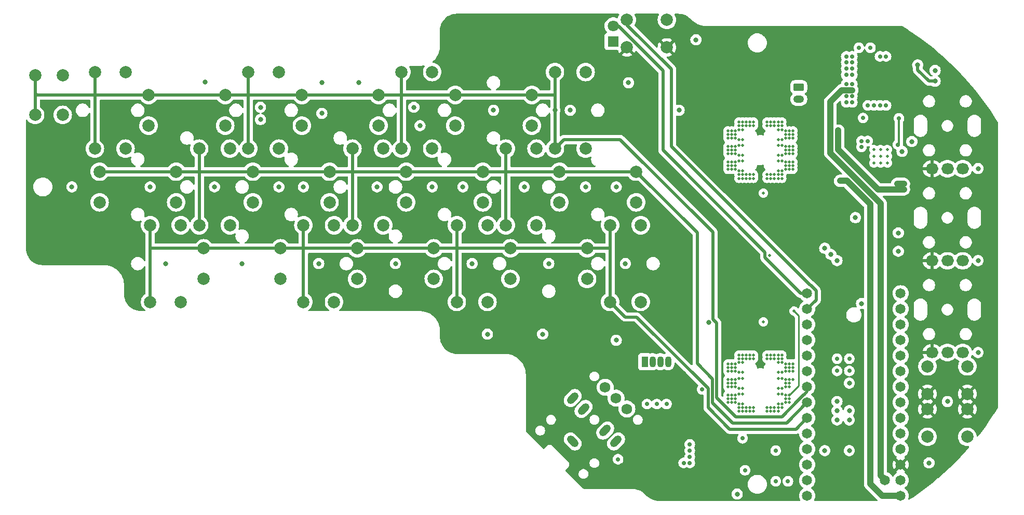
<source format=gbr>
%TF.GenerationSoftware,KiCad,Pcbnew,8.0.9*%
%TF.CreationDate,2025-12-22T17:05:25+01:00*%
%TF.ProjectId,MiniChord,4d696e69-4368-46f7-9264-2e6b69636164,rev?*%
%TF.SameCoordinates,Original*%
%TF.FileFunction,Copper,L2,Inr*%
%TF.FilePolarity,Positive*%
%FSLAX46Y46*%
G04 Gerber Fmt 4.6, Leading zero omitted, Abs format (unit mm)*
G04 Created by KiCad (PCBNEW 8.0.9) date 2025-12-22 17:05:25*
%MOMM*%
%LPD*%
G01*
G04 APERTURE LIST*
G04 Aperture macros list*
%AMRoundRect*
0 Rectangle with rounded corners*
0 $1 Rounding radius*
0 $2 $3 $4 $5 $6 $7 $8 $9 X,Y pos of 4 corners*
0 Add a 4 corners polygon primitive as box body*
4,1,4,$2,$3,$4,$5,$6,$7,$8,$9,$2,$3,0*
0 Add four circle primitives for the rounded corners*
1,1,$1+$1,$2,$3*
1,1,$1+$1,$4,$5*
1,1,$1+$1,$6,$7*
1,1,$1+$1,$8,$9*
0 Add four rect primitives between the rounded corners*
20,1,$1+$1,$2,$3,$4,$5,0*
20,1,$1+$1,$4,$5,$6,$7,0*
20,1,$1+$1,$6,$7,$8,$9,0*
20,1,$1+$1,$8,$9,$2,$3,0*%
%AMHorizOval*
0 Thick line with rounded ends*
0 $1 width*
0 $2 $3 position (X,Y) of the first rounded end (center of the circle)*
0 $4 $5 position (X,Y) of the second rounded end (center of the circle)*
0 Add line between two ends*
20,1,$1,$2,$3,$4,$5,0*
0 Add two circle primitives to create the rounded ends*
1,1,$1,$2,$3*
1,1,$1,$4,$5*%
G04 Aperture macros list end*
%TA.AperFunction,ComponentPad*%
%ADD10C,2.000000*%
%TD*%
%TA.AperFunction,ComponentPad*%
%ADD11R,1.070000X1.800000*%
%TD*%
%TA.AperFunction,ComponentPad*%
%ADD12O,1.070000X1.800000*%
%TD*%
%TA.AperFunction,ComponentPad*%
%ADD13R,1.800000X1.800000*%
%TD*%
%TA.AperFunction,ComponentPad*%
%ADD14C,1.800000*%
%TD*%
%TA.AperFunction,ComponentPad*%
%ADD15O,2.050000X1.800000*%
%TD*%
%TA.AperFunction,ComponentPad*%
%ADD16C,0.500000*%
%TD*%
%TA.AperFunction,ComponentPad*%
%ADD17C,1.650000*%
%TD*%
%TA.AperFunction,ComponentPad*%
%ADD18C,1.750000*%
%TD*%
%TA.AperFunction,ComponentPad*%
%ADD19HorizOval,1.200000X-0.353553X-0.353553X0.353553X0.353553X0*%
%TD*%
%TA.AperFunction,ComponentPad*%
%ADD20HorizOval,1.200000X0.353553X-0.353553X-0.353553X0.353553X0*%
%TD*%
%TA.AperFunction,ComponentPad*%
%ADD21HorizOval,1.200000X0.353553X0.353553X-0.353553X-0.353553X0*%
%TD*%
%TA.AperFunction,ComponentPad*%
%ADD22RoundRect,0.250000X-0.625000X0.350000X-0.625000X-0.350000X0.625000X-0.350000X0.625000X0.350000X0*%
%TD*%
%TA.AperFunction,ComponentPad*%
%ADD23O,1.750000X1.200000*%
%TD*%
%TA.AperFunction,ViaPad*%
%ADD24C,0.800000*%
%TD*%
%TA.AperFunction,ViaPad*%
%ADD25C,0.700000*%
%TD*%
%TA.AperFunction,ViaPad*%
%ADD26C,0.500000*%
%TD*%
%TA.AperFunction,Conductor*%
%ADD27C,0.500000*%
%TD*%
%TA.AperFunction,Conductor*%
%ADD28C,0.250000*%
%TD*%
%TA.AperFunction,Conductor*%
%ADD29C,1.000000*%
%TD*%
%TA.AperFunction,Conductor*%
%ADD30C,0.350000*%
%TD*%
G04 APERTURE END LIST*
D10*
%TO.N,Row 4*%
%TO.C,SW11*%
X75000000Y-91750000D03*
X75000000Y-104250000D03*
%TO.N,Read matrix 2*%
X70000000Y-91750000D03*
X70000000Y-104250000D03*
%TD*%
%TO.N,3.3V*%
%TO.C,SW26*%
X121250000Y-75250000D03*
X114750000Y-75250000D03*
%TO.N,Rythm*%
X121250000Y-70750000D03*
X114750000Y-70750000D03*
%TD*%
D11*
%TO.N,Net-(D2-Pad1)*%
%TO.C,D2*%
X117640000Y-126500000D03*
D12*
%TO.N,GND*%
X118910000Y-126500000D03*
%TO.N,Net-(D2-Pad3)*%
X120180000Y-126500000D03*
%TO.N,Net-(D2-Pad4)*%
X121450000Y-126500000D03*
%TD*%
D10*
%TO.N,Row 5*%
%TO.C,SW12*%
X91250000Y-100500000D03*
X78750000Y-100500000D03*
%TO.N,Read matrix 2*%
X91250000Y-95500000D03*
X78750000Y-95500000D03*
%TD*%
%TO.N,Row 1*%
%TO.C,SW15*%
X42000000Y-104250000D03*
X42000000Y-116750000D03*
%TO.N,Read matrix 3*%
X37000000Y-104250000D03*
X37000000Y-116750000D03*
%TD*%
%TO.N,Row 3*%
%TO.C,SW10*%
X66250000Y-100500000D03*
X53750000Y-100500000D03*
%TO.N,Read matrix 2*%
X66250000Y-95500000D03*
X53750000Y-95500000D03*
%TD*%
D13*
%TO.N,Net-(D1-Pad1)*%
%TO.C,D1*%
X112500000Y-74270000D03*
D14*
%TO.N,Rythm led*%
X112500000Y-71730000D03*
%TD*%
D10*
%TO.N,Row 7*%
%TO.C,SW21*%
X117000000Y-104250000D03*
X117000000Y-116750000D03*
%TO.N,Read matrix 3*%
X112000000Y-104250000D03*
X112000000Y-116750000D03*
%TD*%
%TO.N,Row 6*%
%TO.C,SW6*%
X99250000Y-88000000D03*
X86750000Y-88000000D03*
%TO.N,Read matrix 1*%
X99250000Y-83000000D03*
X86750000Y-83000000D03*
%TD*%
%TO.N,Row 7*%
%TO.C,SW14*%
X116250000Y-100500000D03*
X103750000Y-100500000D03*
%TO.N,Read matrix 2*%
X116250000Y-95500000D03*
X103750000Y-95500000D03*
%TD*%
%TO.N,Row 2*%
%TO.C,SW2*%
X49250000Y-88000000D03*
X36750000Y-88000000D03*
%TO.N,Read matrix 1*%
X49250000Y-83000000D03*
X36750000Y-83000000D03*
%TD*%
%TO.N,Row 3*%
%TO.C,SW17*%
X67000000Y-104250000D03*
X67000000Y-116750000D03*
%TO.N,Read matrix 3*%
X62000000Y-104250000D03*
X62000000Y-116750000D03*
%TD*%
D15*
%TO.N,3.3V*%
%TO.C,RV3*%
X164500000Y-95030000D03*
%TO.N,Chord*%
X167000000Y-95030000D03*
%TO.N,GND*%
X169500000Y-95030000D03*
%TD*%
D10*
%TO.N,Row 6*%
%TO.C,SW13*%
X100000000Y-91750000D03*
X100000000Y-104250000D03*
%TO.N,Read matrix 2*%
X95000000Y-91750000D03*
X95000000Y-104250000D03*
%TD*%
%TO.N,3.3V*%
%TO.C,SW24*%
X170250000Y-131750000D03*
X163750000Y-131750000D03*
%TO.N,Up pgm*%
X170250000Y-127250000D03*
X163750000Y-127250000D03*
%TD*%
%TO.N,Row 4*%
%TO.C,SW18*%
X83250000Y-113000000D03*
X70750000Y-113000000D03*
%TO.N,Read matrix 3*%
X83250000Y-108000000D03*
X70750000Y-108000000D03*
%TD*%
%TO.N,Row 2*%
%TO.C,SW16*%
X58250000Y-113000000D03*
X45750000Y-113000000D03*
%TO.N,Read matrix 3*%
X58250000Y-108000000D03*
X45750000Y-108000000D03*
%TD*%
%TO.N,Row 6*%
%TO.C,SW20*%
X108250000Y-113000000D03*
X95750000Y-113000000D03*
%TO.N,Read matrix 3*%
X108250000Y-108000000D03*
X95750000Y-108000000D03*
%TD*%
D15*
%TO.N,3.3V*%
%TO.C,RV2*%
X164500000Y-110030000D03*
%TO.N,Harp*%
X167000000Y-110030000D03*
%TO.N,GND*%
X169500000Y-110030000D03*
%TD*%
D10*
%TO.N,Row 4*%
%TO.C,SW4*%
X74250000Y-88000000D03*
X61750000Y-88000000D03*
%TO.N,Read matrix 1*%
X74250000Y-83000000D03*
X61750000Y-83000000D03*
%TD*%
%TO.N,Sharp*%
%TO.C,SW22*%
X22750000Y-79750000D03*
X22750000Y-86250000D03*
%TO.N,Read matrix 1*%
X18250000Y-79750000D03*
X18250000Y-86250000D03*
%TD*%
D16*
%TO.N,GND*%
%TO.C,U2*%
X155000000Y-91900000D03*
X155000000Y-93000000D03*
X155000000Y-94100000D03*
X156100000Y-91900000D03*
X156100000Y-93000000D03*
X156100000Y-94100000D03*
X157200000Y-91900000D03*
X157200000Y-93000000D03*
X157200000Y-94100000D03*
%TD*%
D10*
%TO.N,Row 5*%
%TO.C,SW5*%
X83000000Y-79250000D03*
X83000000Y-91750000D03*
%TO.N,Read matrix 1*%
X78000000Y-79250000D03*
X78000000Y-91750000D03*
%TD*%
%TO.N,Row 5*%
%TO.C,SW19*%
X92000000Y-104250000D03*
X92000000Y-116750000D03*
%TO.N,Read matrix 3*%
X87000000Y-104250000D03*
X87000000Y-116750000D03*
%TD*%
%TO.N,Row 2*%
%TO.C,SW9*%
X50000000Y-91750000D03*
X50000000Y-104250000D03*
%TO.N,Read matrix 2*%
X45000000Y-91750000D03*
X45000000Y-104250000D03*
%TD*%
D15*
%TO.N,3.3V*%
%TO.C,RV1*%
X164500000Y-125000000D03*
%TO.N,Mod*%
X167000000Y-125000000D03*
%TO.N,GND*%
X169500000Y-125000000D03*
%TD*%
D17*
%TO.N,GND*%
%TO.C,U1*%
X144130000Y-148375000D03*
%TO.N,R led*%
X144130000Y-145835000D03*
%TO.N,G led*%
X144130000Y-143295000D03*
%TO.N,B led*%
X144130000Y-140755000D03*
%TO.N,_Mute*%
X144130000Y-138215000D03*
%TO.N,Read matrix 3*%
X144130000Y-135675000D03*
%TO.N,Read matrix 2*%
X144130000Y-133135000D03*
%TO.N,Read matrix 1*%
X144130000Y-130595000D03*
%TO.N,DIN*%
X144130000Y-128055000D03*
%TO.N,Down pgm*%
X144130000Y-125515000D03*
%TO.N,Up pgm*%
X144130000Y-122975000D03*
%TO.N,LBO*%
X144130000Y-120435000D03*
%TO.N,Rythm*%
X144130000Y-117895000D03*
%TO.N,Rythm led*%
X144130000Y-115355000D03*
%TO.N,Data matrix*%
X159370000Y-115355000D03*
%TO.N,Storage clock*%
X159370000Y-117895000D03*
%TO.N,Shift clock*%
X159370000Y-120435000D03*
%TO.N,Chord*%
X159370000Y-122975000D03*
%TO.N,Harp*%
X159370000Y-125515000D03*
%TO.N,Net-(R9-Pad1)*%
X159370000Y-128055000D03*
%TO.N,Net-(R10-Pad1)*%
X159370000Y-130595000D03*
%TO.N,LRCK*%
X159370000Y-133135000D03*
%TO.N,BCK*%
X159370000Y-135675000D03*
%TO.N,Mod*%
X159370000Y-138215000D03*
%TO.N,SCK*%
X159370000Y-140755000D03*
%TO.N,3.3V*%
X159370000Y-143295000D03*
%TO.N,GND*%
X159370000Y-145835000D03*
%TO.N,5V*%
X159370000Y-148375000D03*
%TO.N,VUSB*%
X156830000Y-145835000D03*
%TD*%
D10*
%TO.N,Row 7*%
%TO.C,SW7*%
X108000000Y-79250000D03*
X108000000Y-91750000D03*
%TO.N,Read matrix 1*%
X103000000Y-79250000D03*
X103000000Y-91750000D03*
%TD*%
%TO.N,Row 3*%
%TO.C,SW3*%
X58000000Y-79250000D03*
X58000000Y-91750000D03*
%TO.N,Read matrix 1*%
X53000000Y-79250000D03*
X53000000Y-91750000D03*
%TD*%
D18*
%TO.N,VBAT*%
%TO.C,J2*%
X114738835Y-134196699D03*
%TO.N,EN*%
X112971068Y-132428932D03*
%TO.N,unconnected-(J2-PadI)*%
X111203301Y-130661165D03*
D19*
%TO.N,Net-(C16-Pad1)*%
X105900000Y-132428932D03*
%TO.N,unconnected-(J2-PadRs)*%
X107667767Y-134196699D03*
D20*
%TO.N,GND*%
X105900000Y-139500000D03*
D21*
%TO.N,Net-(C17-Pad1)*%
X112971068Y-139500000D03*
%TO.N,unconnected-(J2-PadTs)*%
X111203301Y-137732233D03*
%TD*%
D10*
%TO.N,Row 1*%
%TO.C,SW1*%
X33000000Y-79250000D03*
X33000000Y-91750000D03*
%TO.N,Read matrix 1*%
X28000000Y-79250000D03*
X28000000Y-91750000D03*
%TD*%
%TO.N,3.3V*%
%TO.C,SW25*%
X163750000Y-134250000D03*
X170250000Y-134250000D03*
%TO.N,Down pgm*%
X163750000Y-138750000D03*
X170250000Y-138750000D03*
%TD*%
%TO.N,Row 1*%
%TO.C,SW8*%
X41250000Y-100500000D03*
X28750000Y-100500000D03*
%TO.N,Read matrix 2*%
X41250000Y-95500000D03*
X28750000Y-95500000D03*
%TD*%
D22*
%TO.N,GND*%
%TO.C,J3*%
X142757500Y-81700000D03*
D23*
%TO.N,VBAT*%
X142757500Y-83700000D03*
%TD*%
D24*
%TO.N,Read matrix 1*%
X103000000Y-85500000D03*
%TO.N,3.3V*%
X127425000Y-89425000D03*
D25*
X121700000Y-110200000D03*
X119000000Y-135900000D03*
X119000000Y-100500000D03*
D24*
X127445000Y-81805000D03*
D26*
X139525000Y-113775000D03*
D25*
X127662500Y-136600000D03*
X118000000Y-73200000D03*
X124000000Y-128400000D03*
X160400000Y-86500000D03*
X112700000Y-83100000D03*
X123475000Y-141925000D03*
%TO.N,B led*%
X121200000Y-133400000D03*
%TO.N,G led*%
X119600000Y-133400000D03*
%TO.N,R led*%
X118000000Y-133400000D03*
D26*
%TO.N,Key11*%
X140000000Y-88000000D03*
X138800000Y-87400000D03*
X140000000Y-88650000D03*
X138200000Y-88000000D03*
X140000000Y-90250000D03*
X140600000Y-90050000D03*
X137600000Y-87400000D03*
X139400000Y-88000000D03*
X141200000Y-89450000D03*
X141200000Y-88850000D03*
X137600000Y-88000000D03*
X141200000Y-90050000D03*
X141800000Y-90050000D03*
X138200000Y-87400000D03*
X141800000Y-88850000D03*
X139400000Y-87400000D03*
X139400000Y-88650000D03*
X140000000Y-87400000D03*
X139400000Y-90250000D03*
X140600000Y-88850000D03*
X138800000Y-88000000D03*
X141800000Y-89450000D03*
X140600000Y-89450000D03*
%TO.N,Key10*%
X140000000Y-91200000D03*
X140600000Y-91400000D03*
X141800000Y-92000000D03*
X141200000Y-92600000D03*
X139400000Y-91200000D03*
X141800000Y-92600000D03*
X139400000Y-92800000D03*
X140600000Y-92600000D03*
X141200000Y-92000000D03*
X140000000Y-92800000D03*
X141800000Y-91400000D03*
X140600000Y-92000000D03*
X141200000Y-91400000D03*
%TO.N,Key9*%
X139400000Y-96600000D03*
X139400000Y-95350000D03*
X140000000Y-96000000D03*
X137600000Y-96000000D03*
X141200000Y-95150000D03*
X139400000Y-96000000D03*
X141200000Y-93950000D03*
X138800000Y-96600000D03*
X140600000Y-93950000D03*
X138200000Y-96600000D03*
X141200000Y-94550000D03*
X140000000Y-95350000D03*
X140600000Y-95150000D03*
X140600000Y-94550000D03*
X141800000Y-93950000D03*
X140000000Y-93750000D03*
X140000000Y-96600000D03*
X138800000Y-96000000D03*
X137600000Y-96600000D03*
X139400000Y-93750000D03*
X141800000Y-94550000D03*
X141800000Y-95150000D03*
X138200000Y-96000000D03*
%TO.N,Key0*%
X142000000Y-118250000D03*
X139400000Y-133350000D03*
X140000000Y-131750000D03*
X140000000Y-133350000D03*
X140600000Y-131950000D03*
X140600000Y-132550000D03*
X139400000Y-134600000D03*
X141200000Y-132550000D03*
X141200000Y-131950000D03*
X140600000Y-133150000D03*
X139400000Y-131750000D03*
X138800000Y-134600000D03*
X137600000Y-134600000D03*
X139400000Y-134000000D03*
X141200000Y-133150000D03*
X140000000Y-134000000D03*
X138200000Y-134000000D03*
X137600000Y-134000000D03*
X138200000Y-134600000D03*
X138800000Y-134000000D03*
%TO.N,Key1*%
X141200000Y-129400000D03*
X139400000Y-130800000D03*
X141200000Y-130000000D03*
X140600000Y-129400000D03*
X140000000Y-129200000D03*
X139400000Y-129200000D03*
X140600000Y-130600000D03*
X140600000Y-130000000D03*
X140000000Y-130800000D03*
X141200000Y-130600000D03*
X141800000Y-129400000D03*
%TO.N,Key2*%
X139400000Y-125400000D03*
X140600000Y-128050000D03*
X137600000Y-125400000D03*
X138800000Y-125400000D03*
X138800000Y-126000000D03*
X140000000Y-128250000D03*
X139400000Y-126650000D03*
X139400000Y-126000000D03*
X141200000Y-127450000D03*
X140000000Y-126000000D03*
X140000000Y-125400000D03*
X141200000Y-126850000D03*
X137600000Y-126000000D03*
X141800000Y-127450000D03*
X138200000Y-125400000D03*
X140600000Y-127450000D03*
X141800000Y-128050000D03*
X140000000Y-126650000D03*
X139400000Y-128250000D03*
X141800000Y-126850000D03*
X138200000Y-126000000D03*
X141200000Y-128050000D03*
X140600000Y-126850000D03*
%TO.N,Key3*%
X134200000Y-125400000D03*
X133000000Y-126000000D03*
X133600000Y-126000000D03*
X132400000Y-128050000D03*
X133000000Y-125400000D03*
X131800000Y-126850000D03*
X134200000Y-126000000D03*
X134800000Y-126000000D03*
X132400000Y-127450000D03*
X133000000Y-126650000D03*
X134800000Y-125400000D03*
X131800000Y-127450000D03*
X133600000Y-125400000D03*
X135400000Y-125400000D03*
X132400000Y-126850000D03*
X131800000Y-128050000D03*
X133600000Y-126650000D03*
X131200000Y-127450000D03*
X135400000Y-126000000D03*
X133600000Y-128250000D03*
X133000000Y-128250000D03*
X131200000Y-128050000D03*
X131200000Y-126850000D03*
%TO.N,Key4*%
X132400000Y-130600000D03*
X131200000Y-130000000D03*
X131200000Y-129400000D03*
X132400000Y-129400000D03*
X133600000Y-129200000D03*
X133000000Y-130800000D03*
X133000000Y-129200000D03*
X133600000Y-130800000D03*
X132400000Y-130000000D03*
X131800000Y-130600000D03*
X131200000Y-130600000D03*
X131800000Y-129400000D03*
X131800000Y-130000000D03*
%TO.N,Key5*%
X133600000Y-131750000D03*
X131800000Y-133150000D03*
X131200000Y-133150000D03*
X132400000Y-131950000D03*
X131800000Y-131950000D03*
X133000000Y-131750000D03*
X133600000Y-134000000D03*
X135400000Y-134000000D03*
X134200000Y-134000000D03*
X133000000Y-133350000D03*
X132400000Y-132550000D03*
X132400000Y-133150000D03*
X133600000Y-133350000D03*
X133000000Y-134000000D03*
X133000000Y-134600000D03*
X134800000Y-134600000D03*
X134200000Y-134600000D03*
X131800000Y-132550000D03*
X131200000Y-131950000D03*
X135400000Y-134600000D03*
X133600000Y-134600000D03*
X134800000Y-134000000D03*
X131200000Y-132550000D03*
%TO.N,Key6*%
X133000000Y-88650000D03*
X132400000Y-90050000D03*
X132400000Y-89450000D03*
X133000000Y-88000000D03*
X133000000Y-87400000D03*
X135400000Y-88000000D03*
X135400000Y-87400000D03*
X131200000Y-90050000D03*
X131800000Y-88850000D03*
X134800000Y-88000000D03*
X131200000Y-89450000D03*
X133600000Y-88000000D03*
X134800000Y-87400000D03*
X131800000Y-90050000D03*
X133600000Y-87400000D03*
X132400000Y-88850000D03*
X133000000Y-90250000D03*
X131800000Y-89450000D03*
X134200000Y-88000000D03*
X131200000Y-88850000D03*
X134200000Y-87400000D03*
X133600000Y-90250000D03*
X133600000Y-88650000D03*
%TO.N,Key7*%
X132400000Y-91400000D03*
X132400000Y-92000000D03*
X133000000Y-92800000D03*
X133600000Y-91200000D03*
X131200000Y-92000000D03*
X131800000Y-91400000D03*
X132400000Y-92600000D03*
X133000000Y-91200000D03*
X133600000Y-92800000D03*
X131200000Y-91400000D03*
X131200000Y-92600000D03*
X131800000Y-92600000D03*
X131800000Y-92000000D03*
%TO.N,Key8*%
X132400000Y-95150000D03*
X131200000Y-93950000D03*
X133000000Y-96600000D03*
X133000000Y-95350000D03*
X133600000Y-96000000D03*
X131800000Y-93950000D03*
X134800000Y-96600000D03*
X134800000Y-96000000D03*
X131200000Y-95150000D03*
X131200000Y-94550000D03*
X133600000Y-95350000D03*
X135400000Y-96000000D03*
X133600000Y-93750000D03*
X133600000Y-96600000D03*
X134200000Y-96600000D03*
X132400000Y-94550000D03*
X131800000Y-95150000D03*
X131800000Y-94550000D03*
X132400000Y-93950000D03*
X134200000Y-96000000D03*
X133000000Y-93750000D03*
X133000000Y-96000000D03*
X135400000Y-96600000D03*
D25*
%TO.N,VBAT*%
X151500000Y-78707500D03*
X150500000Y-79707500D03*
X159900000Y-98400000D03*
X151500000Y-77707500D03*
X150500000Y-78707500D03*
X149200000Y-88800000D03*
X151500000Y-79707500D03*
X150500000Y-76707500D03*
X151500000Y-76707500D03*
X152550000Y-75300000D03*
X159900000Y-97500000D03*
X158800000Y-97500000D03*
X150500000Y-77707500D03*
X158800000Y-98400000D03*
%TO.N,GND*%
X125000000Y-143000000D03*
D24*
X52000000Y-110500000D03*
X113000000Y-98000000D03*
X113000000Y-123000000D03*
X153000000Y-117000000D03*
X92000000Y-122000000D03*
X159000000Y-105500000D03*
X55000000Y-85000000D03*
X147000000Y-141000000D03*
X108000000Y-98000000D03*
X149000000Y-110000000D03*
D26*
X137000000Y-99000000D03*
D24*
X167000000Y-133000000D03*
X128100000Y-120100000D03*
X39500000Y-110500000D03*
X46000000Y-80900000D03*
D25*
X156000000Y-76707500D03*
D24*
X161200000Y-90600500D03*
X88000000Y-98000000D03*
X37000000Y-98000000D03*
D25*
X149000000Y-126000000D03*
D24*
X151000000Y-134500000D03*
D25*
X127000000Y-131000000D03*
D24*
X83000000Y-98000000D03*
X152000000Y-103000000D03*
D25*
X141000000Y-146000000D03*
D24*
X62000000Y-98000000D03*
D25*
X156000000Y-84707500D03*
X155000000Y-84707500D03*
X151000000Y-128000000D03*
D24*
X151000000Y-130000000D03*
X159000000Y-108500000D03*
X101000000Y-122000000D03*
X151000000Y-136000000D03*
X65000000Y-86000000D03*
D25*
X151000000Y-126000000D03*
D26*
X137000000Y-120000000D03*
X138000000Y-109200000D03*
D24*
X93000000Y-85500000D03*
X58000000Y-98000000D03*
X149000000Y-134500000D03*
D25*
X125000000Y-140000000D03*
D24*
X147000000Y-108000000D03*
X55000000Y-87000000D03*
X172000000Y-110000000D03*
D25*
X124000000Y-143000000D03*
X157000000Y-84707500D03*
D24*
X77000000Y-110500000D03*
X80000000Y-85000000D03*
D25*
X157000000Y-76707500D03*
D24*
X24250000Y-98000000D03*
X149000000Y-133000000D03*
X151000000Y-141000000D03*
X81000000Y-88000000D03*
X71000000Y-81000000D03*
D25*
X125000000Y-141000000D03*
D24*
X47500000Y-98000000D03*
D25*
X133600000Y-139000000D03*
X139000000Y-146000000D03*
X125000000Y-142000000D03*
D24*
X126000000Y-74000000D03*
X105500000Y-85500000D03*
D25*
X139000000Y-141000000D03*
D24*
X164000000Y-143000000D03*
X115000000Y-81000000D03*
D25*
X153250000Y-86750000D03*
D24*
X114500000Y-110500000D03*
X74000000Y-98000000D03*
D25*
X113300000Y-142400000D03*
D24*
X89500000Y-110500000D03*
D25*
X149000000Y-128000000D03*
D24*
X65000000Y-81000000D03*
X149000000Y-136000000D03*
X172000000Y-95000000D03*
X98000000Y-98000000D03*
X172000000Y-125000000D03*
D25*
X154450000Y-75300000D03*
D24*
X165000000Y-79000000D03*
X148000000Y-109000000D03*
X102000000Y-110500000D03*
X123250000Y-85500000D03*
X64500000Y-110500000D03*
D25*
X154000000Y-84707500D03*
%TO.N,VUSB*%
X151500000Y-84207500D03*
X151500000Y-81207500D03*
X150500000Y-83207500D03*
X150500000Y-82207500D03*
X150500000Y-84207500D03*
X151500000Y-82207500D03*
X150500000Y-81207500D03*
X151500000Y-83207500D03*
%TO.N,5V*%
X149500000Y-97000000D03*
X154000000Y-90500000D03*
X153000000Y-91500000D03*
X153000000Y-90500000D03*
%TO.N,LBO*%
X158900000Y-91100000D03*
X159100000Y-86800000D03*
D24*
%TO.N,EN*%
X159600000Y-92200000D03*
D25*
%TO.N,DIN*%
X134000000Y-144200000D03*
D24*
%TO.N,SCK*%
X132725000Y-148075000D03*
%TO.N,Net-(D3-Pad2)*%
X162155000Y-78095000D03*
X165000000Y-80750000D03*
%TD*%
D27*
%TO.N,Read matrix 1*%
X28000000Y-83000000D02*
X28000000Y-91750000D01*
X18250000Y-82750000D02*
X18250000Y-86250000D01*
X36750000Y-83000000D02*
X28000000Y-83000000D01*
X78000000Y-79250000D02*
X78000000Y-91750000D01*
X129400000Y-132400000D02*
X129400000Y-120197918D01*
X144130000Y-131370000D02*
X143640000Y-131860000D01*
X142855000Y-132645000D02*
X140000000Y-135500000D01*
X28000000Y-83000000D02*
X18500000Y-83000000D01*
X142855000Y-132606877D02*
X142855000Y-132645000D01*
X103000000Y-85500000D02*
X103000000Y-91750000D01*
X144130000Y-130595000D02*
X144130000Y-131370000D01*
X18250000Y-79750000D02*
X18250000Y-82750000D01*
X140000000Y-135500000D02*
X132500000Y-135500000D01*
X132500000Y-135500000D02*
X129400000Y-132400000D01*
X36750000Y-83000000D02*
X103000000Y-83000000D01*
X18500000Y-83000000D02*
X18250000Y-82750000D01*
X53000000Y-79250000D02*
X53000000Y-91750000D01*
X143601877Y-131860000D02*
X142855000Y-132606877D01*
X143640000Y-131860000D02*
X143601877Y-131860000D01*
X104500000Y-90250000D02*
X103000000Y-91750000D01*
X128750000Y-105350000D02*
X113650000Y-90250000D01*
X128750000Y-119547918D02*
X128750000Y-105350000D01*
X103000000Y-79250000D02*
X103000000Y-85500000D01*
X113650000Y-90250000D02*
X104500000Y-90250000D01*
X129400000Y-120197918D02*
X128750000Y-119547918D01*
X28000000Y-79250000D02*
X28000000Y-83000000D01*
%TO.N,Read matrix 2*%
X132000000Y-136500000D02*
X128700000Y-133200000D01*
X28750000Y-95500000D02*
X116250000Y-95500000D01*
X128700000Y-129289339D02*
X126200000Y-126789339D01*
X95000000Y-91750000D02*
X95000000Y-104250000D01*
X70000000Y-91750000D02*
X70000000Y-104250000D01*
X128700000Y-133200000D02*
X128700000Y-129289339D01*
X140765000Y-136500000D02*
X132000000Y-136500000D01*
X144130000Y-133135000D02*
X140765000Y-136500000D01*
X45000000Y-91750000D02*
X45000000Y-104250000D01*
X126200000Y-126789339D02*
X126200000Y-105450000D01*
X126200000Y-105450000D02*
X116250000Y-95500000D01*
%TO.N,Read matrix 3*%
X108250000Y-108000000D02*
X112000000Y-108000000D01*
X142305000Y-137500000D02*
X144130000Y-135675000D01*
X37000000Y-104250000D02*
X37000000Y-108000000D01*
X112000000Y-104250000D02*
X112000000Y-108000000D01*
X112000000Y-116750000D02*
X114450000Y-119200000D01*
X112000000Y-108000000D02*
X112000000Y-116750000D01*
X62000000Y-104250000D02*
X62000000Y-116750000D01*
X114450000Y-119200000D02*
X116331371Y-119200000D01*
X128000000Y-130868629D02*
X128000000Y-134000000D01*
X116331371Y-119200000D02*
X128000000Y-130868629D01*
X45750000Y-108000000D02*
X108250000Y-108000000D01*
X37000000Y-108000000D02*
X45750000Y-108000000D01*
X131500000Y-137500000D02*
X142305000Y-137500000D01*
X37000000Y-108000000D02*
X37000000Y-116750000D01*
X128000000Y-134000000D02*
X131500000Y-137500000D01*
X87000000Y-104250000D02*
X87000000Y-116750000D01*
%TO.N,Rythm led*%
X137250000Y-108650000D02*
X137250000Y-109510661D01*
X112500000Y-71730000D02*
X113351321Y-71730000D01*
X113351321Y-71730000D02*
X120621321Y-79000000D01*
X143094339Y-115355000D02*
X144130000Y-115355000D01*
X137250000Y-109510661D02*
X143094339Y-115355000D01*
X120621321Y-92021321D02*
X137250000Y-108650000D01*
X120621321Y-79000000D02*
X120621321Y-92021321D01*
%TO.N,Rythm*%
X122000000Y-78800000D02*
X122000000Y-91400000D01*
X114750000Y-71550000D02*
X122000000Y-78800000D01*
X145600000Y-116425000D02*
X144130000Y-117895000D01*
X144678833Y-114030000D02*
X145600000Y-114951167D01*
X122000000Y-91400000D02*
X144630000Y-114030000D01*
X145600000Y-114951167D02*
X145600000Y-116425000D01*
X144630000Y-114030000D02*
X144678833Y-114030000D01*
X114750000Y-70750000D02*
X114750000Y-71550000D01*
D28*
%TO.N,Key0*%
X142750000Y-119000000D02*
X142750000Y-130400000D01*
X142000000Y-118250000D02*
X142750000Y-119000000D01*
X142750000Y-130400000D02*
X141200000Y-131950000D01*
D29*
%TO.N,VBAT*%
X149200000Y-91922055D02*
X155677945Y-98400000D01*
X155677945Y-98400000D02*
X158800000Y-98400000D01*
X159900000Y-97500000D02*
X158800000Y-97500000D01*
X159900000Y-98400000D02*
X158800000Y-98400000D01*
X149200000Y-88800000D02*
X149200000Y-91922055D01*
%TO.N,VUSB*%
X147900000Y-92460533D02*
X147900000Y-84100000D01*
X156100000Y-100660533D02*
X147900000Y-92460533D01*
X149792500Y-82207500D02*
X151500000Y-82207500D01*
X147900000Y-84100000D02*
X149792500Y-82207500D01*
X156100000Y-145105000D02*
X156100000Y-100660533D01*
X156830000Y-145835000D02*
X156100000Y-145105000D01*
%TO.N,5V*%
X150600989Y-97000000D02*
X149500000Y-97000000D01*
X156375000Y-148375000D02*
X154400000Y-146400000D01*
X159370000Y-148375000D02*
X156375000Y-148375000D01*
X154400000Y-146400000D02*
X154400000Y-100799011D01*
X154400000Y-100799011D02*
X150600989Y-97000000D01*
D30*
%TO.N,LBO*%
X159100000Y-86800000D02*
X159100000Y-90900000D01*
X159100000Y-90900000D02*
X158900000Y-91100000D01*
D27*
%TO.N,Net-(D3-Pad2)*%
X162155000Y-78905000D02*
X164000000Y-80750000D01*
X164000000Y-80750000D02*
X165000000Y-80750000D01*
X162155000Y-78095000D02*
X162155000Y-78905000D01*
%TD*%
%TA.AperFunction,Conductor*%
%TO.N,3.3V*%
G36*
X69443156Y-108778502D02*
G01*
X69482466Y-108818663D01*
X69525824Y-108889416D01*
X69525825Y-108889417D01*
X69525826Y-108889419D01*
X69680030Y-109069969D01*
X69824038Y-109192963D01*
X69860584Y-109224176D01*
X70063037Y-109348240D01*
X70282406Y-109439105D01*
X70513289Y-109494535D01*
X70750000Y-109513165D01*
X70986711Y-109494535D01*
X71217594Y-109439105D01*
X71436963Y-109348240D01*
X71639416Y-109224176D01*
X71819969Y-109069969D01*
X71974176Y-108889416D01*
X72017533Y-108818663D01*
X72070180Y-108771034D01*
X72124965Y-108758500D01*
X81875035Y-108758500D01*
X81943156Y-108778502D01*
X81982466Y-108818663D01*
X82025824Y-108889416D01*
X82025825Y-108889417D01*
X82025826Y-108889419D01*
X82180030Y-109069969D01*
X82324038Y-109192963D01*
X82360584Y-109224176D01*
X82563037Y-109348240D01*
X82782406Y-109439105D01*
X83013289Y-109494535D01*
X83250000Y-109513165D01*
X83486711Y-109494535D01*
X83717594Y-109439105D01*
X83936963Y-109348240D01*
X84139416Y-109224176D01*
X84319969Y-109069969D01*
X84474176Y-108889416D01*
X84517533Y-108818663D01*
X84570180Y-108771034D01*
X84624965Y-108758500D01*
X86115500Y-108758500D01*
X86183621Y-108778502D01*
X86230114Y-108832158D01*
X86241500Y-108884500D01*
X86241500Y-109987694D01*
X86221498Y-110055815D01*
X86167842Y-110102308D01*
X86097568Y-110112412D01*
X86032988Y-110082918D01*
X86003233Y-110044897D01*
X85980357Y-110000000D01*
X85941232Y-109923212D01*
X85901694Y-109868793D01*
X85839412Y-109783069D01*
X85716930Y-109660587D01*
X85576788Y-109558768D01*
X85422452Y-109480130D01*
X85422448Y-109480128D01*
X85422445Y-109480127D01*
X85257701Y-109426598D01*
X85086611Y-109399500D01*
X84913389Y-109399500D01*
X84742299Y-109426598D01*
X84742296Y-109426598D01*
X84742295Y-109426599D01*
X84683266Y-109445779D01*
X84577555Y-109480127D01*
X84577553Y-109480127D01*
X84577547Y-109480130D01*
X84423211Y-109558768D01*
X84283069Y-109660587D01*
X84160587Y-109783069D01*
X84058768Y-109923211D01*
X83980130Y-110077547D01*
X83980127Y-110077553D01*
X83980127Y-110077555D01*
X83972084Y-110102308D01*
X83943615Y-110189928D01*
X83926598Y-110242299D01*
X83899500Y-110413389D01*
X83899500Y-110586611D01*
X83926598Y-110757701D01*
X83980127Y-110922445D01*
X83980128Y-110922448D01*
X83980130Y-110922452D01*
X84058768Y-111076788D01*
X84160587Y-111216930D01*
X84283069Y-111339412D01*
X84283072Y-111339414D01*
X84423212Y-111441232D01*
X84577555Y-111519873D01*
X84742299Y-111573402D01*
X84913389Y-111600500D01*
X84913392Y-111600500D01*
X85086608Y-111600500D01*
X85086611Y-111600500D01*
X85257701Y-111573402D01*
X85422445Y-111519873D01*
X85576788Y-111441232D01*
X85716928Y-111339414D01*
X85839414Y-111216928D01*
X85941232Y-111076788D01*
X86003233Y-110955102D01*
X86051981Y-110903487D01*
X86120896Y-110886421D01*
X86188097Y-110909321D01*
X86232250Y-110964919D01*
X86241500Y-111012305D01*
X86241500Y-115375035D01*
X86221498Y-115443156D01*
X86181336Y-115482466D01*
X86147000Y-115503508D01*
X86110582Y-115525825D01*
X86110580Y-115525826D01*
X85930030Y-115680030D01*
X85775826Y-115860580D01*
X85775825Y-115860582D01*
X85651759Y-116063038D01*
X85560894Y-116282407D01*
X85517527Y-116463048D01*
X85505465Y-116513289D01*
X85486835Y-116750000D01*
X85505465Y-116986711D01*
X85520539Y-117049500D01*
X85560894Y-117217592D01*
X85560895Y-117217594D01*
X85651760Y-117436963D01*
X85775817Y-117639405D01*
X85775825Y-117639417D01*
X85775826Y-117639419D01*
X85930030Y-117819969D01*
X86110580Y-117974173D01*
X86110584Y-117974176D01*
X86313037Y-118098240D01*
X86532406Y-118189105D01*
X86763289Y-118244535D01*
X87000000Y-118263165D01*
X87236711Y-118244535D01*
X87467594Y-118189105D01*
X87686963Y-118098240D01*
X87889416Y-117974176D01*
X88069969Y-117819969D01*
X88224176Y-117639416D01*
X88348240Y-117436963D01*
X88439105Y-117217594D01*
X88494535Y-116986711D01*
X88513165Y-116750000D01*
X90486835Y-116750000D01*
X90505465Y-116986711D01*
X90520539Y-117049500D01*
X90560894Y-117217592D01*
X90560895Y-117217594D01*
X90651760Y-117436963D01*
X90775817Y-117639405D01*
X90775825Y-117639417D01*
X90775826Y-117639419D01*
X90930030Y-117819969D01*
X91110580Y-117974173D01*
X91110584Y-117974176D01*
X91313037Y-118098240D01*
X91532406Y-118189105D01*
X91763289Y-118244535D01*
X92000000Y-118263165D01*
X92236711Y-118244535D01*
X92467594Y-118189105D01*
X92686963Y-118098240D01*
X92889416Y-117974176D01*
X93069969Y-117819969D01*
X93224176Y-117639416D01*
X93348240Y-117436963D01*
X93439105Y-117217594D01*
X93494535Y-116986711D01*
X93513165Y-116750000D01*
X93494535Y-116513289D01*
X93439105Y-116282406D01*
X93348240Y-116063037D01*
X93224176Y-115860584D01*
X93224173Y-115860580D01*
X93069969Y-115680030D01*
X92889419Y-115525826D01*
X92889417Y-115525825D01*
X92889416Y-115525824D01*
X92686963Y-115401760D01*
X92467594Y-115310895D01*
X92467592Y-115310894D01*
X92309651Y-115272976D01*
X92236711Y-115255465D01*
X92000000Y-115236835D01*
X91763289Y-115255465D01*
X91532407Y-115310894D01*
X91313038Y-115401759D01*
X91110582Y-115525825D01*
X91110580Y-115525826D01*
X90930030Y-115680030D01*
X90775826Y-115860580D01*
X90775825Y-115860582D01*
X90651759Y-116063038D01*
X90560894Y-116282407D01*
X90517527Y-116463048D01*
X90505465Y-116513289D01*
X90486835Y-116750000D01*
X88513165Y-116750000D01*
X88494535Y-116513289D01*
X88439105Y-116282406D01*
X88348240Y-116063037D01*
X88224176Y-115860584D01*
X88224173Y-115860580D01*
X88069969Y-115680030D01*
X87889419Y-115525826D01*
X87889417Y-115525825D01*
X87889416Y-115525824D01*
X87818663Y-115482466D01*
X87771034Y-115429820D01*
X87758500Y-115375035D01*
X87758500Y-114913389D01*
X100899500Y-114913389D01*
X100899500Y-115086611D01*
X100926598Y-115257701D01*
X100980127Y-115422445D01*
X100980128Y-115422448D01*
X100980130Y-115422452D01*
X101058768Y-115576788D01*
X101160587Y-115716930D01*
X101283069Y-115839412D01*
X101283072Y-115839414D01*
X101423212Y-115941232D01*
X101577555Y-116019873D01*
X101742299Y-116073402D01*
X101913389Y-116100500D01*
X101913392Y-116100500D01*
X102086608Y-116100500D01*
X102086611Y-116100500D01*
X102257701Y-116073402D01*
X102422445Y-116019873D01*
X102576788Y-115941232D01*
X102716928Y-115839414D01*
X102839414Y-115716928D01*
X102941232Y-115576788D01*
X103019873Y-115422445D01*
X103073402Y-115257701D01*
X103100500Y-115086611D01*
X103100500Y-114913389D01*
X103073402Y-114742299D01*
X103019873Y-114577555D01*
X102941232Y-114423212D01*
X102839414Y-114283072D01*
X102839412Y-114283069D01*
X102716930Y-114160587D01*
X102576788Y-114058768D01*
X102422452Y-113980130D01*
X102422448Y-113980128D01*
X102422445Y-113980127D01*
X102257701Y-113926598D01*
X102086611Y-113899500D01*
X101913389Y-113899500D01*
X101742299Y-113926598D01*
X101742296Y-113926598D01*
X101742295Y-113926599D01*
X101669746Y-113950172D01*
X101577555Y-113980127D01*
X101577553Y-113980127D01*
X101577547Y-113980130D01*
X101423211Y-114058768D01*
X101283069Y-114160587D01*
X101160587Y-114283069D01*
X101058768Y-114423211D01*
X100980130Y-114577547D01*
X100980127Y-114577556D01*
X100930622Y-114729916D01*
X100926598Y-114742299D01*
X100899500Y-114913389D01*
X87758500Y-114913389D01*
X87758500Y-113000000D01*
X94236835Y-113000000D01*
X94245757Y-113113368D01*
X94255465Y-113236710D01*
X94310894Y-113467592D01*
X94401759Y-113686961D01*
X94525825Y-113889417D01*
X94525826Y-113889419D01*
X94680030Y-114069969D01*
X94860580Y-114224173D01*
X94860584Y-114224176D01*
X95063037Y-114348240D01*
X95282406Y-114439105D01*
X95513289Y-114494535D01*
X95750000Y-114513165D01*
X95986711Y-114494535D01*
X96217594Y-114439105D01*
X96436963Y-114348240D01*
X96639416Y-114224176D01*
X96819969Y-114069969D01*
X96974176Y-113889416D01*
X97098240Y-113686963D01*
X97189105Y-113467594D01*
X97244535Y-113236711D01*
X97263165Y-113000000D01*
X106736835Y-113000000D01*
X106745757Y-113113368D01*
X106755465Y-113236710D01*
X106810894Y-113467592D01*
X106901759Y-113686961D01*
X107025825Y-113889417D01*
X107025826Y-113889419D01*
X107180030Y-114069969D01*
X107360580Y-114224173D01*
X107360584Y-114224176D01*
X107563037Y-114348240D01*
X107782406Y-114439105D01*
X108013289Y-114494535D01*
X108250000Y-114513165D01*
X108486711Y-114494535D01*
X108717594Y-114439105D01*
X108936963Y-114348240D01*
X109139416Y-114224176D01*
X109319969Y-114069969D01*
X109474176Y-113889416D01*
X109598240Y-113686963D01*
X109689105Y-113467594D01*
X109744535Y-113236711D01*
X109763165Y-113000000D01*
X109744535Y-112763289D01*
X109689105Y-112532406D01*
X109598240Y-112313037D01*
X109474176Y-112110584D01*
X109338380Y-111951587D01*
X109319969Y-111930030D01*
X109139419Y-111775826D01*
X109139417Y-111775825D01*
X109139416Y-111775824D01*
X108936963Y-111651760D01*
X108717594Y-111560895D01*
X108717592Y-111560894D01*
X108546725Y-111519873D01*
X108486711Y-111505465D01*
X108250000Y-111486835D01*
X108013289Y-111505465D01*
X107782407Y-111560894D01*
X107563038Y-111651759D01*
X107360582Y-111775825D01*
X107360580Y-111775826D01*
X107180030Y-111930030D01*
X107025826Y-112110580D01*
X107025825Y-112110582D01*
X106901759Y-112313038D01*
X106810894Y-112532407D01*
X106809749Y-112537178D01*
X106755465Y-112763289D01*
X106736835Y-113000000D01*
X97263165Y-113000000D01*
X97244535Y-112763289D01*
X97189105Y-112532406D01*
X97098240Y-112313037D01*
X96974176Y-112110584D01*
X96838380Y-111951587D01*
X96819969Y-111930030D01*
X96639419Y-111775826D01*
X96639417Y-111775825D01*
X96639416Y-111775824D01*
X96436963Y-111651760D01*
X96217594Y-111560895D01*
X96217592Y-111560894D01*
X96046725Y-111519873D01*
X95986711Y-111505465D01*
X95750000Y-111486835D01*
X95513289Y-111505465D01*
X95282407Y-111560894D01*
X95063038Y-111651759D01*
X94860582Y-111775825D01*
X94860580Y-111775826D01*
X94680030Y-111930030D01*
X94525826Y-112110580D01*
X94525825Y-112110582D01*
X94401759Y-112313038D01*
X94310894Y-112532407D01*
X94309749Y-112537178D01*
X94255465Y-112763289D01*
X94236835Y-113000000D01*
X87758500Y-113000000D01*
X87758500Y-110500000D01*
X88586496Y-110500000D01*
X88606457Y-110689927D01*
X88625750Y-110749302D01*
X88665473Y-110871556D01*
X88683908Y-110903487D01*
X88760958Y-111036941D01*
X88760965Y-111036951D01*
X88888744Y-111178864D01*
X88888747Y-111178866D01*
X89043248Y-111291118D01*
X89217712Y-111368794D01*
X89404513Y-111408500D01*
X89595487Y-111408500D01*
X89782288Y-111368794D01*
X89956752Y-111291118D01*
X90111253Y-111178866D01*
X90178699Y-111103960D01*
X90239034Y-111036951D01*
X90239035Y-111036949D01*
X90239040Y-111036944D01*
X90334527Y-110871556D01*
X90393542Y-110689928D01*
X90413504Y-110500000D01*
X90404401Y-110413389D01*
X92899500Y-110413389D01*
X92899500Y-110586611D01*
X92926598Y-110757701D01*
X92980127Y-110922445D01*
X92980128Y-110922448D01*
X92980130Y-110922452D01*
X93058768Y-111076788D01*
X93160587Y-111216930D01*
X93283069Y-111339412D01*
X93283072Y-111339414D01*
X93423212Y-111441232D01*
X93577555Y-111519873D01*
X93742299Y-111573402D01*
X93913389Y-111600500D01*
X93913392Y-111600500D01*
X94086608Y-111600500D01*
X94086611Y-111600500D01*
X94257701Y-111573402D01*
X94422445Y-111519873D01*
X94576788Y-111441232D01*
X94716928Y-111339414D01*
X94839414Y-111216928D01*
X94941232Y-111076788D01*
X95019873Y-110922445D01*
X95073402Y-110757701D01*
X95100500Y-110586611D01*
X95100500Y-110500000D01*
X101086496Y-110500000D01*
X101106457Y-110689927D01*
X101125750Y-110749302D01*
X101165473Y-110871556D01*
X101183908Y-110903487D01*
X101260958Y-111036941D01*
X101260965Y-111036951D01*
X101388744Y-111178864D01*
X101388747Y-111178866D01*
X101543248Y-111291118D01*
X101717712Y-111368794D01*
X101904513Y-111408500D01*
X102095487Y-111408500D01*
X102282288Y-111368794D01*
X102456752Y-111291118D01*
X102611253Y-111178866D01*
X102678699Y-111103960D01*
X102739034Y-111036951D01*
X102739035Y-111036949D01*
X102739040Y-111036944D01*
X102834527Y-110871556D01*
X102893542Y-110689928D01*
X102913504Y-110500000D01*
X102893542Y-110310072D01*
X102834527Y-110128444D01*
X102739040Y-109963056D01*
X102739038Y-109963054D01*
X102739034Y-109963048D01*
X102611255Y-109821135D01*
X102456752Y-109708882D01*
X102282288Y-109631206D01*
X102095487Y-109591500D01*
X101904513Y-109591500D01*
X101717711Y-109631206D01*
X101543247Y-109708882D01*
X101388744Y-109821135D01*
X101260965Y-109963048D01*
X101260958Y-109963058D01*
X101165476Y-110128438D01*
X101165473Y-110128445D01*
X101106457Y-110310072D01*
X101086496Y-110500000D01*
X95100500Y-110500000D01*
X95100500Y-110413389D01*
X95073402Y-110242299D01*
X95019873Y-110077555D01*
X95019120Y-110076078D01*
X94980357Y-110000000D01*
X94941232Y-109923212D01*
X94879779Y-109838630D01*
X94839412Y-109783069D01*
X94716930Y-109660587D01*
X94576788Y-109558768D01*
X94422452Y-109480130D01*
X94422448Y-109480128D01*
X94422445Y-109480127D01*
X94257701Y-109426598D01*
X94086611Y-109399500D01*
X93913389Y-109399500D01*
X93742299Y-109426598D01*
X93742296Y-109426598D01*
X93742295Y-109426599D01*
X93683266Y-109445779D01*
X93577555Y-109480127D01*
X93577553Y-109480127D01*
X93577547Y-109480130D01*
X93423211Y-109558768D01*
X93283069Y-109660587D01*
X93160587Y-109783069D01*
X93058768Y-109923211D01*
X92980130Y-110077547D01*
X92980127Y-110077553D01*
X92980127Y-110077555D01*
X92972084Y-110102308D01*
X92943615Y-110189928D01*
X92926598Y-110242299D01*
X92899500Y-110413389D01*
X90404401Y-110413389D01*
X90393542Y-110310072D01*
X90334527Y-110128444D01*
X90239040Y-109963056D01*
X90239038Y-109963054D01*
X90239034Y-109963048D01*
X90111255Y-109821135D01*
X89956752Y-109708882D01*
X89782288Y-109631206D01*
X89595487Y-109591500D01*
X89404513Y-109591500D01*
X89217711Y-109631206D01*
X89043247Y-109708882D01*
X88888744Y-109821135D01*
X88760965Y-109963048D01*
X88760958Y-109963058D01*
X88665476Y-110128438D01*
X88665473Y-110128445D01*
X88606457Y-110310072D01*
X88586496Y-110500000D01*
X87758500Y-110500000D01*
X87758500Y-108884500D01*
X87778502Y-108816379D01*
X87832158Y-108769886D01*
X87884500Y-108758500D01*
X94375035Y-108758500D01*
X94443156Y-108778502D01*
X94482466Y-108818663D01*
X94525824Y-108889416D01*
X94525825Y-108889417D01*
X94525826Y-108889419D01*
X94680030Y-109069969D01*
X94824038Y-109192963D01*
X94860584Y-109224176D01*
X95063037Y-109348240D01*
X95282406Y-109439105D01*
X95513289Y-109494535D01*
X95750000Y-109513165D01*
X95986711Y-109494535D01*
X96217594Y-109439105D01*
X96436963Y-109348240D01*
X96639416Y-109224176D01*
X96819969Y-109069969D01*
X96974176Y-108889416D01*
X97017533Y-108818663D01*
X97070180Y-108771034D01*
X97124965Y-108758500D01*
X106875035Y-108758500D01*
X106943156Y-108778502D01*
X106982466Y-108818663D01*
X107025824Y-108889416D01*
X107025825Y-108889417D01*
X107025826Y-108889419D01*
X107180030Y-109069969D01*
X107324038Y-109192963D01*
X107360584Y-109224176D01*
X107563037Y-109348240D01*
X107782406Y-109439105D01*
X108013289Y-109494535D01*
X108250000Y-109513165D01*
X108486711Y-109494535D01*
X108717594Y-109439105D01*
X108936963Y-109348240D01*
X109139416Y-109224176D01*
X109319969Y-109069969D01*
X109474176Y-108889416D01*
X109517533Y-108818663D01*
X109570180Y-108771034D01*
X109624965Y-108758500D01*
X111115500Y-108758500D01*
X111183621Y-108778502D01*
X111230114Y-108832158D01*
X111241500Y-108884500D01*
X111241500Y-109987694D01*
X111221498Y-110055815D01*
X111167842Y-110102308D01*
X111097568Y-110112412D01*
X111032988Y-110082918D01*
X111003233Y-110044897D01*
X110980357Y-110000000D01*
X110941232Y-109923212D01*
X110901694Y-109868793D01*
X110839412Y-109783069D01*
X110716930Y-109660587D01*
X110576788Y-109558768D01*
X110422452Y-109480130D01*
X110422448Y-109480128D01*
X110422445Y-109480127D01*
X110257701Y-109426598D01*
X110086611Y-109399500D01*
X109913389Y-109399500D01*
X109742299Y-109426598D01*
X109742296Y-109426598D01*
X109742295Y-109426599D01*
X109683266Y-109445779D01*
X109577555Y-109480127D01*
X109577553Y-109480127D01*
X109577547Y-109480130D01*
X109423211Y-109558768D01*
X109283069Y-109660587D01*
X109160587Y-109783069D01*
X109058768Y-109923211D01*
X108980130Y-110077547D01*
X108980127Y-110077553D01*
X108980127Y-110077555D01*
X108972084Y-110102308D01*
X108943615Y-110189928D01*
X108926598Y-110242299D01*
X108899500Y-110413389D01*
X108899500Y-110586611D01*
X108926598Y-110757701D01*
X108980127Y-110922445D01*
X108980128Y-110922448D01*
X108980130Y-110922452D01*
X109058768Y-111076788D01*
X109160587Y-111216930D01*
X109283069Y-111339412D01*
X109283072Y-111339414D01*
X109423212Y-111441232D01*
X109577555Y-111519873D01*
X109742299Y-111573402D01*
X109913389Y-111600500D01*
X109913392Y-111600500D01*
X110086608Y-111600500D01*
X110086611Y-111600500D01*
X110257701Y-111573402D01*
X110422445Y-111519873D01*
X110576788Y-111441232D01*
X110716928Y-111339414D01*
X110839414Y-111216928D01*
X110941232Y-111076788D01*
X111003233Y-110955102D01*
X111051981Y-110903487D01*
X111120896Y-110886421D01*
X111188097Y-110909321D01*
X111232250Y-110964919D01*
X111241500Y-111012305D01*
X111241500Y-115375035D01*
X111221498Y-115443156D01*
X111181336Y-115482466D01*
X111147000Y-115503508D01*
X111110582Y-115525825D01*
X111110580Y-115525826D01*
X110930030Y-115680030D01*
X110775826Y-115860580D01*
X110775825Y-115860582D01*
X110651759Y-116063038D01*
X110560894Y-116282407D01*
X110517527Y-116463048D01*
X110505465Y-116513289D01*
X110486835Y-116750000D01*
X110505465Y-116986711D01*
X110520539Y-117049500D01*
X110560894Y-117217592D01*
X110560895Y-117217594D01*
X110651760Y-117436963D01*
X110775817Y-117639405D01*
X110775825Y-117639417D01*
X110775826Y-117639419D01*
X110930030Y-117819969D01*
X111110580Y-117974173D01*
X111110584Y-117974176D01*
X111313037Y-118098240D01*
X111532406Y-118189105D01*
X111763289Y-118244535D01*
X112000000Y-118263165D01*
X112236711Y-118244535D01*
X112317396Y-118225164D01*
X112388304Y-118228710D01*
X112435906Y-118258587D01*
X113860834Y-119683515D01*
X113860835Y-119683516D01*
X113966484Y-119789165D01*
X114090716Y-119872174D01*
X114171576Y-119905667D01*
X114228753Y-119929351D01*
X114302022Y-119943924D01*
X114302023Y-119943925D01*
X114316598Y-119946824D01*
X114375294Y-119958500D01*
X114375295Y-119958500D01*
X114524705Y-119958500D01*
X115965000Y-119958500D01*
X116033121Y-119978502D01*
X116054095Y-119995405D01*
X121043867Y-124985177D01*
X121077893Y-125047489D01*
X121072828Y-125118304D01*
X121030281Y-125175140D01*
X121002990Y-125190681D01*
X120955716Y-125210262D01*
X120955712Y-125210264D01*
X120885001Y-125257512D01*
X120817249Y-125278727D01*
X120748782Y-125259944D01*
X120744999Y-125257512D01*
X120674287Y-125210264D01*
X120674283Y-125210262D01*
X120484383Y-125131603D01*
X120484378Y-125131601D01*
X120282778Y-125091500D01*
X120282776Y-125091500D01*
X120077224Y-125091500D01*
X120077221Y-125091500D01*
X119875621Y-125131601D01*
X119875616Y-125131603D01*
X119685716Y-125210262D01*
X119685712Y-125210264D01*
X119615001Y-125257512D01*
X119547249Y-125278727D01*
X119478782Y-125259944D01*
X119474999Y-125257512D01*
X119404287Y-125210264D01*
X119404283Y-125210262D01*
X119214383Y-125131603D01*
X119214378Y-125131601D01*
X119012778Y-125091500D01*
X119012776Y-125091500D01*
X118807224Y-125091500D01*
X118807221Y-125091500D01*
X118605621Y-125131601D01*
X118605616Y-125131603D01*
X118538124Y-125159558D01*
X118467534Y-125167146D01*
X118430442Y-125151006D01*
X118429118Y-125153432D01*
X118421202Y-125149110D01*
X118284204Y-125098011D01*
X118284196Y-125098009D01*
X118223649Y-125091500D01*
X118223638Y-125091500D01*
X117056362Y-125091500D01*
X117056350Y-125091500D01*
X116995803Y-125098009D01*
X116995795Y-125098011D01*
X116858797Y-125149110D01*
X116858792Y-125149112D01*
X116741738Y-125236738D01*
X116654112Y-125353792D01*
X116654110Y-125353797D01*
X116603011Y-125490795D01*
X116603009Y-125490803D01*
X116596500Y-125551350D01*
X116596500Y-127448649D01*
X116603009Y-127509196D01*
X116603011Y-127509204D01*
X116654110Y-127646202D01*
X116654112Y-127646207D01*
X116741738Y-127763261D01*
X116858792Y-127850887D01*
X116858794Y-127850888D01*
X116858796Y-127850889D01*
X116905731Y-127868395D01*
X116995795Y-127901988D01*
X116995803Y-127901990D01*
X117056350Y-127908499D01*
X117056355Y-127908499D01*
X117056362Y-127908500D01*
X117056368Y-127908500D01*
X118223632Y-127908500D01*
X118223638Y-127908500D01*
X118223645Y-127908499D01*
X118223649Y-127908499D01*
X118284196Y-127901990D01*
X118284197Y-127901989D01*
X118284201Y-127901989D01*
X118421204Y-127850889D01*
X118421208Y-127850885D01*
X118429114Y-127846570D01*
X118430905Y-127849850D01*
X118480758Y-127831183D01*
X118538128Y-127840442D01*
X118605611Y-127868395D01*
X118605615Y-127868396D01*
X118605622Y-127868399D01*
X118807224Y-127908500D01*
X118807225Y-127908500D01*
X119012775Y-127908500D01*
X119012776Y-127908500D01*
X119214378Y-127868399D01*
X119404283Y-127789738D01*
X119443908Y-127763261D01*
X119474997Y-127742488D01*
X119542750Y-127721272D01*
X119611217Y-127740054D01*
X119615003Y-127742488D01*
X119685713Y-127789736D01*
X119685715Y-127789737D01*
X119685717Y-127789738D01*
X119875622Y-127868399D01*
X120077224Y-127908500D01*
X120077225Y-127908500D01*
X120282775Y-127908500D01*
X120282776Y-127908500D01*
X120484378Y-127868399D01*
X120674283Y-127789738D01*
X120713908Y-127763261D01*
X120744997Y-127742488D01*
X120812750Y-127721272D01*
X120881217Y-127740054D01*
X120885003Y-127742488D01*
X120955713Y-127789736D01*
X120955715Y-127789737D01*
X120955717Y-127789738D01*
X121145622Y-127868399D01*
X121347224Y-127908500D01*
X121347225Y-127908500D01*
X121552775Y-127908500D01*
X121552776Y-127908500D01*
X121754378Y-127868399D01*
X121944283Y-127789738D01*
X122115192Y-127675539D01*
X122260539Y-127530192D01*
X122374738Y-127359283D01*
X122453399Y-127169378D01*
X122493500Y-126967776D01*
X122493500Y-126739000D01*
X122513502Y-126670879D01*
X122567158Y-126624386D01*
X122637432Y-126614282D01*
X122702012Y-126643776D01*
X122708595Y-126649905D01*
X126335374Y-130276684D01*
X126369400Y-130338996D01*
X126364335Y-130409811D01*
X126339916Y-130450089D01*
X126301630Y-130492610D01*
X126211402Y-130648891D01*
X126211398Y-130648897D01*
X126155636Y-130820519D01*
X126155635Y-130820523D01*
X126155635Y-130820525D01*
X126136771Y-131000000D01*
X126153337Y-131157615D01*
X126155636Y-131179480D01*
X126211398Y-131351102D01*
X126211401Y-131351108D01*
X126301631Y-131507390D01*
X126301638Y-131507400D01*
X126422384Y-131641502D01*
X126422387Y-131641504D01*
X126568385Y-131747578D01*
X126733248Y-131820980D01*
X126872247Y-131850524D01*
X126909767Y-131858500D01*
X126909768Y-131858500D01*
X127090238Y-131858500D01*
X127096805Y-131857810D01*
X127096959Y-131859284D01*
X127160082Y-131864095D01*
X127216719Y-131906906D01*
X127241220Y-131973541D01*
X127241500Y-131981944D01*
X127241500Y-134074706D01*
X127248222Y-134108500D01*
X127260424Y-134169845D01*
X127270649Y-134221247D01*
X127270650Y-134221250D01*
X127286080Y-134258500D01*
X127327826Y-134359284D01*
X127410834Y-134483515D01*
X130910834Y-137983515D01*
X130910835Y-137983516D01*
X131016484Y-138089165D01*
X131140716Y-138172174D01*
X131221576Y-138205667D01*
X131278753Y-138229351D01*
X131344968Y-138242522D01*
X131425294Y-138258500D01*
X131425295Y-138258500D01*
X131574705Y-138258500D01*
X132829423Y-138258500D01*
X132897544Y-138278502D01*
X132944037Y-138332158D01*
X132954141Y-138402432D01*
X132924647Y-138467012D01*
X132923060Y-138468810D01*
X132901634Y-138492605D01*
X132901631Y-138492609D01*
X132811401Y-138648891D01*
X132811398Y-138648897D01*
X132755636Y-138820519D01*
X132755635Y-138820523D01*
X132755635Y-138820525D01*
X132736771Y-139000000D01*
X132755587Y-139179020D01*
X132755636Y-139179480D01*
X132811398Y-139351102D01*
X132811401Y-139351108D01*
X132901631Y-139507390D01*
X132901638Y-139507400D01*
X133022384Y-139641502D01*
X133080267Y-139683556D01*
X133168385Y-139747578D01*
X133333248Y-139820980D01*
X133472247Y-139850524D01*
X133509767Y-139858500D01*
X133509768Y-139858500D01*
X133690233Y-139858500D01*
X133721175Y-139851922D01*
X133866752Y-139820980D01*
X134031615Y-139747578D01*
X134177613Y-139641504D01*
X134177615Y-139641502D01*
X134298361Y-139507400D01*
X134298362Y-139507398D01*
X134298367Y-139507393D01*
X134388599Y-139351107D01*
X134444365Y-139179475D01*
X134463229Y-139000000D01*
X134444365Y-138820525D01*
X134440271Y-138807925D01*
X134388601Y-138648897D01*
X134388598Y-138648891D01*
X134298368Y-138492609D01*
X134298367Y-138492607D01*
X134276939Y-138468809D01*
X134246223Y-138404802D01*
X134254988Y-138334349D01*
X134300451Y-138279818D01*
X134368179Y-138258523D01*
X134370577Y-138258500D01*
X142379706Y-138258500D01*
X142460032Y-138242522D01*
X142526247Y-138229351D01*
X142624582Y-138188618D01*
X142695172Y-138181029D01*
X142758659Y-138212808D01*
X142794887Y-138273865D01*
X142798320Y-138294038D01*
X142811742Y-138447444D01*
X142829385Y-138513289D01*
X142865719Y-138648891D01*
X142872133Y-138672826D01*
X142970744Y-138884297D01*
X143093218Y-139059209D01*
X143104578Y-139075432D01*
X143269568Y-139240422D01*
X143269571Y-139240424D01*
X143460700Y-139374254D01*
X143463521Y-139375883D01*
X143464514Y-139376924D01*
X143465210Y-139377412D01*
X143465112Y-139377551D01*
X143512512Y-139427268D01*
X143525945Y-139496982D01*
X143499555Y-139562892D01*
X143463521Y-139594117D01*
X143460700Y-139595745D01*
X143269571Y-139729575D01*
X143269565Y-139729580D01*
X143104580Y-139894565D01*
X143104575Y-139894571D01*
X142970744Y-140085702D01*
X142872134Y-140297171D01*
X142872132Y-140297175D01*
X142835327Y-140434534D01*
X142811742Y-140522556D01*
X142791406Y-140755000D01*
X142811742Y-140987444D01*
X142829226Y-141052696D01*
X142863196Y-141179475D01*
X142872133Y-141212826D01*
X142970744Y-141424297D01*
X143104578Y-141615432D01*
X143269568Y-141780422D01*
X143327491Y-141820980D01*
X143460700Y-141914254D01*
X143463521Y-141915883D01*
X143464514Y-141916924D01*
X143465210Y-141917412D01*
X143465112Y-141917551D01*
X143512512Y-141967268D01*
X143525945Y-142036982D01*
X143499555Y-142102892D01*
X143463521Y-142134117D01*
X143460700Y-142135745D01*
X143269571Y-142269575D01*
X143269565Y-142269580D01*
X143104580Y-142434565D01*
X143104575Y-142434571D01*
X142970744Y-142625702D01*
X142872134Y-142837171D01*
X142872132Y-142837175D01*
X142828504Y-143000000D01*
X142811742Y-143062556D01*
X142791406Y-143295000D01*
X142811742Y-143527444D01*
X142820063Y-143558497D01*
X142872087Y-143752657D01*
X142872133Y-143752826D01*
X142889989Y-143791118D01*
X142970744Y-143964297D01*
X143024338Y-144040838D01*
X143104578Y-144155432D01*
X143269568Y-144320422D01*
X143269571Y-144320424D01*
X143460700Y-144454254D01*
X143463521Y-144455883D01*
X143464514Y-144456924D01*
X143465210Y-144457412D01*
X143465112Y-144457551D01*
X143512512Y-144507268D01*
X143525945Y-144576982D01*
X143499555Y-144642892D01*
X143463521Y-144674117D01*
X143460700Y-144675745D01*
X143269571Y-144809575D01*
X143269565Y-144809580D01*
X143104580Y-144974565D01*
X143104575Y-144974571D01*
X142970744Y-145165702D01*
X142872134Y-145377171D01*
X142872132Y-145377175D01*
X142838724Y-145501857D01*
X142811742Y-145602556D01*
X142791406Y-145835000D01*
X142811742Y-146067444D01*
X142818354Y-146092119D01*
X142862452Y-146256698D01*
X142872133Y-146292826D01*
X142940320Y-146439053D01*
X142970744Y-146504297D01*
X143103693Y-146694169D01*
X143104578Y-146695432D01*
X143269568Y-146860422D01*
X143365135Y-146927339D01*
X143460700Y-146994254D01*
X143463521Y-146995883D01*
X143464514Y-146996924D01*
X143465210Y-146997412D01*
X143465112Y-146997551D01*
X143512512Y-147047268D01*
X143525945Y-147116982D01*
X143499555Y-147182892D01*
X143463521Y-147214117D01*
X143460700Y-147215745D01*
X143269571Y-147349575D01*
X143269565Y-147349580D01*
X143104580Y-147514565D01*
X143104575Y-147514571D01*
X142970744Y-147705702D01*
X142872134Y-147917171D01*
X142872132Y-147917175D01*
X142827923Y-148082166D01*
X142811742Y-148142556D01*
X142791406Y-148375000D01*
X142811742Y-148607444D01*
X142872133Y-148832826D01*
X142970744Y-149044297D01*
X142975597Y-149051228D01*
X142998286Y-149118501D01*
X142981002Y-149187362D01*
X142929233Y-149235947D01*
X142872385Y-149249500D01*
X120024474Y-149249500D01*
X120007050Y-149248289D01*
X119718684Y-149208025D01*
X119708003Y-149206061D01*
X119412876Y-149138529D01*
X119402403Y-149135653D01*
X119114178Y-149042953D01*
X119103992Y-149039185D01*
X118824835Y-148922015D01*
X118815011Y-148917384D01*
X118546964Y-148776600D01*
X118537575Y-148771140D01*
X118282665Y-148607808D01*
X118273781Y-148601560D01*
X118033876Y-148416876D01*
X118025564Y-148409887D01*
X117800558Y-148203491D01*
X117796636Y-148199734D01*
X117685538Y-148088637D01*
X117685528Y-148088628D01*
X117668922Y-148075000D01*
X131811496Y-148075000D01*
X131831457Y-148264927D01*
X131861526Y-148357470D01*
X131890473Y-148446556D01*
X131890476Y-148446561D01*
X131985958Y-148611941D01*
X131985965Y-148611951D01*
X132113744Y-148753864D01*
X132174999Y-148798368D01*
X132268248Y-148866118D01*
X132442712Y-148943794D01*
X132629513Y-148983500D01*
X132820487Y-148983500D01*
X133007288Y-148943794D01*
X133181752Y-148866118D01*
X133336253Y-148753866D01*
X133464040Y-148611944D01*
X133559527Y-148446556D01*
X133618542Y-148264928D01*
X133638504Y-148075000D01*
X133618542Y-147885072D01*
X133559527Y-147703444D01*
X133464040Y-147538056D01*
X133464038Y-147538054D01*
X133464034Y-147538048D01*
X133336255Y-147396135D01*
X133181752Y-147283882D01*
X133007288Y-147206206D01*
X132820487Y-147166500D01*
X132629513Y-147166500D01*
X132442711Y-147206206D01*
X132268247Y-147283882D01*
X132113744Y-147396135D01*
X131985965Y-147538048D01*
X131985958Y-147538058D01*
X131890476Y-147703438D01*
X131890473Y-147703444D01*
X131883015Y-147726398D01*
X131831457Y-147885072D01*
X131811496Y-148075000D01*
X117668922Y-148075000D01*
X117438664Y-147886031D01*
X117438649Y-147886020D01*
X117173108Y-147708592D01*
X116891444Y-147558039D01*
X116596385Y-147435821D01*
X116596381Y-147435820D01*
X116588410Y-147433402D01*
X116290760Y-147343111D01*
X116038042Y-147292842D01*
X115977524Y-147280804D01*
X115977508Y-147280802D01*
X115659693Y-147249500D01*
X115659687Y-147249500D01*
X115549828Y-147249500D01*
X108044404Y-147249500D01*
X108015803Y-147246127D01*
X108015322Y-147246098D01*
X107992826Y-147248679D01*
X107978465Y-147249500D01*
X107947968Y-147249500D01*
X107928875Y-147251451D01*
X107852898Y-147252020D01*
X107826176Y-147249359D01*
X107723355Y-147227869D01*
X107697804Y-147219605D01*
X107601875Y-147176815D01*
X107578655Y-147163324D01*
X107492336Y-147099975D01*
X107477790Y-147087490D01*
X106890300Y-146500000D01*
X134444706Y-146500000D01*
X134463854Y-146743302D01*
X134520828Y-146980612D01*
X134572351Y-147105000D01*
X134604614Y-147182892D01*
X134614223Y-147206089D01*
X134712523Y-147366500D01*
X134741742Y-147414180D01*
X134741743Y-147414182D01*
X134900240Y-147599759D01*
X135085817Y-147758256D01*
X135085821Y-147758259D01*
X135293911Y-147885777D01*
X135519388Y-147979172D01*
X135756698Y-148036146D01*
X136000000Y-148055294D01*
X136243302Y-148036146D01*
X136480612Y-147979172D01*
X136706089Y-147885777D01*
X136914179Y-147758259D01*
X137099759Y-147599759D01*
X137258259Y-147414179D01*
X137385777Y-147206089D01*
X137479172Y-146980612D01*
X137536146Y-146743302D01*
X137555294Y-146500000D01*
X137536146Y-146256698D01*
X137479172Y-146019388D01*
X137471141Y-146000000D01*
X138136771Y-146000000D01*
X138146453Y-146092119D01*
X138155636Y-146179480D01*
X138211398Y-146351102D01*
X138211401Y-146351108D01*
X138301631Y-146507390D01*
X138301638Y-146507400D01*
X138422384Y-146641502D01*
X138422387Y-146641504D01*
X138568385Y-146747578D01*
X138733248Y-146820980D01*
X138872247Y-146850524D01*
X138909767Y-146858500D01*
X138909768Y-146858500D01*
X139090233Y-146858500D01*
X139121175Y-146851922D01*
X139266752Y-146820980D01*
X139431615Y-146747578D01*
X139577613Y-146641504D01*
X139698367Y-146507393D01*
X139788599Y-146351107D01*
X139807536Y-146292826D01*
X139844363Y-146179480D01*
X139844365Y-146179475D01*
X139863229Y-146000000D01*
X140136771Y-146000000D01*
X140146453Y-146092119D01*
X140155636Y-146179480D01*
X140211398Y-146351102D01*
X140211401Y-146351108D01*
X140301631Y-146507390D01*
X140301638Y-146507400D01*
X140422384Y-146641502D01*
X140422387Y-146641504D01*
X140568385Y-146747578D01*
X140733248Y-146820980D01*
X140872247Y-146850524D01*
X140909767Y-146858500D01*
X140909768Y-146858500D01*
X141090233Y-146858500D01*
X141121175Y-146851922D01*
X141266752Y-146820980D01*
X141431615Y-146747578D01*
X141577613Y-146641504D01*
X141698367Y-146507393D01*
X141788599Y-146351107D01*
X141807536Y-146292826D01*
X141844363Y-146179480D01*
X141844365Y-146179475D01*
X141863229Y-146000000D01*
X141844365Y-145820525D01*
X141824014Y-145757891D01*
X141788601Y-145648897D01*
X141788598Y-145648891D01*
X141709964Y-145512694D01*
X141698367Y-145492607D01*
X141698365Y-145492605D01*
X141698361Y-145492599D01*
X141577615Y-145358497D01*
X141431615Y-145252422D01*
X141266752Y-145179020D01*
X141090233Y-145141500D01*
X141090232Y-145141500D01*
X140909768Y-145141500D01*
X140909767Y-145141500D01*
X140733250Y-145179019D01*
X140568383Y-145252422D01*
X140568383Y-145252423D01*
X140422384Y-145358497D01*
X140301638Y-145492599D01*
X140301631Y-145492609D01*
X140211401Y-145648891D01*
X140211398Y-145648897D01*
X140155636Y-145820519D01*
X140155635Y-145820523D01*
X140155635Y-145820525D01*
X140136771Y-146000000D01*
X139863229Y-146000000D01*
X139844365Y-145820525D01*
X139824014Y-145757891D01*
X139788601Y-145648897D01*
X139788598Y-145648891D01*
X139709964Y-145512694D01*
X139698367Y-145492607D01*
X139698365Y-145492605D01*
X139698361Y-145492599D01*
X139577615Y-145358497D01*
X139431615Y-145252422D01*
X139266752Y-145179020D01*
X139090233Y-145141500D01*
X139090232Y-145141500D01*
X138909768Y-145141500D01*
X138909767Y-145141500D01*
X138733250Y-145179019D01*
X138568383Y-145252422D01*
X138568383Y-145252423D01*
X138422384Y-145358497D01*
X138301638Y-145492599D01*
X138301631Y-145492609D01*
X138211401Y-145648891D01*
X138211398Y-145648897D01*
X138155636Y-145820519D01*
X138155635Y-145820523D01*
X138155635Y-145820525D01*
X138136771Y-146000000D01*
X137471141Y-146000000D01*
X137385777Y-145793911D01*
X137258259Y-145585821D01*
X137258256Y-145585817D01*
X137099759Y-145400240D01*
X136914182Y-145241743D01*
X136914180Y-145241742D01*
X136914179Y-145241741D01*
X136706089Y-145114223D01*
X136480612Y-145020828D01*
X136480610Y-145020827D01*
X136480609Y-145020827D01*
X136352900Y-144990166D01*
X136243302Y-144963854D01*
X136243303Y-144963854D01*
X136000000Y-144944706D01*
X135756697Y-144963854D01*
X135519390Y-145020827D01*
X135293912Y-145114222D01*
X135085819Y-145241742D01*
X135085817Y-145241743D01*
X134900240Y-145400240D01*
X134741743Y-145585817D01*
X134741742Y-145585819D01*
X134614222Y-145793912D01*
X134520827Y-146019390D01*
X134463854Y-146256697D01*
X134460820Y-146295253D01*
X134444706Y-146500000D01*
X106890300Y-146500000D01*
X105114756Y-144724456D01*
X106867267Y-144724456D01*
X106867267Y-144882145D01*
X106885652Y-144974571D01*
X106898030Y-145036798D01*
X106958373Y-145182480D01*
X107045978Y-145313590D01*
X107157478Y-145425090D01*
X107288588Y-145512695D01*
X107434270Y-145573038D01*
X107588925Y-145603801D01*
X107588926Y-145603801D01*
X107746608Y-145603801D01*
X107746609Y-145603801D01*
X107901264Y-145573038D01*
X108046946Y-145512695D01*
X108178056Y-145425090D01*
X108289556Y-145313590D01*
X108377161Y-145182480D01*
X108437504Y-145036798D01*
X108468267Y-144882143D01*
X108468267Y-144724459D01*
X108437504Y-144569804D01*
X108377161Y-144424122D01*
X108289556Y-144293012D01*
X108196544Y-144200000D01*
X133136771Y-144200000D01*
X133149428Y-144320424D01*
X133155636Y-144379480D01*
X133211398Y-144551102D01*
X133211401Y-144551108D01*
X133301631Y-144707390D01*
X133301638Y-144707400D01*
X133422384Y-144841502D01*
X133422387Y-144841504D01*
X133568385Y-144947578D01*
X133733248Y-145020980D01*
X133872247Y-145050524D01*
X133909767Y-145058500D01*
X133909768Y-145058500D01*
X134090233Y-145058500D01*
X134121175Y-145051922D01*
X134266752Y-145020980D01*
X134431615Y-144947578D01*
X134577613Y-144841504D01*
X134577615Y-144841502D01*
X134698361Y-144707400D01*
X134698362Y-144707398D01*
X134698367Y-144707393D01*
X134788599Y-144551107D01*
X134795756Y-144529082D01*
X134829859Y-144424121D01*
X134844365Y-144379475D01*
X134863229Y-144200000D01*
X134844365Y-144020525D01*
X134826014Y-143964045D01*
X134788601Y-143848897D01*
X134788598Y-143848891D01*
X134707056Y-143707657D01*
X134698367Y-143692607D01*
X134698365Y-143692605D01*
X134698361Y-143692599D01*
X134577615Y-143558497D01*
X134431615Y-143452422D01*
X134266752Y-143379020D01*
X134090233Y-143341500D01*
X134090232Y-143341500D01*
X133909768Y-143341500D01*
X133909767Y-143341500D01*
X133733250Y-143379019D01*
X133568383Y-143452422D01*
X133568383Y-143452423D01*
X133422384Y-143558497D01*
X133301638Y-143692599D01*
X133301631Y-143692609D01*
X133211401Y-143848891D01*
X133211398Y-143848897D01*
X133155636Y-144020519D01*
X133155635Y-144020523D01*
X133155635Y-144020525D01*
X133136771Y-144200000D01*
X108196544Y-144200000D01*
X108178056Y-144181512D01*
X108046946Y-144093907D01*
X107901264Y-144033564D01*
X107746611Y-144002801D01*
X107746609Y-144002801D01*
X107588925Y-144002801D01*
X107588922Y-144002801D01*
X107434269Y-144033564D01*
X107434264Y-144033566D01*
X107288587Y-144093907D01*
X107157482Y-144181509D01*
X107157475Y-144181514D01*
X107045980Y-144293009D01*
X107045975Y-144293016D01*
X106958373Y-144424121D01*
X106898032Y-144569798D01*
X106898030Y-144569803D01*
X106867267Y-144724456D01*
X105114756Y-144724456D01*
X104717009Y-144326709D01*
X104682983Y-144264397D01*
X104688048Y-144193582D01*
X104717006Y-144148521D01*
X105117617Y-143747911D01*
X105117650Y-143747885D01*
X105120571Y-143744964D01*
X105120727Y-143744878D01*
X105157941Y-143707657D01*
X105209764Y-143655825D01*
X105270908Y-143558496D01*
X105287743Y-143531699D01*
X105287746Y-143531692D01*
X105336149Y-143393332D01*
X105336150Y-143393330D01*
X105352553Y-143247661D01*
X105336132Y-143101993D01*
X105287710Y-142963632D01*
X105283347Y-142956689D01*
X108635034Y-142956689D01*
X108635034Y-143114378D01*
X108665797Y-143269031D01*
X108665799Y-143269036D01*
X108695814Y-143341500D01*
X108726140Y-143414713D01*
X108813745Y-143545823D01*
X108925245Y-143657323D01*
X109056355Y-143744928D01*
X109202037Y-143805271D01*
X109356692Y-143836034D01*
X109356693Y-143836034D01*
X109514375Y-143836034D01*
X109514376Y-143836034D01*
X109669031Y-143805271D01*
X109814713Y-143744928D01*
X109945823Y-143657323D01*
X110057323Y-143545823D01*
X110144928Y-143414713D01*
X110205271Y-143269031D01*
X110236034Y-143114376D01*
X110236034Y-142956692D01*
X110205271Y-142802037D01*
X110144928Y-142656355D01*
X110057323Y-142525245D01*
X109945823Y-142413745D01*
X109925252Y-142400000D01*
X112436771Y-142400000D01*
X112453903Y-142563001D01*
X112455636Y-142579480D01*
X112511398Y-142751102D01*
X112511401Y-142751108D01*
X112601631Y-142907390D01*
X112601638Y-142907400D01*
X112722384Y-143041502D01*
X112751364Y-143062557D01*
X112868385Y-143147578D01*
X113033248Y-143220980D01*
X113158774Y-143247661D01*
X113209767Y-143258500D01*
X113209768Y-143258500D01*
X113390233Y-143258500D01*
X113421175Y-143251922D01*
X113566752Y-143220980D01*
X113731615Y-143147578D01*
X113877613Y-143041504D01*
X113877615Y-143041502D01*
X113914984Y-143000000D01*
X123136771Y-143000000D01*
X123152282Y-143147578D01*
X123155636Y-143179480D01*
X123211398Y-143351102D01*
X123211401Y-143351108D01*
X123301631Y-143507390D01*
X123301638Y-143507400D01*
X123422384Y-143641502D01*
X123473811Y-143678866D01*
X123568385Y-143747578D01*
X123733248Y-143820980D01*
X123864561Y-143848891D01*
X123909767Y-143858500D01*
X123909768Y-143858500D01*
X124090233Y-143858500D01*
X124135439Y-143848891D01*
X124266752Y-143820980D01*
X124431615Y-143747578D01*
X124431622Y-143747572D01*
X124436988Y-143744475D01*
X124505981Y-143727729D01*
X124563012Y-143744475D01*
X124568381Y-143747575D01*
X124568385Y-143747578D01*
X124733248Y-143820980D01*
X124864561Y-143848891D01*
X124909767Y-143858500D01*
X124909768Y-143858500D01*
X125090233Y-143858500D01*
X125135439Y-143848891D01*
X125266752Y-143820980D01*
X125431615Y-143747578D01*
X125577613Y-143641504D01*
X125577615Y-143641502D01*
X125698361Y-143507400D01*
X125698362Y-143507398D01*
X125698367Y-143507393D01*
X125788599Y-143351107D01*
X125791721Y-143341500D01*
X125816482Y-143265291D01*
X125844365Y-143179475D01*
X125863229Y-143000000D01*
X125844365Y-142820525D01*
X125838356Y-142802031D01*
X125788601Y-142648897D01*
X125788600Y-142648895D01*
X125776793Y-142628445D01*
X125739007Y-142562998D01*
X125722270Y-142494005D01*
X125739007Y-142437002D01*
X125788599Y-142351107D01*
X125798338Y-142321135D01*
X125834810Y-142208882D01*
X125844365Y-142179475D01*
X125863229Y-142000000D01*
X125844365Y-141820525D01*
X125824211Y-141758496D01*
X125788601Y-141648897D01*
X125788600Y-141648895D01*
X125769280Y-141615432D01*
X125739007Y-141562998D01*
X125722270Y-141494005D01*
X125739008Y-141437000D01*
X125788599Y-141351107D01*
X125844365Y-141179475D01*
X125863229Y-141000000D01*
X138136771Y-141000000D01*
X138142039Y-141050125D01*
X138155636Y-141179480D01*
X138211398Y-141351102D01*
X138211401Y-141351108D01*
X138301631Y-141507390D01*
X138301638Y-141507400D01*
X138422384Y-141641502D01*
X138473811Y-141678866D01*
X138568385Y-141747578D01*
X138733248Y-141820980D01*
X138872247Y-141850524D01*
X138909767Y-141858500D01*
X138909768Y-141858500D01*
X139090233Y-141858500D01*
X139121175Y-141851922D01*
X139266752Y-141820980D01*
X139431615Y-141747578D01*
X139577613Y-141641504D01*
X139601087Y-141615434D01*
X139698361Y-141507400D01*
X139698362Y-141507398D01*
X139698367Y-141507393D01*
X139788599Y-141351107D01*
X139844365Y-141179475D01*
X139863229Y-141000000D01*
X139844365Y-140820525D01*
X139809088Y-140711951D01*
X139788601Y-140648897D01*
X139788598Y-140648891D01*
X139698368Y-140492609D01*
X139698361Y-140492599D01*
X139577615Y-140358497D01*
X139431615Y-140252422D01*
X139266752Y-140179020D01*
X139090233Y-140141500D01*
X139090232Y-140141500D01*
X138909768Y-140141500D01*
X138909767Y-140141500D01*
X138733250Y-140179019D01*
X138568383Y-140252422D01*
X138568383Y-140252423D01*
X138422384Y-140358497D01*
X138301638Y-140492599D01*
X138301631Y-140492609D01*
X138211401Y-140648891D01*
X138211398Y-140648897D01*
X138155636Y-140820519D01*
X138155635Y-140820523D01*
X138155635Y-140820525D01*
X138136771Y-141000000D01*
X125863229Y-141000000D01*
X125844365Y-140820525D01*
X125809088Y-140711951D01*
X125788601Y-140648897D01*
X125788600Y-140648895D01*
X125776793Y-140628445D01*
X125739007Y-140562998D01*
X125722270Y-140494005D01*
X125739008Y-140437000D01*
X125788599Y-140351107D01*
X125798338Y-140321135D01*
X125824014Y-140242109D01*
X125844365Y-140179475D01*
X125863229Y-140000000D01*
X125844365Y-139820525D01*
X125826751Y-139766315D01*
X125788601Y-139648897D01*
X125788598Y-139648891D01*
X125698368Y-139492609D01*
X125698361Y-139492599D01*
X125577615Y-139358497D01*
X125431615Y-139252422D01*
X125266752Y-139179020D01*
X125090233Y-139141500D01*
X125090232Y-139141500D01*
X124909768Y-139141500D01*
X124909767Y-139141500D01*
X124733250Y-139179019D01*
X124568383Y-139252422D01*
X124568383Y-139252423D01*
X124422384Y-139358497D01*
X124301638Y-139492599D01*
X124301631Y-139492609D01*
X124211401Y-139648891D01*
X124211398Y-139648897D01*
X124155636Y-139820519D01*
X124155635Y-139820523D01*
X124155635Y-139820525D01*
X124136771Y-140000000D01*
X124155587Y-140179020D01*
X124155636Y-140179480D01*
X124211398Y-140351102D01*
X124211401Y-140351108D01*
X124260991Y-140437000D01*
X124277729Y-140505996D01*
X124260991Y-140563000D01*
X124211401Y-140648891D01*
X124211398Y-140648897D01*
X124155636Y-140820519D01*
X124155635Y-140820523D01*
X124155635Y-140820525D01*
X124136771Y-141000000D01*
X124142039Y-141050125D01*
X124155636Y-141179480D01*
X124211398Y-141351102D01*
X124211401Y-141351108D01*
X124260991Y-141437000D01*
X124277729Y-141505996D01*
X124260991Y-141563000D01*
X124211401Y-141648891D01*
X124211398Y-141648897D01*
X124155636Y-141820519D01*
X124155635Y-141820523D01*
X124155635Y-141820525D01*
X124137653Y-141991612D01*
X124136771Y-142000001D01*
X124137016Y-142002331D01*
X124136771Y-142003670D01*
X124136771Y-142006603D01*
X124136235Y-142006603D01*
X124124243Y-142072169D01*
X124075741Y-142124015D01*
X124011706Y-142141500D01*
X123909767Y-142141500D01*
X123733250Y-142179019D01*
X123568383Y-142252422D01*
X123568383Y-142252423D01*
X123422384Y-142358497D01*
X123301638Y-142492599D01*
X123301631Y-142492609D01*
X123211401Y-142648891D01*
X123211398Y-142648897D01*
X123155636Y-142820519D01*
X123155635Y-142820523D01*
X123155635Y-142820525D01*
X123136771Y-143000000D01*
X113914984Y-143000000D01*
X113998361Y-142907400D01*
X113998362Y-142907398D01*
X113998367Y-142907393D01*
X114088599Y-142751107D01*
X114144365Y-142579475D01*
X114163229Y-142400000D01*
X114144365Y-142220525D01*
X114130879Y-142179019D01*
X114088601Y-142048897D01*
X114088598Y-142048891D01*
X113998368Y-141892609D01*
X113998361Y-141892599D01*
X113877615Y-141758497D01*
X113731615Y-141652422D01*
X113566752Y-141579020D01*
X113390233Y-141541500D01*
X113390232Y-141541500D01*
X113209768Y-141541500D01*
X113209767Y-141541500D01*
X113033250Y-141579019D01*
X112868383Y-141652422D01*
X112868383Y-141652423D01*
X112722384Y-141758497D01*
X112601638Y-141892599D01*
X112601631Y-141892609D01*
X112511401Y-142048891D01*
X112511398Y-142048897D01*
X112455636Y-142220519D01*
X112455635Y-142220523D01*
X112455635Y-142220525D01*
X112436771Y-142400000D01*
X109925252Y-142400000D01*
X109814713Y-142326140D01*
X109669031Y-142265797D01*
X109514378Y-142235034D01*
X109514376Y-142235034D01*
X109356692Y-142235034D01*
X109356689Y-142235034D01*
X109202036Y-142265797D01*
X109202031Y-142265799D01*
X109056354Y-142326140D01*
X108925249Y-142413742D01*
X108925242Y-142413747D01*
X108813747Y-142525242D01*
X108813742Y-142525249D01*
X108726140Y-142656354D01*
X108686893Y-142751107D01*
X108665797Y-142802037D01*
X108658343Y-142839513D01*
X108635034Y-142956689D01*
X105283347Y-142956689D01*
X105209715Y-142839514D01*
X105172236Y-142802037D01*
X105172236Y-142802036D01*
X105172233Y-142802034D01*
X102569897Y-140199697D01*
X102569886Y-140199687D01*
X102560480Y-140190281D01*
X102436361Y-140112293D01*
X102436360Y-140112292D01*
X102341707Y-140079172D01*
X102298000Y-140063879D01*
X102152334Y-140047466D01*
X102006668Y-140063879D01*
X102006665Y-140063879D01*
X102006665Y-140063880D01*
X101868307Y-140112292D01*
X101868306Y-140112293D01*
X101744184Y-140190283D01*
X101653965Y-140280502D01*
X101653940Y-140280530D01*
X101251478Y-140682991D01*
X101189168Y-140717015D01*
X101118353Y-140711951D01*
X101073290Y-140682990D01*
X99449506Y-139059206D01*
X104437947Y-139059206D01*
X104437947Y-139233688D01*
X104465242Y-139406021D01*
X104465243Y-139406024D01*
X104493375Y-139492609D01*
X104519159Y-139571964D01*
X104553528Y-139639416D01*
X104598374Y-139727430D01*
X104626624Y-139766312D01*
X104700930Y-139868586D01*
X104700932Y-139868588D01*
X104700934Y-139868591D01*
X105531408Y-140699065D01*
X105531411Y-140699067D01*
X105531414Y-140699070D01*
X105672572Y-140801627D01*
X105828036Y-140880841D01*
X105993979Y-140934758D01*
X106166312Y-140962053D01*
X106166315Y-140962053D01*
X106340791Y-140962053D01*
X106340794Y-140962053D01*
X106513127Y-140934758D01*
X106679070Y-140880841D01*
X106834534Y-140801627D01*
X106975692Y-140699070D01*
X107099070Y-140575692D01*
X107201627Y-140434534D01*
X107280841Y-140279070D01*
X107334758Y-140113127D01*
X107362053Y-139940794D01*
X107362053Y-139766312D01*
X111509015Y-139766312D01*
X111509015Y-139940794D01*
X111536310Y-140113127D01*
X111536311Y-140113130D01*
X111588365Y-140273341D01*
X111590227Y-140279070D01*
X111626930Y-140351102D01*
X111669442Y-140434536D01*
X111690163Y-140463056D01*
X111771998Y-140575692D01*
X111772000Y-140575694D01*
X111772002Y-140575697D01*
X111895370Y-140699065D01*
X111895373Y-140699067D01*
X111895376Y-140699070D01*
X112036534Y-140801627D01*
X112191998Y-140880841D01*
X112357941Y-140934758D01*
X112530274Y-140962053D01*
X112530277Y-140962053D01*
X112704753Y-140962053D01*
X112704756Y-140962053D01*
X112877089Y-140934758D01*
X113043032Y-140880841D01*
X113198496Y-140801627D01*
X113339654Y-140699070D01*
X114170138Y-139868586D01*
X114272695Y-139727428D01*
X114351909Y-139571964D01*
X114405826Y-139406021D01*
X114433121Y-139233688D01*
X114433121Y-139059206D01*
X114405826Y-138886873D01*
X114351909Y-138720930D01*
X114272695Y-138565466D01*
X114170138Y-138424308D01*
X114170135Y-138424305D01*
X114170133Y-138424302D01*
X114046765Y-138300934D01*
X114046762Y-138300932D01*
X114046760Y-138300930D01*
X113948240Y-138229351D01*
X113905604Y-138198374D01*
X113855858Y-138173027D01*
X113750138Y-138119159D01*
X113750135Y-138119158D01*
X113750133Y-138119157D01*
X113584198Y-138065243D01*
X113584195Y-138065242D01*
X113411862Y-138037947D01*
X113237380Y-138037947D01*
X113065047Y-138065242D01*
X113065044Y-138065242D01*
X113065043Y-138065243D01*
X112899108Y-138119157D01*
X112899102Y-138119160D01*
X112743637Y-138198374D01*
X112602479Y-138300932D01*
X112602476Y-138300934D01*
X111772002Y-139131408D01*
X111772000Y-139131411D01*
X111669442Y-139272569D01*
X111590228Y-139428034D01*
X111590225Y-139428040D01*
X111536311Y-139593975D01*
X111536310Y-139593979D01*
X111509015Y-139766312D01*
X107362053Y-139766312D01*
X107334758Y-139593979D01*
X107280841Y-139428036D01*
X107201627Y-139272572D01*
X107099070Y-139131414D01*
X107099067Y-139131411D01*
X107099065Y-139131408D01*
X106268591Y-138300934D01*
X106268588Y-138300932D01*
X106268586Y-138300930D01*
X106170066Y-138229351D01*
X106127430Y-138198374D01*
X106077684Y-138173027D01*
X105971964Y-138119159D01*
X105971961Y-138119158D01*
X105971959Y-138119157D01*
X105806024Y-138065243D01*
X105806021Y-138065242D01*
X105633688Y-138037947D01*
X105459206Y-138037947D01*
X105286873Y-138065242D01*
X105286870Y-138065242D01*
X105286869Y-138065243D01*
X105120934Y-138119157D01*
X105120928Y-138119160D01*
X104965463Y-138198374D01*
X104824305Y-138300932D01*
X104824302Y-138300934D01*
X104700934Y-138424302D01*
X104700932Y-138424305D01*
X104598374Y-138565463D01*
X104519160Y-138720928D01*
X104519157Y-138720934D01*
X104486801Y-138820519D01*
X104465242Y-138886873D01*
X104437947Y-139059206D01*
X99449506Y-139059206D01*
X98336542Y-137946242D01*
X98327317Y-137933983D01*
X98326633Y-137934537D01*
X98319706Y-137925961D01*
X98296129Y-137905412D01*
X98289821Y-137899521D01*
X98287454Y-137897154D01*
X98253428Y-137834842D01*
X98250696Y-137801981D01*
X98252340Y-137767974D01*
X98252338Y-137767969D01*
X98251503Y-137761380D01*
X98250500Y-137745515D01*
X98250500Y-137653388D01*
X99796199Y-137653388D01*
X99796199Y-137811077D01*
X99826962Y-137965730D01*
X99826964Y-137965735D01*
X99833932Y-137982557D01*
X99887305Y-138111412D01*
X99974910Y-138242522D01*
X100086410Y-138354022D01*
X100217520Y-138441627D01*
X100363202Y-138501970D01*
X100517857Y-138532733D01*
X100517858Y-138532733D01*
X100675540Y-138532733D01*
X100675541Y-138532733D01*
X100830196Y-138501970D01*
X100975878Y-138441627D01*
X101106988Y-138354022D01*
X101218488Y-138242522D01*
X101306093Y-138111412D01*
X101352844Y-137998545D01*
X109741248Y-137998545D01*
X109741248Y-138173027D01*
X109768543Y-138345360D01*
X109768544Y-138345363D01*
X109819427Y-138501970D01*
X109822460Y-138511303D01*
X109850058Y-138565466D01*
X109901675Y-138666769D01*
X109948142Y-138730725D01*
X110004231Y-138807925D01*
X110004233Y-138807927D01*
X110004235Y-138807930D01*
X110127603Y-138931298D01*
X110127606Y-138931300D01*
X110127609Y-138931303D01*
X110268767Y-139033860D01*
X110424231Y-139113074D01*
X110590174Y-139166991D01*
X110762507Y-139194286D01*
X110762510Y-139194286D01*
X110936986Y-139194286D01*
X110936989Y-139194286D01*
X111109322Y-139166991D01*
X111275265Y-139113074D01*
X111430729Y-139033860D01*
X111571887Y-138931303D01*
X112402371Y-138100819D01*
X112504928Y-137959661D01*
X112584142Y-137804197D01*
X112638059Y-137638254D01*
X112665354Y-137465921D01*
X112665354Y-137291439D01*
X112638059Y-137119106D01*
X112584142Y-136953163D01*
X112504928Y-136797699D01*
X112402371Y-136656541D01*
X112402368Y-136656538D01*
X112402366Y-136656535D01*
X112278998Y-136533167D01*
X112278995Y-136533165D01*
X112278993Y-136533163D01*
X112198594Y-136474750D01*
X112137837Y-136430607D01*
X112021954Y-136371561D01*
X111982371Y-136351392D01*
X111982368Y-136351391D01*
X111982366Y-136351390D01*
X111816431Y-136297476D01*
X111816428Y-136297475D01*
X111644095Y-136270180D01*
X111469613Y-136270180D01*
X111297280Y-136297475D01*
X111297277Y-136297475D01*
X111297276Y-136297476D01*
X111131341Y-136351390D01*
X111131335Y-136351393D01*
X110975870Y-136430607D01*
X110834712Y-136533165D01*
X110834709Y-136533167D01*
X110004235Y-137363641D01*
X110004233Y-137363644D01*
X109901675Y-137504802D01*
X109822461Y-137660267D01*
X109822458Y-137660273D01*
X109772344Y-137814514D01*
X109768543Y-137826212D01*
X109741248Y-137998545D01*
X101352844Y-137998545D01*
X101366436Y-137965730D01*
X101397199Y-137811075D01*
X101397199Y-137653391D01*
X101366436Y-137498736D01*
X101306093Y-137353054D01*
X101218488Y-137221944D01*
X101106988Y-137110444D01*
X100975878Y-137022839D01*
X100830196Y-136962496D01*
X100803235Y-136957133D01*
X100675543Y-136931733D01*
X100675541Y-136931733D01*
X100517857Y-136931733D01*
X100517854Y-136931733D01*
X100363201Y-136962496D01*
X100363196Y-136962498D01*
X100217519Y-137022839D01*
X100086414Y-137110441D01*
X100086407Y-137110446D01*
X99974912Y-137221941D01*
X99974907Y-137221948D01*
X99887305Y-137353053D01*
X99826964Y-137498730D01*
X99826962Y-137498735D01*
X99796199Y-137653388D01*
X98250500Y-137653388D01*
X98250500Y-135885621D01*
X101563966Y-135885621D01*
X101563966Y-135885624D01*
X101563966Y-136043308D01*
X101594729Y-136197963D01*
X101655072Y-136343645D01*
X101742677Y-136474755D01*
X101854177Y-136586255D01*
X101985287Y-136673860D01*
X102130969Y-136734203D01*
X102285624Y-136764966D01*
X102285625Y-136764966D01*
X102443307Y-136764966D01*
X102443308Y-136764966D01*
X102597963Y-136734203D01*
X102743645Y-136673860D01*
X102874755Y-136586255D01*
X102986255Y-136474755D01*
X103073860Y-136343645D01*
X103134203Y-136197963D01*
X103164966Y-136043308D01*
X103164966Y-135885624D01*
X103164965Y-135885621D01*
X108635034Y-135885621D01*
X108635034Y-135885624D01*
X108635034Y-136043308D01*
X108665797Y-136197963D01*
X108726140Y-136343645D01*
X108813745Y-136474755D01*
X108925245Y-136586255D01*
X109056355Y-136673860D01*
X109202037Y-136734203D01*
X109356692Y-136764966D01*
X109356693Y-136764966D01*
X109514375Y-136764966D01*
X109514376Y-136764966D01*
X109669031Y-136734203D01*
X109814713Y-136673860D01*
X109945823Y-136586255D01*
X110057323Y-136474755D01*
X110144928Y-136343645D01*
X110205271Y-136197963D01*
X110236034Y-136043308D01*
X110236034Y-135885624D01*
X110236033Y-135885621D01*
X115706102Y-135885621D01*
X115706102Y-135885624D01*
X115706102Y-136043308D01*
X115736865Y-136197963D01*
X115797208Y-136343645D01*
X115884813Y-136474755D01*
X115996313Y-136586255D01*
X116127423Y-136673860D01*
X116273105Y-136734203D01*
X116427760Y-136764966D01*
X116427761Y-136764966D01*
X116585443Y-136764966D01*
X116585444Y-136764966D01*
X116740099Y-136734203D01*
X116885781Y-136673860D01*
X117016891Y-136586255D01*
X117128391Y-136474755D01*
X117215996Y-136343645D01*
X117276339Y-136197963D01*
X117307102Y-136043308D01*
X117307102Y-135885624D01*
X117276339Y-135730969D01*
X117215996Y-135585287D01*
X117128391Y-135454177D01*
X117016891Y-135342677D01*
X116885781Y-135255072D01*
X116794289Y-135217175D01*
X116740104Y-135194731D01*
X116740099Y-135194729D01*
X116585446Y-135163966D01*
X116585444Y-135163966D01*
X116427760Y-135163966D01*
X116427757Y-135163966D01*
X116273104Y-135194729D01*
X116273099Y-135194731D01*
X116127422Y-135255072D01*
X115996317Y-135342674D01*
X115996310Y-135342679D01*
X115884815Y-135454174D01*
X115884810Y-135454181D01*
X115797208Y-135585286D01*
X115736867Y-135730963D01*
X115736865Y-135730968D01*
X115706102Y-135885621D01*
X110236033Y-135885621D01*
X110205271Y-135730969D01*
X110144928Y-135585287D01*
X110057323Y-135454177D01*
X109945823Y-135342677D01*
X109814713Y-135255072D01*
X109723221Y-135217175D01*
X109669036Y-135194731D01*
X109669031Y-135194729D01*
X109514378Y-135163966D01*
X109514376Y-135163966D01*
X109356692Y-135163966D01*
X109356689Y-135163966D01*
X109202036Y-135194729D01*
X109202031Y-135194731D01*
X109056354Y-135255072D01*
X108925249Y-135342674D01*
X108925242Y-135342679D01*
X108813747Y-135454174D01*
X108813742Y-135454181D01*
X108726140Y-135585286D01*
X108665799Y-135730963D01*
X108665797Y-135730968D01*
X108635034Y-135885621D01*
X103164965Y-135885621D01*
X103134203Y-135730969D01*
X103073860Y-135585287D01*
X102986255Y-135454177D01*
X102874755Y-135342677D01*
X102743645Y-135255072D01*
X102652153Y-135217175D01*
X102597968Y-135194731D01*
X102597963Y-135194729D01*
X102443310Y-135163966D01*
X102443308Y-135163966D01*
X102285624Y-135163966D01*
X102285621Y-135163966D01*
X102130968Y-135194729D01*
X102130963Y-135194731D01*
X101985286Y-135255072D01*
X101854181Y-135342674D01*
X101854174Y-135342679D01*
X101742679Y-135454174D01*
X101742674Y-135454181D01*
X101655072Y-135585286D01*
X101594731Y-135730963D01*
X101594729Y-135730968D01*
X101563966Y-135885621D01*
X98250500Y-135885621D01*
X98250500Y-134463011D01*
X106205714Y-134463011D01*
X106205714Y-134637493D01*
X106233009Y-134809826D01*
X106233010Y-134809829D01*
X106280922Y-134957292D01*
X106286926Y-134975769D01*
X106324429Y-135049371D01*
X106366141Y-135131235D01*
X106391174Y-135165690D01*
X106468697Y-135272391D01*
X106468699Y-135272393D01*
X106468701Y-135272396D01*
X106592069Y-135395764D01*
X106592072Y-135395766D01*
X106592075Y-135395769D01*
X106707875Y-135479902D01*
X106712277Y-135483101D01*
X106733233Y-135498326D01*
X106888697Y-135577540D01*
X107054640Y-135631457D01*
X107226973Y-135658752D01*
X107226976Y-135658752D01*
X107401452Y-135658752D01*
X107401455Y-135658752D01*
X107573788Y-135631457D01*
X107739731Y-135577540D01*
X107895195Y-135498326D01*
X108036353Y-135395769D01*
X108866837Y-134565285D01*
X108969394Y-134424127D01*
X109048608Y-134268663D01*
X109102525Y-134102720D01*
X109129820Y-133930387D01*
X109129820Y-133755905D01*
X109102525Y-133583572D01*
X109048608Y-133417629D01*
X108969394Y-133262165D01*
X108964796Y-133255837D01*
X108949120Y-133234260D01*
X108866837Y-133121007D01*
X108866834Y-133121004D01*
X108866832Y-133121001D01*
X108743464Y-132997633D01*
X108743461Y-132997631D01*
X108743459Y-132997629D01*
X108620757Y-132908481D01*
X108602303Y-132895073D01*
X108572118Y-132879693D01*
X108446837Y-132815858D01*
X108446834Y-132815857D01*
X108446832Y-132815856D01*
X108280897Y-132761942D01*
X108280894Y-132761941D01*
X108108561Y-132734646D01*
X107934079Y-132734646D01*
X107761746Y-132761941D01*
X107761743Y-132761941D01*
X107761742Y-132761942D01*
X107595807Y-132815856D01*
X107595801Y-132815859D01*
X107440336Y-132895073D01*
X107299178Y-132997631D01*
X107299175Y-132997633D01*
X106468701Y-133828107D01*
X106468699Y-133828110D01*
X106366141Y-133969268D01*
X106286927Y-134124733D01*
X106286924Y-134124739D01*
X106233010Y-134290674D01*
X106233009Y-134290678D01*
X106205714Y-134463011D01*
X98250500Y-134463011D01*
X98250500Y-132695244D01*
X104437947Y-132695244D01*
X104437947Y-132869726D01*
X104465242Y-133042059D01*
X104465243Y-133042062D01*
X104513286Y-133189928D01*
X104519159Y-133208002D01*
X104561162Y-133290436D01*
X104598374Y-133363468D01*
X104644841Y-133427424D01*
X104700930Y-133504624D01*
X104700932Y-133504626D01*
X104700934Y-133504629D01*
X104824302Y-133627997D01*
X104824305Y-133627999D01*
X104824308Y-133628002D01*
X104935630Y-133708882D01*
X104964279Y-133729697D01*
X104965466Y-133730559D01*
X105120930Y-133809773D01*
X105286873Y-133863690D01*
X105459206Y-133890985D01*
X105459209Y-133890985D01*
X105633685Y-133890985D01*
X105633688Y-133890985D01*
X105806021Y-133863690D01*
X105971964Y-133809773D01*
X106127428Y-133730559D01*
X106268586Y-133628002D01*
X107099070Y-132797518D01*
X107201627Y-132656360D01*
X107280841Y-132500896D01*
X107334758Y-132334953D01*
X107362053Y-132162620D01*
X107362053Y-131988138D01*
X107334758Y-131815805D01*
X107280841Y-131649862D01*
X107201627Y-131494398D01*
X107099070Y-131353240D01*
X107099067Y-131353237D01*
X107099065Y-131353234D01*
X106975697Y-131229866D01*
X106975694Y-131229864D01*
X106975692Y-131229862D01*
X106876252Y-131157615D01*
X106834536Y-131127306D01*
X106804351Y-131111926D01*
X106679070Y-131048091D01*
X106679067Y-131048090D01*
X106679065Y-131048089D01*
X106513130Y-130994175D01*
X106513127Y-130994174D01*
X106340794Y-130966879D01*
X106166312Y-130966879D01*
X105993979Y-130994174D01*
X105993976Y-130994174D01*
X105993975Y-130994175D01*
X105828040Y-131048089D01*
X105828034Y-131048092D01*
X105672569Y-131127306D01*
X105531411Y-131229864D01*
X105531408Y-131229866D01*
X104700934Y-132060340D01*
X104700932Y-132060343D01*
X104598374Y-132201501D01*
X104519160Y-132356966D01*
X104519157Y-132356972D01*
X104465243Y-132522907D01*
X104465242Y-132522911D01*
X104437947Y-132695244D01*
X98250500Y-132695244D01*
X98250500Y-130661165D01*
X109815059Y-130661165D01*
X109828837Y-130827444D01*
X109833994Y-130889669D01*
X109890276Y-131111922D01*
X109890279Y-131111929D01*
X109982374Y-131321885D01*
X109982376Y-131321889D01*
X109982379Y-131321895D01*
X110045701Y-131418817D01*
X110081810Y-131474087D01*
X110107783Y-131513841D01*
X110263070Y-131682528D01*
X110444005Y-131823355D01*
X110645651Y-131932480D01*
X110645652Y-131932480D01*
X110645653Y-131932481D01*
X110696685Y-131950000D01*
X110862508Y-132006927D01*
X111088661Y-132044665D01*
X111088665Y-132044665D01*
X111317936Y-132044665D01*
X111317941Y-132044665D01*
X111465245Y-132020084D01*
X111535726Y-132028601D01*
X111590416Y-132073873D01*
X111611949Y-132141525D01*
X111608126Y-132175297D01*
X111601760Y-132200433D01*
X111583284Y-132423400D01*
X111582826Y-132428932D01*
X111601721Y-132656964D01*
X111601761Y-132657436D01*
X111658043Y-132879689D01*
X111658046Y-132879696D01*
X111750141Y-133089652D01*
X111750143Y-133089656D01*
X111750146Y-133089662D01*
X111812270Y-133184750D01*
X111871649Y-133275638D01*
X111875550Y-133281608D01*
X112030837Y-133450295D01*
X112211772Y-133591122D01*
X112413418Y-133700247D01*
X112413419Y-133700247D01*
X112413420Y-133700248D01*
X112499203Y-133729697D01*
X112630275Y-133774694D01*
X112856428Y-133812432D01*
X112856432Y-133812432D01*
X113085703Y-133812432D01*
X113085708Y-133812432D01*
X113233012Y-133787851D01*
X113303493Y-133796368D01*
X113358183Y-133841640D01*
X113379716Y-133909292D01*
X113375893Y-133943064D01*
X113369527Y-133968200D01*
X113357901Y-134108500D01*
X113350593Y-134196699D01*
X113369438Y-134424127D01*
X113369528Y-134425203D01*
X113425810Y-134647456D01*
X113425813Y-134647463D01*
X113517908Y-134857419D01*
X113517910Y-134857423D01*
X113517913Y-134857429D01*
X113595225Y-134975764D01*
X113635196Y-135036946D01*
X113643317Y-135049375D01*
X113748805Y-135163966D01*
X113797786Y-135217174D01*
X113798604Y-135218062D01*
X113979539Y-135358889D01*
X114181185Y-135468014D01*
X114181186Y-135468014D01*
X114181187Y-135468015D01*
X114269475Y-135498324D01*
X114398042Y-135542461D01*
X114624195Y-135580199D01*
X114624199Y-135580199D01*
X114853471Y-135580199D01*
X114853475Y-135580199D01*
X115079628Y-135542461D01*
X115296485Y-135468014D01*
X115498131Y-135358889D01*
X115679066Y-135218062D01*
X115834353Y-135049375D01*
X115959757Y-134857429D01*
X116051858Y-134647460D01*
X116108143Y-134425196D01*
X116127077Y-134196699D01*
X116108143Y-133968202D01*
X116098566Y-133930383D01*
X116051859Y-133745941D01*
X116051856Y-133745934D01*
X116031815Y-133700246D01*
X115959757Y-133535969D01*
X115870924Y-133400000D01*
X117136771Y-133400000D01*
X117151165Y-133536951D01*
X117155636Y-133579480D01*
X117211398Y-133751102D01*
X117211401Y-133751108D01*
X117301631Y-133907390D01*
X117301638Y-133907400D01*
X117422384Y-134041502D01*
X117468088Y-134074708D01*
X117568385Y-134147578D01*
X117733248Y-134220980D01*
X117869773Y-134249999D01*
X117909767Y-134258500D01*
X117909768Y-134258500D01*
X118090233Y-134258500D01*
X118130222Y-134250000D01*
X118266752Y-134220980D01*
X118431615Y-134147578D01*
X118577613Y-134041504D01*
X118611986Y-134003329D01*
X118702786Y-133902486D01*
X118703793Y-133903393D01*
X118754283Y-133864457D01*
X118825019Y-133858380D01*
X118887811Y-133891510D01*
X118900085Y-133905674D01*
X119022384Y-134041502D01*
X119068088Y-134074708D01*
X119168385Y-134147578D01*
X119333248Y-134220980D01*
X119469773Y-134249999D01*
X119509767Y-134258500D01*
X119509768Y-134258500D01*
X119690233Y-134258500D01*
X119730222Y-134250000D01*
X119866752Y-134220980D01*
X120031615Y-134147578D01*
X120177613Y-134041504D01*
X120211986Y-134003329D01*
X120302786Y-133902486D01*
X120303793Y-133903393D01*
X120354283Y-133864457D01*
X120425019Y-133858380D01*
X120487811Y-133891510D01*
X120500085Y-133905674D01*
X120622384Y-134041502D01*
X120668088Y-134074708D01*
X120768385Y-134147578D01*
X120933248Y-134220980D01*
X121069773Y-134249999D01*
X121109767Y-134258500D01*
X121109768Y-134258500D01*
X121290233Y-134258500D01*
X121330222Y-134250000D01*
X121466752Y-134220980D01*
X121631615Y-134147578D01*
X121777613Y-134041504D01*
X121811986Y-134003329D01*
X121898361Y-133907400D01*
X121898362Y-133907398D01*
X121898367Y-133907393D01*
X121988599Y-133751107D01*
X121990279Y-133745938D01*
X122040027Y-133592826D01*
X122044365Y-133579475D01*
X122063229Y-133400000D01*
X122044365Y-133220525D01*
X122032741Y-133184750D01*
X121988601Y-133048897D01*
X121988598Y-133048891D01*
X121898368Y-132892609D01*
X121898361Y-132892599D01*
X121777615Y-132758497D01*
X121631615Y-132652422D01*
X121466752Y-132579020D01*
X121290233Y-132541500D01*
X121290232Y-132541500D01*
X121109768Y-132541500D01*
X121109767Y-132541500D01*
X120933250Y-132579019D01*
X120768383Y-132652422D01*
X120768383Y-132652423D01*
X120622384Y-132758497D01*
X120497214Y-132897514D01*
X120496208Y-132896608D01*
X120445706Y-132935546D01*
X120374969Y-132941617D01*
X120312180Y-132908481D01*
X120299892Y-132894300D01*
X120177615Y-132758497D01*
X120031615Y-132652422D01*
X119866752Y-132579020D01*
X119690233Y-132541500D01*
X119690232Y-132541500D01*
X119509768Y-132541500D01*
X119509767Y-132541500D01*
X119333250Y-132579019D01*
X119168383Y-132652422D01*
X119168383Y-132652423D01*
X119022384Y-132758497D01*
X118897214Y-132897514D01*
X118896208Y-132896608D01*
X118845706Y-132935546D01*
X118774969Y-132941617D01*
X118712180Y-132908481D01*
X118699892Y-132894300D01*
X118577615Y-132758497D01*
X118431615Y-132652422D01*
X118266752Y-132579020D01*
X118090233Y-132541500D01*
X118090232Y-132541500D01*
X117909768Y-132541500D01*
X117909767Y-132541500D01*
X117733250Y-132579019D01*
X117568383Y-132652422D01*
X117568383Y-132652423D01*
X117422384Y-132758497D01*
X117301638Y-132892599D01*
X117301631Y-132892609D01*
X117211401Y-133048891D01*
X117211398Y-133048897D01*
X117155636Y-133220519D01*
X117155635Y-133220523D01*
X117155635Y-133220525D01*
X117136771Y-133400000D01*
X115870924Y-133400000D01*
X115834353Y-133344023D01*
X115679066Y-133175336D01*
X115498131Y-133034509D01*
X115498130Y-133034508D01*
X115403135Y-132983100D01*
X115296485Y-132925384D01*
X115296483Y-132925383D01*
X115296482Y-132925382D01*
X115079632Y-132850938D01*
X115079623Y-132850936D01*
X115034656Y-132843432D01*
X114853475Y-132813199D01*
X114624195Y-132813199D01*
X114527940Y-132829261D01*
X114476892Y-132837779D01*
X114406408Y-132829261D01*
X114351718Y-132783989D01*
X114330186Y-132716337D01*
X114334011Y-132682562D01*
X114340376Y-132657429D01*
X114359310Y-132428932D01*
X114340376Y-132200435D01*
X114322211Y-132128702D01*
X114284092Y-131978174D01*
X114284089Y-131978167D01*
X114282960Y-131975594D01*
X114191990Y-131768202D01*
X114066586Y-131576256D01*
X113938030Y-131436607D01*
X113911301Y-131407571D01*
X113911300Y-131407570D01*
X113911299Y-131407569D01*
X113730364Y-131266742D01*
X113730363Y-131266741D01*
X113621751Y-131207964D01*
X113528718Y-131157617D01*
X113528716Y-131157616D01*
X113528715Y-131157615D01*
X113311865Y-131083171D01*
X113311856Y-131083169D01*
X113266889Y-131075665D01*
X113085708Y-131045432D01*
X112856428Y-131045432D01*
X112760173Y-131061494D01*
X112709125Y-131070012D01*
X112638641Y-131061494D01*
X112583951Y-131016222D01*
X112562419Y-130948570D01*
X112566244Y-130914795D01*
X112572609Y-130889662D01*
X112591543Y-130661165D01*
X112572609Y-130432668D01*
X112566557Y-130408768D01*
X112516325Y-130210407D01*
X112516322Y-130210400D01*
X112514940Y-130207250D01*
X112424223Y-130000435D01*
X112298819Y-129808489D01*
X112165302Y-129663451D01*
X112143534Y-129639804D01*
X112143533Y-129639803D01*
X112143532Y-129639802D01*
X111962597Y-129498975D01*
X111962596Y-129498974D01*
X111842755Y-129434120D01*
X111760951Y-129389850D01*
X111760949Y-129389849D01*
X111760948Y-129389848D01*
X111544098Y-129315404D01*
X111544089Y-129315402D01*
X111499122Y-129307898D01*
X111317941Y-129277665D01*
X111088661Y-129277665D01*
X110944740Y-129301681D01*
X110862512Y-129315402D01*
X110862503Y-129315404D01*
X110645653Y-129389848D01*
X110645651Y-129389850D01*
X110444005Y-129498974D01*
X110444004Y-129498975D01*
X110263067Y-129639804D01*
X110107780Y-129808492D01*
X109982381Y-130000432D01*
X109982374Y-130000444D01*
X109890279Y-130210400D01*
X109890276Y-130210407D01*
X109833994Y-130432660D01*
X109833993Y-130432666D01*
X109833993Y-130432668D01*
X109815059Y-130661165D01*
X98250500Y-130661165D01*
X98250500Y-128814553D01*
X108635034Y-128814553D01*
X108635034Y-128972242D01*
X108665797Y-129126895D01*
X108665799Y-129126900D01*
X108702657Y-129215883D01*
X108726140Y-129272577D01*
X108813745Y-129403687D01*
X108925245Y-129515187D01*
X109056355Y-129602792D01*
X109202037Y-129663135D01*
X109356692Y-129693898D01*
X109356693Y-129693898D01*
X109514375Y-129693898D01*
X109514376Y-129693898D01*
X109669031Y-129663135D01*
X109814713Y-129602792D01*
X109945823Y-129515187D01*
X110057323Y-129403687D01*
X110144928Y-129272577D01*
X110205271Y-129126895D01*
X110236034Y-128972240D01*
X110236034Y-128814556D01*
X110205271Y-128659901D01*
X110144928Y-128514219D01*
X110057323Y-128383109D01*
X109945823Y-128271609D01*
X109814713Y-128184004D01*
X109716186Y-128143193D01*
X109669036Y-128123663D01*
X109669031Y-128123661D01*
X109514378Y-128092898D01*
X109514376Y-128092898D01*
X109356692Y-128092898D01*
X109356689Y-128092898D01*
X109202036Y-128123661D01*
X109202031Y-128123663D01*
X109056354Y-128184004D01*
X108925249Y-128271606D01*
X108925242Y-128271611D01*
X108813747Y-128383106D01*
X108813742Y-128383113D01*
X108726140Y-128514218D01*
X108665799Y-128659895D01*
X108665797Y-128659900D01*
X108635034Y-128814553D01*
X98250500Y-128814553D01*
X98250500Y-128554161D01*
X98251645Y-128537212D01*
X98252053Y-128534205D01*
X98250599Y-128497537D01*
X98250500Y-128492544D01*
X98250500Y-128450177D01*
X98250500Y-128450172D01*
X98250498Y-128450167D01*
X98250237Y-128448856D01*
X98247915Y-128429310D01*
X98243454Y-128317842D01*
X98199800Y-128011879D01*
X98194763Y-127976571D01*
X98184911Y-127936963D01*
X98111548Y-127642027D01*
X98103554Y-127619845D01*
X98005816Y-127348620D01*
X97994677Y-127317710D01*
X97845366Y-127006990D01*
X97665170Y-126713102D01*
X97455965Y-126439106D01*
X97219936Y-126187862D01*
X97219931Y-126187856D01*
X96959524Y-125961968D01*
X96959518Y-125961963D01*
X96677454Y-125763789D01*
X96677432Y-125763775D01*
X96376661Y-125595386D01*
X96376654Y-125595382D01*
X96376646Y-125595378D01*
X96376638Y-125595374D01*
X96376635Y-125595373D01*
X96060246Y-125458498D01*
X96060244Y-125458497D01*
X95731560Y-125354577D01*
X95731562Y-125354577D01*
X95393976Y-125284687D01*
X95393978Y-125284687D01*
X95051052Y-125249563D01*
X95051043Y-125249562D01*
X94940846Y-125249522D01*
X94940616Y-125249500D01*
X94928508Y-125249500D01*
X87124769Y-125249500D01*
X87117883Y-125249312D01*
X86814576Y-125232711D01*
X86800885Y-125231207D01*
X86504632Y-125182167D01*
X86491186Y-125179179D01*
X86202032Y-125098089D01*
X86188993Y-125093650D01*
X85910431Y-124981488D01*
X85897955Y-124975653D01*
X85633298Y-124833756D01*
X85621533Y-124826594D01*
X85373947Y-124656657D01*
X85363034Y-124648254D01*
X85135469Y-124452305D01*
X85125538Y-124442760D01*
X84920726Y-124223145D01*
X84911897Y-124212574D01*
X84813095Y-124080197D01*
X84732271Y-123971907D01*
X84724664Y-123960459D01*
X84572374Y-123701612D01*
X84566052Y-123689381D01*
X84545787Y-123644297D01*
X84442939Y-123415486D01*
X84437988Y-123402636D01*
X84427927Y-123371556D01*
X84345497Y-123116916D01*
X84341984Y-123103620D01*
X84320580Y-123000000D01*
X112086496Y-123000000D01*
X112106457Y-123189927D01*
X112112149Y-123207444D01*
X112165473Y-123371556D01*
X112165476Y-123371561D01*
X112260958Y-123536941D01*
X112260965Y-123536951D01*
X112388744Y-123678864D01*
X112410531Y-123694693D01*
X112543248Y-123791118D01*
X112717712Y-123868794D01*
X112904513Y-123908500D01*
X113095487Y-123908500D01*
X113282288Y-123868794D01*
X113456752Y-123791118D01*
X113611253Y-123678866D01*
X113642379Y-123644297D01*
X113739034Y-123536951D01*
X113739035Y-123536949D01*
X113739040Y-123536944D01*
X113834527Y-123371556D01*
X113893542Y-123189928D01*
X113913504Y-123000000D01*
X113893542Y-122810072D01*
X113834527Y-122628444D01*
X113739040Y-122463056D01*
X113739038Y-122463054D01*
X113739034Y-122463048D01*
X113611255Y-122321135D01*
X113456752Y-122208882D01*
X113282288Y-122131206D01*
X113095487Y-122091500D01*
X112904513Y-122091500D01*
X112717711Y-122131206D01*
X112543247Y-122208882D01*
X112388744Y-122321135D01*
X112260965Y-122463048D01*
X112260958Y-122463058D01*
X112165476Y-122628438D01*
X112165473Y-122628444D01*
X112162439Y-122637782D01*
X112106457Y-122810072D01*
X112086496Y-123000000D01*
X84320580Y-123000000D01*
X84281234Y-122809517D01*
X84279192Y-122795916D01*
X84251060Y-122498561D01*
X84250500Y-122486693D01*
X84250500Y-122000000D01*
X91086496Y-122000000D01*
X91106457Y-122189927D01*
X91136526Y-122282470D01*
X91165473Y-122371556D01*
X91165476Y-122371561D01*
X91260958Y-122536941D01*
X91260965Y-122536951D01*
X91388744Y-122678864D01*
X91388747Y-122678866D01*
X91543248Y-122791118D01*
X91717712Y-122868794D01*
X91904513Y-122908500D01*
X92095487Y-122908500D01*
X92282288Y-122868794D01*
X92456752Y-122791118D01*
X92611253Y-122678866D01*
X92611255Y-122678864D01*
X92739034Y-122536951D01*
X92739035Y-122536949D01*
X92739040Y-122536944D01*
X92834527Y-122371556D01*
X92893542Y-122189928D01*
X92913504Y-122000000D01*
X100086496Y-122000000D01*
X100106457Y-122189927D01*
X100136526Y-122282470D01*
X100165473Y-122371556D01*
X100165476Y-122371561D01*
X100260958Y-122536941D01*
X100260965Y-122536951D01*
X100388744Y-122678864D01*
X100388747Y-122678866D01*
X100543248Y-122791118D01*
X100717712Y-122868794D01*
X100904513Y-122908500D01*
X101095487Y-122908500D01*
X101282288Y-122868794D01*
X101456752Y-122791118D01*
X101611253Y-122678866D01*
X101611255Y-122678864D01*
X101739034Y-122536951D01*
X101739035Y-122536949D01*
X101739040Y-122536944D01*
X101834527Y-122371556D01*
X101893542Y-122189928D01*
X101913504Y-122000000D01*
X101893542Y-121810072D01*
X101834527Y-121628444D01*
X101739040Y-121463056D01*
X101739038Y-121463054D01*
X101739034Y-121463048D01*
X101611255Y-121321135D01*
X101456752Y-121208882D01*
X101282288Y-121131206D01*
X101095487Y-121091500D01*
X100904513Y-121091500D01*
X100717711Y-121131206D01*
X100543247Y-121208882D01*
X100388744Y-121321135D01*
X100260965Y-121463048D01*
X100260958Y-121463058D01*
X100165476Y-121628438D01*
X100165473Y-121628445D01*
X100106457Y-121810072D01*
X100086496Y-122000000D01*
X92913504Y-122000000D01*
X92893542Y-121810072D01*
X92834527Y-121628444D01*
X92739040Y-121463056D01*
X92739038Y-121463054D01*
X92739034Y-121463048D01*
X92611255Y-121321135D01*
X92456752Y-121208882D01*
X92282288Y-121131206D01*
X92095487Y-121091500D01*
X91904513Y-121091500D01*
X91717711Y-121131206D01*
X91543247Y-121208882D01*
X91388744Y-121321135D01*
X91260965Y-121463048D01*
X91260958Y-121463058D01*
X91165476Y-121628438D01*
X91165473Y-121628445D01*
X91106457Y-121810072D01*
X91086496Y-122000000D01*
X84250500Y-122000000D01*
X84250500Y-121552191D01*
X84250501Y-121552187D01*
X84250501Y-121329649D01*
X84250501Y-121329647D01*
X84214888Y-120990811D01*
X84144052Y-120657553D01*
X84107310Y-120544472D01*
X84038771Y-120333529D01*
X84038770Y-120333528D01*
X84037725Y-120331182D01*
X83900192Y-120022277D01*
X83900191Y-120022275D01*
X83900188Y-120022269D01*
X83729843Y-119727225D01*
X83729838Y-119727217D01*
X83618932Y-119574568D01*
X83529580Y-119451586D01*
X83486039Y-119403229D01*
X83301610Y-119198398D01*
X83048414Y-118970419D01*
X83048414Y-118970418D01*
X82772786Y-118770163D01*
X82772781Y-118770160D01*
X82477729Y-118599810D01*
X82477723Y-118599807D01*
X82166470Y-118461229D01*
X82166469Y-118461228D01*
X81842450Y-118355949D01*
X81842447Y-118355948D01*
X81842446Y-118355948D01*
X81509188Y-118285112D01*
X81451198Y-118279017D01*
X81170355Y-118249499D01*
X81170352Y-118249499D01*
X81049828Y-118249499D01*
X67886892Y-118249499D01*
X67818771Y-118229497D01*
X67772278Y-118175841D01*
X67762174Y-118105567D01*
X67791668Y-118040987D01*
X67821054Y-118016068D01*
X67889416Y-117974176D01*
X68069969Y-117819969D01*
X68224176Y-117639416D01*
X68348240Y-117436963D01*
X68439105Y-117217594D01*
X68494535Y-116986711D01*
X68513165Y-116750000D01*
X68494535Y-116513289D01*
X68439105Y-116282406D01*
X68348240Y-116063037D01*
X68224176Y-115860584D01*
X68224173Y-115860580D01*
X68069969Y-115680030D01*
X67889419Y-115525826D01*
X67889417Y-115525825D01*
X67889416Y-115525824D01*
X67686963Y-115401760D01*
X67467594Y-115310895D01*
X67467592Y-115310894D01*
X67309651Y-115272976D01*
X67236711Y-115255465D01*
X67000000Y-115236835D01*
X66763289Y-115255465D01*
X66532407Y-115310894D01*
X66313038Y-115401759D01*
X66110582Y-115525825D01*
X66110580Y-115525826D01*
X65930030Y-115680030D01*
X65775826Y-115860580D01*
X65775825Y-115860582D01*
X65651759Y-116063038D01*
X65560894Y-116282407D01*
X65517527Y-116463048D01*
X65505465Y-116513289D01*
X65486835Y-116750000D01*
X65505465Y-116986711D01*
X65520539Y-117049500D01*
X65560894Y-117217592D01*
X65560895Y-117217594D01*
X65651760Y-117436963D01*
X65775817Y-117639405D01*
X65775825Y-117639417D01*
X65775826Y-117639419D01*
X65930030Y-117819969D01*
X66110580Y-117974173D01*
X66110584Y-117974176D01*
X66178944Y-118016067D01*
X66226574Y-118068714D01*
X66238181Y-118138755D01*
X66210078Y-118203953D01*
X66151188Y-118243607D01*
X66113108Y-118249499D01*
X62886892Y-118249499D01*
X62818771Y-118229497D01*
X62772278Y-118175841D01*
X62762174Y-118105567D01*
X62791668Y-118040987D01*
X62821054Y-118016068D01*
X62889416Y-117974176D01*
X63069969Y-117819969D01*
X63224176Y-117639416D01*
X63348240Y-117436963D01*
X63439105Y-117217594D01*
X63494535Y-116986711D01*
X63513165Y-116750000D01*
X63494535Y-116513289D01*
X63439105Y-116282406D01*
X63348240Y-116063037D01*
X63224176Y-115860584D01*
X63224173Y-115860580D01*
X63069969Y-115680030D01*
X62889419Y-115525826D01*
X62889417Y-115525825D01*
X62889416Y-115525824D01*
X62818663Y-115482466D01*
X62771034Y-115429820D01*
X62758500Y-115375035D01*
X62758500Y-114913389D01*
X75899500Y-114913389D01*
X75899500Y-115086611D01*
X75926598Y-115257701D01*
X75980127Y-115422445D01*
X75980128Y-115422448D01*
X75980130Y-115422452D01*
X76058768Y-115576788D01*
X76160587Y-115716930D01*
X76283069Y-115839412D01*
X76283072Y-115839414D01*
X76423212Y-115941232D01*
X76577555Y-116019873D01*
X76742299Y-116073402D01*
X76913389Y-116100500D01*
X76913392Y-116100500D01*
X77086608Y-116100500D01*
X77086611Y-116100500D01*
X77257701Y-116073402D01*
X77422445Y-116019873D01*
X77576788Y-115941232D01*
X77716928Y-115839414D01*
X77839414Y-115716928D01*
X77941232Y-115576788D01*
X78019873Y-115422445D01*
X78073402Y-115257701D01*
X78100500Y-115086611D01*
X78100500Y-114913389D01*
X78073402Y-114742299D01*
X78019873Y-114577555D01*
X77941232Y-114423212D01*
X77839414Y-114283072D01*
X77839412Y-114283069D01*
X77716930Y-114160587D01*
X77576788Y-114058768D01*
X77422452Y-113980130D01*
X77422448Y-113980128D01*
X77422445Y-113980127D01*
X77257701Y-113926598D01*
X77086611Y-113899500D01*
X76913389Y-113899500D01*
X76742299Y-113926598D01*
X76742296Y-113926598D01*
X76742295Y-113926599D01*
X76669746Y-113950172D01*
X76577555Y-113980127D01*
X76577553Y-113980127D01*
X76577547Y-113980130D01*
X76423211Y-114058768D01*
X76283069Y-114160587D01*
X76160587Y-114283069D01*
X76058768Y-114423211D01*
X75980130Y-114577547D01*
X75980127Y-114577556D01*
X75930622Y-114729916D01*
X75926598Y-114742299D01*
X75899500Y-114913389D01*
X62758500Y-114913389D01*
X62758500Y-113000000D01*
X69236835Y-113000000D01*
X69245757Y-113113368D01*
X69255465Y-113236710D01*
X69310894Y-113467592D01*
X69401759Y-113686961D01*
X69525825Y-113889417D01*
X69525826Y-113889419D01*
X69680030Y-114069969D01*
X69860580Y-114224173D01*
X69860584Y-114224176D01*
X70063037Y-114348240D01*
X70282406Y-114439105D01*
X70513289Y-114494535D01*
X70750000Y-114513165D01*
X70986711Y-114494535D01*
X71217594Y-114439105D01*
X71436963Y-114348240D01*
X71639416Y-114224176D01*
X71819969Y-114069969D01*
X71974176Y-113889416D01*
X72098240Y-113686963D01*
X72189105Y-113467594D01*
X72244535Y-113236711D01*
X72263165Y-113000000D01*
X81736835Y-113000000D01*
X81745757Y-113113368D01*
X81755465Y-113236710D01*
X81810894Y-113467592D01*
X81901759Y-113686961D01*
X82025825Y-113889417D01*
X82025826Y-113889419D01*
X82180030Y-114069969D01*
X82360580Y-114224173D01*
X82360584Y-114224176D01*
X82563037Y-114348240D01*
X82782406Y-114439105D01*
X83013289Y-114494535D01*
X83250000Y-114513165D01*
X83486711Y-114494535D01*
X83717594Y-114439105D01*
X83936963Y-114348240D01*
X84139416Y-114224176D01*
X84319969Y-114069969D01*
X84474176Y-113889416D01*
X84598240Y-113686963D01*
X84689105Y-113467594D01*
X84744535Y-113236711D01*
X84763165Y-113000000D01*
X84744535Y-112763289D01*
X84689105Y-112532406D01*
X84598240Y-112313037D01*
X84474176Y-112110584D01*
X84338380Y-111951587D01*
X84319969Y-111930030D01*
X84139419Y-111775826D01*
X84139417Y-111775825D01*
X84139416Y-111775824D01*
X83936963Y-111651760D01*
X83717594Y-111560895D01*
X83717592Y-111560894D01*
X83546725Y-111519873D01*
X83486711Y-111505465D01*
X83250000Y-111486835D01*
X83013289Y-111505465D01*
X82782407Y-111560894D01*
X82563038Y-111651759D01*
X82360582Y-111775825D01*
X82360580Y-111775826D01*
X82180030Y-111930030D01*
X82025826Y-112110580D01*
X82025825Y-112110582D01*
X81901759Y-112313038D01*
X81810894Y-112532407D01*
X81809749Y-112537178D01*
X81755465Y-112763289D01*
X81736835Y-113000000D01*
X72263165Y-113000000D01*
X72244535Y-112763289D01*
X72189105Y-112532406D01*
X72098240Y-112313037D01*
X71974176Y-112110584D01*
X71838380Y-111951587D01*
X71819969Y-111930030D01*
X71639419Y-111775826D01*
X71639417Y-111775825D01*
X71639416Y-111775824D01*
X71436963Y-111651760D01*
X71217594Y-111560895D01*
X71217592Y-111560894D01*
X71046725Y-111519873D01*
X70986711Y-111505465D01*
X70750000Y-111486835D01*
X70513289Y-111505465D01*
X70282407Y-111560894D01*
X70063038Y-111651759D01*
X69860582Y-111775825D01*
X69860580Y-111775826D01*
X69680030Y-111930030D01*
X69525826Y-112110580D01*
X69525825Y-112110582D01*
X69401759Y-112313038D01*
X69310894Y-112532407D01*
X69309749Y-112537178D01*
X69255465Y-112763289D01*
X69236835Y-113000000D01*
X62758500Y-113000000D01*
X62758500Y-110500000D01*
X63586496Y-110500000D01*
X63606457Y-110689927D01*
X63625750Y-110749302D01*
X63665473Y-110871556D01*
X63683908Y-110903487D01*
X63760958Y-111036941D01*
X63760965Y-111036951D01*
X63888744Y-111178864D01*
X63888747Y-111178866D01*
X64043248Y-111291118D01*
X64217712Y-111368794D01*
X64404513Y-111408500D01*
X64595487Y-111408500D01*
X64782288Y-111368794D01*
X64956752Y-111291118D01*
X65111253Y-111178866D01*
X65178699Y-111103960D01*
X65239034Y-111036951D01*
X65239035Y-111036949D01*
X65239040Y-111036944D01*
X65334527Y-110871556D01*
X65393542Y-110689928D01*
X65413504Y-110500000D01*
X65404401Y-110413389D01*
X67899500Y-110413389D01*
X67899500Y-110586611D01*
X67926598Y-110757701D01*
X67980127Y-110922445D01*
X67980128Y-110922448D01*
X67980130Y-110922452D01*
X68058768Y-111076788D01*
X68160587Y-111216930D01*
X68283069Y-111339412D01*
X68283072Y-111339414D01*
X68423212Y-111441232D01*
X68577555Y-111519873D01*
X68742299Y-111573402D01*
X68913389Y-111600500D01*
X68913392Y-111600500D01*
X69086608Y-111600500D01*
X69086611Y-111600500D01*
X69257701Y-111573402D01*
X69422445Y-111519873D01*
X69576788Y-111441232D01*
X69716928Y-111339414D01*
X69839414Y-111216928D01*
X69941232Y-111076788D01*
X70019873Y-110922445D01*
X70073402Y-110757701D01*
X70100500Y-110586611D01*
X70100500Y-110500000D01*
X76086496Y-110500000D01*
X76106457Y-110689927D01*
X76125750Y-110749302D01*
X76165473Y-110871556D01*
X76183908Y-110903487D01*
X76260958Y-111036941D01*
X76260965Y-111036951D01*
X76388744Y-111178864D01*
X76388747Y-111178866D01*
X76543248Y-111291118D01*
X76717712Y-111368794D01*
X76904513Y-111408500D01*
X77095487Y-111408500D01*
X77282288Y-111368794D01*
X77456752Y-111291118D01*
X77611253Y-111178866D01*
X77678699Y-111103960D01*
X77739034Y-111036951D01*
X77739035Y-111036949D01*
X77739040Y-111036944D01*
X77834527Y-110871556D01*
X77893542Y-110689928D01*
X77913504Y-110500000D01*
X77893542Y-110310072D01*
X77834527Y-110128444D01*
X77739040Y-109963056D01*
X77739038Y-109963054D01*
X77739034Y-109963048D01*
X77611255Y-109821135D01*
X77456752Y-109708882D01*
X77282288Y-109631206D01*
X77095487Y-109591500D01*
X76904513Y-109591500D01*
X76717711Y-109631206D01*
X76543247Y-109708882D01*
X76388744Y-109821135D01*
X76260965Y-109963048D01*
X76260958Y-109963058D01*
X76165476Y-110128438D01*
X76165473Y-110128445D01*
X76106457Y-110310072D01*
X76086496Y-110500000D01*
X70100500Y-110500000D01*
X70100500Y-110413389D01*
X70073402Y-110242299D01*
X70019873Y-110077555D01*
X70019120Y-110076078D01*
X69980357Y-110000000D01*
X69941232Y-109923212D01*
X69879779Y-109838630D01*
X69839412Y-109783069D01*
X69716930Y-109660587D01*
X69576788Y-109558768D01*
X69422452Y-109480130D01*
X69422448Y-109480128D01*
X69422445Y-109480127D01*
X69257701Y-109426598D01*
X69086611Y-109399500D01*
X68913389Y-109399500D01*
X68742299Y-109426598D01*
X68742296Y-109426598D01*
X68742295Y-109426599D01*
X68683266Y-109445779D01*
X68577555Y-109480127D01*
X68577553Y-109480127D01*
X68577547Y-109480130D01*
X68423211Y-109558768D01*
X68283069Y-109660587D01*
X68160587Y-109783069D01*
X68058768Y-109923211D01*
X67980130Y-110077547D01*
X67980127Y-110077553D01*
X67980127Y-110077555D01*
X67972084Y-110102308D01*
X67943615Y-110189928D01*
X67926598Y-110242299D01*
X67899500Y-110413389D01*
X65404401Y-110413389D01*
X65393542Y-110310072D01*
X65334527Y-110128444D01*
X65239040Y-109963056D01*
X65239038Y-109963054D01*
X65239034Y-109963048D01*
X65111255Y-109821135D01*
X64956752Y-109708882D01*
X64782288Y-109631206D01*
X64595487Y-109591500D01*
X64404513Y-109591500D01*
X64217711Y-109631206D01*
X64043247Y-109708882D01*
X63888744Y-109821135D01*
X63760965Y-109963048D01*
X63760958Y-109963058D01*
X63665476Y-110128438D01*
X63665473Y-110128445D01*
X63606457Y-110310072D01*
X63586496Y-110500000D01*
X62758500Y-110500000D01*
X62758500Y-108884500D01*
X62778502Y-108816379D01*
X62832158Y-108769886D01*
X62884500Y-108758500D01*
X69375035Y-108758500D01*
X69443156Y-108778502D01*
G37*
%TD.AperFunction*%
%TA.AperFunction,Conductor*%
G36*
X119936415Y-69770502D02*
G01*
X119982908Y-69824158D01*
X119993012Y-69894432D01*
X119975727Y-69942335D01*
X119901759Y-70063038D01*
X119810894Y-70282407D01*
X119755465Y-70513289D01*
X119736835Y-70750000D01*
X119755465Y-70986710D01*
X119810894Y-71217592D01*
X119845378Y-71300843D01*
X119901760Y-71436963D01*
X120010872Y-71615017D01*
X120025825Y-71639417D01*
X120025826Y-71639419D01*
X120180030Y-71819969D01*
X120360580Y-71974173D01*
X120360584Y-71974176D01*
X120563037Y-72098240D01*
X120782406Y-72189105D01*
X121013289Y-72244535D01*
X121250000Y-72263165D01*
X121486711Y-72244535D01*
X121717594Y-72189105D01*
X121936963Y-72098240D01*
X122139416Y-71974176D01*
X122319969Y-71819969D01*
X122474176Y-71639416D01*
X122598240Y-71436963D01*
X122689105Y-71217594D01*
X122744535Y-70986711D01*
X122763165Y-70750000D01*
X122744535Y-70513289D01*
X122689105Y-70282406D01*
X122598240Y-70063037D01*
X122524272Y-69942334D01*
X122505735Y-69873801D01*
X122527191Y-69806125D01*
X122581830Y-69760792D01*
X122631706Y-69750500D01*
X123045625Y-69750500D01*
X123055190Y-69751258D01*
X123059891Y-69751181D01*
X123059892Y-69751182D01*
X123100702Y-69750521D01*
X123107362Y-69750590D01*
X123393501Y-69761209D01*
X123406850Y-69762419D01*
X123647934Y-69797297D01*
X123686872Y-69802931D01*
X123700035Y-69805558D01*
X123749688Y-69818250D01*
X123974142Y-69875623D01*
X123986946Y-69879634D01*
X124252059Y-69978466D01*
X124264345Y-69983808D01*
X124517443Y-70110283D01*
X124529110Y-70116912D01*
X124767301Y-70269582D01*
X124778199Y-70277417D01*
X124998797Y-70454558D01*
X125008801Y-70463508D01*
X125211555Y-70665353D01*
X125216182Y-70670211D01*
X125246817Y-70704143D01*
X125253897Y-70710619D01*
X125290627Y-70750000D01*
X125322420Y-70784087D01*
X125549239Y-70986710D01*
X125553361Y-70990392D01*
X125802126Y-71174827D01*
X126066645Y-71335856D01*
X126066648Y-71335858D01*
X126272940Y-71436961D01*
X126344721Y-71472141D01*
X126634047Y-71582553D01*
X126932222Y-71666173D01*
X127236769Y-71722309D01*
X127236776Y-71722309D01*
X127236778Y-71722310D01*
X127312740Y-71729252D01*
X127545161Y-71750493D01*
X127635492Y-71750496D01*
X127635521Y-71750500D01*
X127650172Y-71750500D01*
X127700000Y-71750500D01*
X127744170Y-71750500D01*
X136150172Y-71750500D01*
X159542404Y-71750500D01*
X159609005Y-71769540D01*
X160586162Y-72378004D01*
X160589063Y-72379866D01*
X161536819Y-73006739D01*
X161634688Y-73071472D01*
X161637535Y-73073412D01*
X162663790Y-73793433D01*
X162666592Y-73795457D01*
X163672726Y-74543367D01*
X163675434Y-74545439D01*
X164578153Y-75255732D01*
X164660648Y-75320642D01*
X164663324Y-75322807D01*
X165231914Y-75796013D01*
X165626949Y-76124779D01*
X165629575Y-76127027D01*
X165710639Y-76198345D01*
X166493373Y-76886975D01*
X166570764Y-76955061D01*
X166573319Y-76957371D01*
X167491548Y-77811008D01*
X167493997Y-77813349D01*
X168388385Y-78691769D01*
X168390805Y-78694211D01*
X169071941Y-79400923D01*
X169260805Y-79596878D01*
X169263169Y-79599399D01*
X170100732Y-80517531D01*
X170108071Y-80525575D01*
X170110350Y-80528144D01*
X170711238Y-81224260D01*
X170929499Y-81477111D01*
X170931722Y-81479758D01*
X171724558Y-82450866D01*
X171726707Y-82453573D01*
X172492617Y-83446071D01*
X172494690Y-83448836D01*
X173233045Y-84461911D01*
X173235043Y-84464732D01*
X173945365Y-85497722D01*
X173947284Y-85500596D01*
X174629011Y-86552692D01*
X174630850Y-86555618D01*
X174751321Y-86753211D01*
X175226391Y-87532407D01*
X175231081Y-87540098D01*
X175249500Y-87605690D01*
X175249500Y-133893739D01*
X175230895Y-133959636D01*
X174619638Y-134955830D01*
X174617797Y-134958740D01*
X173924292Y-136022618D01*
X173922372Y-136025477D01*
X173200051Y-137070007D01*
X173198054Y-137072812D01*
X172447463Y-138097204D01*
X172445390Y-138099954D01*
X171979188Y-138701045D01*
X171921634Y-138742615D01*
X171850742Y-138746469D01*
X171789020Y-138711385D01*
X171756064Y-138648500D01*
X171754013Y-138633719D01*
X171744535Y-138513289D01*
X171689105Y-138282406D01*
X171598240Y-138063037D01*
X171474176Y-137860584D01*
X171474173Y-137860580D01*
X171319969Y-137680030D01*
X171139419Y-137525826D01*
X171139417Y-137525825D01*
X171139416Y-137525824D01*
X170936963Y-137401760D01*
X170844950Y-137363647D01*
X170717592Y-137310894D01*
X170559651Y-137272976D01*
X170486711Y-137255465D01*
X170250000Y-137236835D01*
X170013289Y-137255465D01*
X169782407Y-137310894D01*
X169563038Y-137401759D01*
X169360582Y-137525825D01*
X169360580Y-137525826D01*
X169180030Y-137680030D01*
X169025826Y-137860580D01*
X169025825Y-137860582D01*
X168901759Y-138063038D01*
X168810894Y-138282407D01*
X168772669Y-138441627D01*
X168755465Y-138513289D01*
X168736835Y-138750000D01*
X168755465Y-138986711D01*
X168772869Y-139059206D01*
X168810894Y-139217592D01*
X168898062Y-139428034D01*
X168901760Y-139436963D01*
X168999062Y-139595745D01*
X169025825Y-139639417D01*
X169025826Y-139639419D01*
X169180030Y-139819969D01*
X169360580Y-139974173D01*
X169360584Y-139974176D01*
X169563037Y-140098240D01*
X169782406Y-140189105D01*
X170013289Y-140244535D01*
X170250000Y-140263165D01*
X170434705Y-140248627D01*
X170504182Y-140263223D01*
X170554741Y-140313065D01*
X170570328Y-140382329D01*
X170545993Y-140449025D01*
X170539784Y-140456784D01*
X170025294Y-141050125D01*
X170023003Y-141052696D01*
X169165097Y-141989105D01*
X169162736Y-141991612D01*
X168279582Y-142904204D01*
X168277154Y-142906646D01*
X168181735Y-143000000D01*
X167373117Y-143791118D01*
X167369390Y-143794764D01*
X167366895Y-143797138D01*
X166435217Y-144660099D01*
X166432659Y-144662404D01*
X165477701Y-145499622D01*
X165475081Y-145501857D01*
X164497636Y-146312635D01*
X164494956Y-146314797D01*
X163495693Y-147098580D01*
X163492954Y-147100668D01*
X162472693Y-147856815D01*
X162469899Y-147858828D01*
X161429283Y-148586863D01*
X161426434Y-148588798D01*
X160809266Y-148995920D01*
X160741389Y-149016734D01*
X160673035Y-148997547D01*
X160625904Y-148944450D01*
X160614962Y-148874302D01*
X160625694Y-148837486D01*
X160627864Y-148832832D01*
X160627866Y-148832828D01*
X160627867Y-148832826D01*
X160688258Y-148607444D01*
X160708594Y-148375000D01*
X160688258Y-148142556D01*
X160627867Y-147917174D01*
X160529256Y-147705703D01*
X160395422Y-147514568D01*
X160230432Y-147349578D01*
X160226034Y-147346498D01*
X160039293Y-147215741D01*
X160036485Y-147214120D01*
X160035494Y-147213081D01*
X160034790Y-147212588D01*
X160034889Y-147212446D01*
X159987491Y-147162738D01*
X159974053Y-147093025D01*
X160000439Y-147027114D01*
X160036485Y-146995880D01*
X160039293Y-146994258D01*
X160039293Y-146994257D01*
X160039297Y-146994256D01*
X160230432Y-146860422D01*
X160395422Y-146695432D01*
X160529256Y-146504297D01*
X160627867Y-146292826D01*
X160688258Y-146067444D01*
X160708594Y-145835000D01*
X160688258Y-145602556D01*
X160627867Y-145377174D01*
X160529256Y-145165703D01*
X160395422Y-144974568D01*
X160230432Y-144809578D01*
X160230428Y-144809575D01*
X160039294Y-144675741D01*
X160035981Y-144673829D01*
X160034813Y-144672604D01*
X160034790Y-144672588D01*
X160034793Y-144672583D01*
X159986988Y-144622446D01*
X159973552Y-144552733D01*
X159999938Y-144486822D01*
X160035988Y-144455587D01*
X160039046Y-144453821D01*
X160115838Y-144400050D01*
X160115838Y-144400049D01*
X159474535Y-143758746D01*
X159553343Y-143737630D01*
X159661657Y-143675095D01*
X159750095Y-143586657D01*
X159812630Y-143478343D01*
X159833746Y-143399535D01*
X160475049Y-144040838D01*
X160475050Y-144040838D01*
X160528822Y-143964045D01*
X160627393Y-143752657D01*
X160627395Y-143752652D01*
X160687762Y-143527355D01*
X160708091Y-143295000D01*
X160687762Y-143062644D01*
X160670977Y-143000000D01*
X163086496Y-143000000D01*
X163106457Y-143189927D01*
X163132160Y-143269031D01*
X163165473Y-143371556D01*
X163165476Y-143371561D01*
X163260958Y-143536941D01*
X163260965Y-143536951D01*
X163388744Y-143678864D01*
X163414935Y-143697893D01*
X163543248Y-143791118D01*
X163717712Y-143868794D01*
X163904513Y-143908500D01*
X164095487Y-143908500D01*
X164282288Y-143868794D01*
X164456752Y-143791118D01*
X164611253Y-143678866D01*
X164611255Y-143678864D01*
X164739034Y-143536951D01*
X164739035Y-143536949D01*
X164739040Y-143536944D01*
X164834527Y-143371556D01*
X164893542Y-143189928D01*
X164913504Y-143000000D01*
X164893542Y-142810072D01*
X164834527Y-142628444D01*
X164739040Y-142463056D01*
X164739038Y-142463054D01*
X164739034Y-142463048D01*
X164611255Y-142321135D01*
X164456752Y-142208882D01*
X164282288Y-142131206D01*
X164095487Y-142091500D01*
X163904513Y-142091500D01*
X163717711Y-142131206D01*
X163543247Y-142208882D01*
X163388744Y-142321135D01*
X163260965Y-142463048D01*
X163260958Y-142463058D01*
X163166912Y-142625951D01*
X163165473Y-142628444D01*
X163156404Y-142656355D01*
X163106457Y-142810072D01*
X163086496Y-143000000D01*
X160670977Y-143000000D01*
X160627395Y-142837347D01*
X160627393Y-142837342D01*
X160528822Y-142625955D01*
X160528821Y-142625953D01*
X160475051Y-142549160D01*
X160475048Y-142549160D01*
X159833745Y-143190462D01*
X159812630Y-143111657D01*
X159750095Y-143003343D01*
X159661657Y-142914905D01*
X159553343Y-142852370D01*
X159474534Y-142831253D01*
X160115838Y-142189948D01*
X160039047Y-142136178D01*
X160035982Y-142134409D01*
X160034901Y-142133275D01*
X160034539Y-142133022D01*
X160034590Y-142132949D01*
X159986988Y-142083026D01*
X159973551Y-142013313D01*
X159999938Y-141947402D01*
X160035991Y-141916164D01*
X160039285Y-141914261D01*
X160039297Y-141914256D01*
X160230432Y-141780422D01*
X160395422Y-141615432D01*
X160529256Y-141424297D01*
X160627867Y-141212826D01*
X160688258Y-140987444D01*
X160708594Y-140755000D01*
X160688258Y-140522556D01*
X160627867Y-140297174D01*
X160529256Y-140085703D01*
X160395422Y-139894568D01*
X160230432Y-139729578D01*
X160227365Y-139727430D01*
X160039293Y-139595741D01*
X160036485Y-139594120D01*
X160035494Y-139593081D01*
X160034790Y-139592588D01*
X160034889Y-139592446D01*
X159987491Y-139542738D01*
X159974053Y-139473025D01*
X160000439Y-139407114D01*
X160036485Y-139375880D01*
X160039293Y-139374258D01*
X160039293Y-139374257D01*
X160039297Y-139374256D01*
X160230432Y-139240422D01*
X160395422Y-139075432D01*
X160529256Y-138884297D01*
X160591880Y-138750000D01*
X162236835Y-138750000D01*
X162255465Y-138986711D01*
X162272869Y-139059206D01*
X162310894Y-139217592D01*
X162398062Y-139428034D01*
X162401760Y-139436963D01*
X162499062Y-139595745D01*
X162525825Y-139639417D01*
X162525826Y-139639419D01*
X162680030Y-139819969D01*
X162860580Y-139974173D01*
X162860584Y-139974176D01*
X163063037Y-140098240D01*
X163282406Y-140189105D01*
X163513289Y-140244535D01*
X163750000Y-140263165D01*
X163986711Y-140244535D01*
X164217594Y-140189105D01*
X164436963Y-140098240D01*
X164639416Y-139974176D01*
X164819969Y-139819969D01*
X164974176Y-139639416D01*
X165098240Y-139436963D01*
X165189105Y-139217594D01*
X165244535Y-138986711D01*
X165263165Y-138750000D01*
X165244535Y-138513289D01*
X165189105Y-138282406D01*
X165098240Y-138063037D01*
X164974176Y-137860584D01*
X164974173Y-137860580D01*
X164819969Y-137680030D01*
X164639419Y-137525826D01*
X164639417Y-137525825D01*
X164639416Y-137525824D01*
X164436963Y-137401760D01*
X164344950Y-137363647D01*
X164217592Y-137310894D01*
X164059651Y-137272976D01*
X163986711Y-137255465D01*
X163750000Y-137236835D01*
X163513289Y-137255465D01*
X163282407Y-137310894D01*
X163063038Y-137401759D01*
X162860582Y-137525825D01*
X162860580Y-137525826D01*
X162680030Y-137680030D01*
X162525826Y-137860580D01*
X162525825Y-137860582D01*
X162401759Y-138063038D01*
X162310894Y-138282407D01*
X162272669Y-138441627D01*
X162255465Y-138513289D01*
X162236835Y-138750000D01*
X160591880Y-138750000D01*
X160627867Y-138672826D01*
X160688258Y-138447444D01*
X160708594Y-138215000D01*
X160688258Y-137982556D01*
X160627867Y-137757174D01*
X160529256Y-137545703D01*
X160395422Y-137354568D01*
X160230432Y-137189578D01*
X160129788Y-137119106D01*
X160039293Y-137055741D01*
X160036485Y-137054120D01*
X160035494Y-137053081D01*
X160034790Y-137052588D01*
X160034889Y-137052446D01*
X159987491Y-137002738D01*
X159974053Y-136933025D01*
X160000439Y-136867114D01*
X160036485Y-136835880D01*
X160039293Y-136834258D01*
X160039293Y-136834257D01*
X160039297Y-136834256D01*
X160230432Y-136700422D01*
X160395422Y-136535432D01*
X160529256Y-136344297D01*
X160627867Y-136132826D01*
X160688258Y-135907444D01*
X160708594Y-135675000D01*
X160688258Y-135442556D01*
X160627867Y-135217174D01*
X160529256Y-135005703D01*
X160395422Y-134814568D01*
X160230432Y-134649578D01*
X160227412Y-134647463D01*
X160039293Y-134515741D01*
X160036485Y-134514120D01*
X160035494Y-134513081D01*
X160034790Y-134512588D01*
X160034889Y-134512446D01*
X159987491Y-134462738D01*
X159974053Y-134393025D01*
X160000439Y-134327114D01*
X160036485Y-134295880D01*
X160039293Y-134294258D01*
X160039293Y-134294257D01*
X160039297Y-134294256D01*
X160230432Y-134160422D01*
X160395422Y-133995432D01*
X160529256Y-133804297D01*
X160627867Y-133592826D01*
X160688258Y-133367444D01*
X160708594Y-133135000D01*
X160688258Y-132902556D01*
X160627867Y-132677174D01*
X160529256Y-132465703D01*
X160395422Y-132274568D01*
X160230432Y-132109578D01*
X160229907Y-132109210D01*
X160039293Y-131975741D01*
X160036485Y-131974120D01*
X160035494Y-131973081D01*
X160034790Y-131972588D01*
X160034889Y-131972446D01*
X159987491Y-131922738D01*
X159974053Y-131853025D01*
X160000439Y-131787114D01*
X160036485Y-131755880D01*
X160039293Y-131754258D01*
X160039293Y-131754257D01*
X160039297Y-131754256D01*
X160045375Y-131750000D01*
X162237337Y-131750000D01*
X162255960Y-131986632D01*
X162311371Y-132217437D01*
X162402206Y-132436733D01*
X162516897Y-132623891D01*
X163265841Y-131874947D01*
X163284075Y-131942993D01*
X163349901Y-132057007D01*
X163442993Y-132150099D01*
X163557007Y-132215925D01*
X163625051Y-132234157D01*
X162876106Y-132983102D01*
X162876354Y-132985189D01*
X162876353Y-133014809D01*
X162876105Y-133016896D01*
X163625051Y-133765842D01*
X163557007Y-133784075D01*
X163442993Y-133849901D01*
X163349901Y-133942993D01*
X163284075Y-134057007D01*
X163265842Y-134125051D01*
X162516898Y-133376107D01*
X162516896Y-133376107D01*
X162402208Y-133563262D01*
X162311371Y-133782562D01*
X162255960Y-134013367D01*
X162237337Y-134250000D01*
X162255960Y-134486632D01*
X162311371Y-134717437D01*
X162402206Y-134936733D01*
X162516897Y-135123891D01*
X163265841Y-134374947D01*
X163284075Y-134442993D01*
X163349901Y-134557007D01*
X163442993Y-134650099D01*
X163557007Y-134715925D01*
X163625051Y-134734157D01*
X162876107Y-135483101D01*
X162876107Y-135483102D01*
X163063261Y-135597791D01*
X163282562Y-135688628D01*
X163513367Y-135744039D01*
X163750000Y-135762662D01*
X163986632Y-135744039D01*
X164217437Y-135688628D01*
X164436738Y-135597791D01*
X164623891Y-135483102D01*
X164623892Y-135483101D01*
X163874948Y-134734157D01*
X163942993Y-134715925D01*
X164057007Y-134650099D01*
X164150099Y-134557007D01*
X164215925Y-134442993D01*
X164234157Y-134374948D01*
X164983101Y-135123892D01*
X164983102Y-135123891D01*
X165097791Y-134936738D01*
X165188628Y-134717437D01*
X165244039Y-134486632D01*
X165262662Y-134250000D01*
X165244039Y-134013367D01*
X165188628Y-133782562D01*
X165097791Y-133563261D01*
X164983102Y-133376107D01*
X164983101Y-133376107D01*
X164234157Y-134125051D01*
X164215925Y-134057007D01*
X164150099Y-133942993D01*
X164057007Y-133849901D01*
X163942993Y-133784075D01*
X163874947Y-133765841D01*
X164623891Y-133016897D01*
X164623645Y-133014811D01*
X164623645Y-133000000D01*
X166086496Y-133000000D01*
X166106457Y-133189927D01*
X166129928Y-133262162D01*
X166165473Y-133371556D01*
X166165476Y-133371561D01*
X166260958Y-133536941D01*
X166260965Y-133536951D01*
X166388744Y-133678864D01*
X166418174Y-133700246D01*
X166543248Y-133791118D01*
X166717712Y-133868794D01*
X166904513Y-133908500D01*
X167095487Y-133908500D01*
X167282288Y-133868794D01*
X167456752Y-133791118D01*
X167611253Y-133678866D01*
X167688724Y-133592826D01*
X167739034Y-133536951D01*
X167739038Y-133536946D01*
X167739040Y-133536944D01*
X167834527Y-133371556D01*
X167893542Y-133189928D01*
X167913504Y-133000000D01*
X167893542Y-132810072D01*
X167834527Y-132628444D01*
X167739040Y-132463056D01*
X167739038Y-132463054D01*
X167739034Y-132463048D01*
X167611255Y-132321135D01*
X167456752Y-132208882D01*
X167282288Y-132131206D01*
X167095487Y-132091500D01*
X166904513Y-132091500D01*
X166717711Y-132131206D01*
X166543247Y-132208882D01*
X166388744Y-132321135D01*
X166260965Y-132463048D01*
X166260958Y-132463058D01*
X166168101Y-132623892D01*
X166165473Y-132628444D01*
X166156402Y-132656362D01*
X166106457Y-132810072D01*
X166086496Y-133000000D01*
X164623645Y-133000000D01*
X164623645Y-132985187D01*
X164623891Y-132983100D01*
X163874948Y-132234157D01*
X163942993Y-132215925D01*
X164057007Y-132150099D01*
X164150099Y-132057007D01*
X164215925Y-131942993D01*
X164234157Y-131874948D01*
X164983101Y-132623892D01*
X164983102Y-132623891D01*
X165097791Y-132436738D01*
X165188628Y-132217437D01*
X165244039Y-131986632D01*
X165262662Y-131750000D01*
X168737337Y-131750000D01*
X168755960Y-131986632D01*
X168811371Y-132217437D01*
X168902206Y-132436733D01*
X169016897Y-132623891D01*
X169765841Y-131874947D01*
X169784075Y-131942993D01*
X169849901Y-132057007D01*
X169942993Y-132150099D01*
X170057007Y-132215925D01*
X170125051Y-132234157D01*
X169376106Y-132983102D01*
X169376354Y-132985189D01*
X169376353Y-133014809D01*
X169376105Y-133016896D01*
X170125051Y-133765842D01*
X170057007Y-133784075D01*
X169942993Y-133849901D01*
X169849901Y-133942993D01*
X169784075Y-134057007D01*
X169765842Y-134125051D01*
X169016898Y-133376107D01*
X169016896Y-133376107D01*
X168902208Y-133563262D01*
X168811371Y-133782562D01*
X168755960Y-134013367D01*
X168737337Y-134250000D01*
X168755960Y-134486632D01*
X168811371Y-134717437D01*
X168902206Y-134936733D01*
X169016897Y-135123891D01*
X169765841Y-134374947D01*
X169784075Y-134442993D01*
X169849901Y-134557007D01*
X169942993Y-134650099D01*
X170057007Y-134715925D01*
X170125051Y-134734157D01*
X169376107Y-135483101D01*
X169376107Y-135483102D01*
X169563261Y-135597791D01*
X169782562Y-135688628D01*
X170013367Y-135744039D01*
X170250000Y-135762662D01*
X170486632Y-135744039D01*
X170717437Y-135688628D01*
X170936738Y-135597791D01*
X171123891Y-135483102D01*
X171123892Y-135483101D01*
X170374948Y-134734157D01*
X170442993Y-134715925D01*
X170557007Y-134650099D01*
X170650099Y-134557007D01*
X170715925Y-134442993D01*
X170734157Y-134374948D01*
X171483101Y-135123892D01*
X171483102Y-135123891D01*
X171597791Y-134936738D01*
X171688628Y-134717437D01*
X171744039Y-134486632D01*
X171762662Y-134250000D01*
X171744039Y-134013367D01*
X171688628Y-133782562D01*
X171597791Y-133563261D01*
X171483102Y-133376107D01*
X171483101Y-133376107D01*
X170734157Y-134125051D01*
X170715925Y-134057007D01*
X170650099Y-133942993D01*
X170557007Y-133849901D01*
X170442993Y-133784075D01*
X170374947Y-133765841D01*
X171123891Y-133016897D01*
X171123645Y-133014811D01*
X171123645Y-132985187D01*
X171123891Y-132983100D01*
X170374948Y-132234157D01*
X170442993Y-132215925D01*
X170557007Y-132150099D01*
X170650099Y-132057007D01*
X170715925Y-131942993D01*
X170734157Y-131874948D01*
X171483101Y-132623892D01*
X171483102Y-132623891D01*
X171597791Y-132436738D01*
X171688628Y-132217437D01*
X171744039Y-131986632D01*
X171762662Y-131750000D01*
X171744039Y-131513367D01*
X171688628Y-131282562D01*
X171597791Y-131063261D01*
X171483102Y-130876107D01*
X171483101Y-130876107D01*
X170734157Y-131625051D01*
X170715925Y-131557007D01*
X170650099Y-131442993D01*
X170557007Y-131349901D01*
X170442993Y-131284075D01*
X170374947Y-131265841D01*
X171123891Y-130516897D01*
X170936733Y-130402206D01*
X170717437Y-130311371D01*
X170486632Y-130255960D01*
X170250000Y-130237337D01*
X170013367Y-130255960D01*
X169782562Y-130311371D01*
X169563262Y-130402208D01*
X169376107Y-130516896D01*
X169376107Y-130516898D01*
X170125051Y-131265842D01*
X170057007Y-131284075D01*
X169942993Y-131349901D01*
X169849901Y-131442993D01*
X169784075Y-131557007D01*
X169765842Y-131625051D01*
X169016898Y-130876107D01*
X169016896Y-130876107D01*
X168902208Y-131063262D01*
X168811371Y-131282562D01*
X168755960Y-131513367D01*
X168737337Y-131750000D01*
X165262662Y-131750000D01*
X165244039Y-131513367D01*
X165188628Y-131282562D01*
X165097791Y-131063261D01*
X164983102Y-130876107D01*
X164983101Y-130876107D01*
X164234157Y-131625051D01*
X164215925Y-131557007D01*
X164150099Y-131442993D01*
X164057007Y-131349901D01*
X163942993Y-131284075D01*
X163874947Y-131265841D01*
X164623891Y-130516897D01*
X164436733Y-130402206D01*
X164217437Y-130311371D01*
X163986632Y-130255960D01*
X163750000Y-130237337D01*
X163513367Y-130255960D01*
X163282562Y-130311371D01*
X163063262Y-130402208D01*
X162876107Y-130516896D01*
X162876107Y-130516898D01*
X163625051Y-131265842D01*
X163557007Y-131284075D01*
X163442993Y-131349901D01*
X163349901Y-131442993D01*
X163284075Y-131557007D01*
X163265842Y-131625051D01*
X162516898Y-130876107D01*
X162516896Y-130876107D01*
X162402208Y-131063262D01*
X162311371Y-131282562D01*
X162255960Y-131513367D01*
X162237337Y-131750000D01*
X160045375Y-131750000D01*
X160230432Y-131620422D01*
X160395422Y-131455432D01*
X160529256Y-131264297D01*
X160627867Y-131052826D01*
X160688258Y-130827444D01*
X160708594Y-130595000D01*
X160688258Y-130362556D01*
X160627867Y-130137174D01*
X160529256Y-129925703D01*
X160395422Y-129734568D01*
X160230432Y-129569578D01*
X160225654Y-129566232D01*
X160039293Y-129435741D01*
X160036485Y-129434120D01*
X160035494Y-129433081D01*
X160034790Y-129432588D01*
X160034889Y-129432446D01*
X159987491Y-129382738D01*
X159974053Y-129313025D01*
X160000439Y-129247114D01*
X160036485Y-129215880D01*
X160039293Y-129214258D01*
X160039293Y-129214257D01*
X160039297Y-129214256D01*
X160230432Y-129080422D01*
X160395422Y-128915432D01*
X160529256Y-128724297D01*
X160627867Y-128512826D01*
X160688258Y-128287444D01*
X160708594Y-128055000D01*
X160688258Y-127822556D01*
X160627867Y-127597174D01*
X160529256Y-127385703D01*
X160434236Y-127250000D01*
X162236835Y-127250000D01*
X162255465Y-127486711D01*
X162265853Y-127529980D01*
X162310894Y-127717592D01*
X162382155Y-127889631D01*
X162401760Y-127936963D01*
X162516170Y-128123663D01*
X162525825Y-128139417D01*
X162525826Y-128139419D01*
X162680030Y-128319969D01*
X162860580Y-128474173D01*
X162860584Y-128474176D01*
X163063037Y-128598240D01*
X163282406Y-128689105D01*
X163513289Y-128744535D01*
X163750000Y-128763165D01*
X163986711Y-128744535D01*
X164217594Y-128689105D01*
X164436963Y-128598240D01*
X164639416Y-128474176D01*
X164819969Y-128319969D01*
X164974176Y-128139416D01*
X165098240Y-127936963D01*
X165189105Y-127717594D01*
X165244535Y-127486711D01*
X165263165Y-127250000D01*
X165244535Y-127013289D01*
X165189105Y-126782406D01*
X165098240Y-126563037D01*
X165084383Y-126540424D01*
X165060968Y-126502214D01*
X165042430Y-126433681D01*
X165063887Y-126366004D01*
X165118526Y-126320671D01*
X165129468Y-126316546D01*
X165165481Y-126304845D01*
X165165485Y-126304843D01*
X165362956Y-126204227D01*
X165542253Y-126073960D01*
X165542256Y-126073957D01*
X165660552Y-125955662D01*
X165722864Y-125921636D01*
X165793679Y-125926701D01*
X165838742Y-125955662D01*
X165957421Y-126074341D01*
X166000773Y-126105838D01*
X166136785Y-126204657D01*
X166334324Y-126305308D01*
X166545176Y-126373818D01*
X166764149Y-126408500D01*
X166764152Y-126408500D01*
X167235848Y-126408500D01*
X167235851Y-126408500D01*
X167454824Y-126373818D01*
X167665676Y-126305308D01*
X167863215Y-126204657D01*
X168042576Y-126074343D01*
X168095832Y-126021087D01*
X168160905Y-125956015D01*
X168223217Y-125921989D01*
X168294032Y-125927054D01*
X168339095Y-125956015D01*
X168457421Y-126074341D01*
X168500773Y-126105838D01*
X168636785Y-126204657D01*
X168834324Y-126305308D01*
X168870268Y-126316986D01*
X168928870Y-126357056D01*
X168956508Y-126422452D01*
X168944403Y-126492409D01*
X168938763Y-126502652D01*
X168901761Y-126563034D01*
X168810894Y-126782407D01*
X168780713Y-126908122D01*
X168755465Y-127013289D01*
X168736835Y-127250000D01*
X168755465Y-127486711D01*
X168765853Y-127529980D01*
X168810894Y-127717592D01*
X168882155Y-127889631D01*
X168901760Y-127936963D01*
X169016170Y-128123663D01*
X169025825Y-128139417D01*
X169025826Y-128139419D01*
X169180030Y-128319969D01*
X169360580Y-128474173D01*
X169360584Y-128474176D01*
X169563037Y-128598240D01*
X169782406Y-128689105D01*
X170013289Y-128744535D01*
X170250000Y-128763165D01*
X170486711Y-128744535D01*
X170717594Y-128689105D01*
X170936963Y-128598240D01*
X171139416Y-128474176D01*
X171319969Y-128319969D01*
X171474176Y-128139416D01*
X171598240Y-127936963D01*
X171689105Y-127717594D01*
X171744535Y-127486711D01*
X171763165Y-127250000D01*
X171744535Y-127013289D01*
X171689105Y-126782406D01*
X171598240Y-126563037D01*
X171474176Y-126360584D01*
X171466078Y-126351102D01*
X171319969Y-126180030D01*
X171139419Y-126025826D01*
X171139417Y-126025825D01*
X171139416Y-126025824D01*
X170936963Y-125901760D01*
X170936962Y-125901759D01*
X170936958Y-125901757D01*
X170905478Y-125888718D01*
X170850197Y-125844170D01*
X170827777Y-125776806D01*
X170841429Y-125715110D01*
X170930308Y-125540676D01*
X170962704Y-125440968D01*
X171002777Y-125382364D01*
X171068174Y-125354727D01*
X171138131Y-125366834D01*
X171190437Y-125414840D01*
X171191656Y-125416906D01*
X171260958Y-125536941D01*
X171260965Y-125536951D01*
X171388744Y-125678864D01*
X171388747Y-125678866D01*
X171543248Y-125791118D01*
X171717712Y-125868794D01*
X171904513Y-125908500D01*
X172095487Y-125908500D01*
X172282288Y-125868794D01*
X172456752Y-125791118D01*
X172611253Y-125678866D01*
X172686426Y-125595378D01*
X172739034Y-125536951D01*
X172739035Y-125536949D01*
X172739040Y-125536944D01*
X172834527Y-125371556D01*
X172893542Y-125189928D01*
X172913504Y-125000000D01*
X172893542Y-124810072D01*
X172834527Y-124628444D01*
X172739040Y-124463056D01*
X172739038Y-124463054D01*
X172739034Y-124463048D01*
X172611255Y-124321135D01*
X172456752Y-124208882D01*
X172282288Y-124131206D01*
X172095487Y-124091500D01*
X171904513Y-124091500D01*
X171717711Y-124131206D01*
X171543247Y-124208882D01*
X171388744Y-124321135D01*
X171260965Y-124463048D01*
X171260958Y-124463058D01*
X171191656Y-124583093D01*
X171140273Y-124632087D01*
X171070559Y-124645522D01*
X171004649Y-124619135D01*
X170963467Y-124561303D01*
X170962704Y-124559029D01*
X170931521Y-124463058D01*
X170930308Y-124459324D01*
X170829657Y-124261785D01*
X170738940Y-124136924D01*
X170699341Y-124082421D01*
X170542578Y-123925658D01*
X170363218Y-123795345D01*
X170363217Y-123795344D01*
X170363215Y-123795343D01*
X170165676Y-123694692D01*
X170165673Y-123694691D01*
X170165671Y-123694690D01*
X169954829Y-123626183D01*
X169954825Y-123626182D01*
X169954824Y-123626182D01*
X169735851Y-123591500D01*
X169264149Y-123591500D01*
X169045176Y-123626182D01*
X169045170Y-123626183D01*
X168834328Y-123694690D01*
X168834322Y-123694693D01*
X168636781Y-123795345D01*
X168457421Y-123925658D01*
X168457418Y-123925661D01*
X168339095Y-124043985D01*
X168276783Y-124078011D01*
X168205968Y-124072946D01*
X168160905Y-124043985D01*
X168042578Y-123925658D01*
X167863218Y-123795345D01*
X167863217Y-123795344D01*
X167863215Y-123795343D01*
X167665676Y-123694692D01*
X167665673Y-123694691D01*
X167665671Y-123694690D01*
X167454829Y-123626183D01*
X167454825Y-123626182D01*
X167454824Y-123626182D01*
X167235851Y-123591500D01*
X166764149Y-123591500D01*
X166545176Y-123626182D01*
X166545170Y-123626183D01*
X166334328Y-123694690D01*
X166334322Y-123694693D01*
X166136781Y-123795345D01*
X165957421Y-123925658D01*
X165957418Y-123925661D01*
X165838742Y-124044338D01*
X165776430Y-124078364D01*
X165705615Y-124073299D01*
X165660552Y-124044338D01*
X165542253Y-123926039D01*
X165362956Y-123795772D01*
X165165485Y-123695156D01*
X165165483Y-123695155D01*
X164954710Y-123626670D01*
X164754000Y-123594880D01*
X164754000Y-124650000D01*
X164246000Y-124650000D01*
X164246000Y-123594880D01*
X164045289Y-123626670D01*
X163834516Y-123695155D01*
X163834514Y-123695156D01*
X163637043Y-123795772D01*
X163457746Y-123926039D01*
X163301039Y-124082746D01*
X163170772Y-124262043D01*
X163070156Y-124459514D01*
X163070155Y-124459516D01*
X163001669Y-124670290D01*
X162989678Y-124746000D01*
X163809025Y-124746000D01*
X163769930Y-124785095D01*
X163723852Y-124864905D01*
X163700000Y-124953922D01*
X163700000Y-125046078D01*
X163723852Y-125135095D01*
X163769930Y-125214905D01*
X163809025Y-125254000D01*
X162989678Y-125254000D01*
X163001669Y-125329709D01*
X163070155Y-125540483D01*
X163070156Y-125540485D01*
X163159032Y-125714915D01*
X163172136Y-125784692D01*
X163145436Y-125850477D01*
X163094986Y-125888526D01*
X163063037Y-125901760D01*
X162860582Y-126025825D01*
X162860580Y-126025826D01*
X162680030Y-126180030D01*
X162525826Y-126360580D01*
X162525825Y-126360582D01*
X162401759Y-126563038D01*
X162310894Y-126782407D01*
X162280713Y-126908122D01*
X162255465Y-127013289D01*
X162236835Y-127250000D01*
X160434236Y-127250000D01*
X160395422Y-127194568D01*
X160230432Y-127029578D01*
X160198302Y-127007080D01*
X160039293Y-126895741D01*
X160036485Y-126894120D01*
X160035494Y-126893081D01*
X160034790Y-126892588D01*
X160034889Y-126892446D01*
X159987491Y-126842738D01*
X159974053Y-126773025D01*
X160000439Y-126707114D01*
X160036485Y-126675880D01*
X160039293Y-126674258D01*
X160039293Y-126674257D01*
X160039297Y-126674256D01*
X160230432Y-126540422D01*
X160395422Y-126375432D01*
X160529256Y-126184297D01*
X160627867Y-125972826D01*
X160688258Y-125747444D01*
X160708594Y-125515000D01*
X160688258Y-125282556D01*
X160627867Y-125057174D01*
X160529256Y-124845703D01*
X160395422Y-124654568D01*
X160230432Y-124489578D01*
X160192558Y-124463058D01*
X160039293Y-124355741D01*
X160036485Y-124354120D01*
X160035494Y-124353081D01*
X160034790Y-124352588D01*
X160034889Y-124352446D01*
X159987491Y-124302738D01*
X159974053Y-124233025D01*
X160000439Y-124167114D01*
X160036485Y-124135880D01*
X160039293Y-124134258D01*
X160039293Y-124134257D01*
X160039297Y-124134256D01*
X160230432Y-124000422D01*
X160395422Y-123835432D01*
X160529256Y-123644297D01*
X160627867Y-123432826D01*
X160688258Y-123207444D01*
X160708594Y-122975000D01*
X160688258Y-122742556D01*
X160627867Y-122517174D01*
X160529256Y-122305703D01*
X160395422Y-122114568D01*
X160230432Y-121949578D01*
X160161710Y-121901458D01*
X160161706Y-121901455D01*
X162999500Y-121901455D01*
X162999500Y-122098544D01*
X163037949Y-122291835D01*
X163037950Y-122291838D01*
X163108871Y-122463058D01*
X163113368Y-122473914D01*
X163222861Y-122637782D01*
X163362218Y-122777139D01*
X163526086Y-122886632D01*
X163708165Y-122962051D01*
X163901459Y-123000500D01*
X164098541Y-123000500D01*
X164291835Y-122962051D01*
X164473914Y-122886632D01*
X164637782Y-122777139D01*
X164777139Y-122637782D01*
X164886632Y-122473914D01*
X164962051Y-122291835D01*
X165000500Y-122098541D01*
X165000500Y-121901459D01*
X165000499Y-121901455D01*
X168999500Y-121901455D01*
X168999500Y-122098544D01*
X169037949Y-122291835D01*
X169037950Y-122291838D01*
X169108871Y-122463058D01*
X169113368Y-122473914D01*
X169222861Y-122637782D01*
X169362218Y-122777139D01*
X169526086Y-122886632D01*
X169708165Y-122962051D01*
X169901459Y-123000500D01*
X170098541Y-123000500D01*
X170291835Y-122962051D01*
X170473914Y-122886632D01*
X170637782Y-122777139D01*
X170777139Y-122637782D01*
X170886632Y-122473914D01*
X170962051Y-122291835D01*
X171000500Y-122098541D01*
X171000500Y-121901459D01*
X170962051Y-121708165D01*
X170886632Y-121526086D01*
X170777139Y-121362218D01*
X170637782Y-121222861D01*
X170473914Y-121113368D01*
X170291838Y-121037950D01*
X170291835Y-121037949D01*
X170098544Y-120999500D01*
X170098541Y-120999500D01*
X169901459Y-120999500D01*
X169901455Y-120999500D01*
X169708164Y-121037949D01*
X169708161Y-121037950D01*
X169526085Y-121113368D01*
X169362222Y-121222858D01*
X169362215Y-121222863D01*
X169222863Y-121362215D01*
X169222858Y-121362222D01*
X169113368Y-121526085D01*
X169037950Y-121708161D01*
X169037949Y-121708164D01*
X168999500Y-121901455D01*
X165000499Y-121901455D01*
X164962051Y-121708165D01*
X164886632Y-121526086D01*
X164777139Y-121362218D01*
X164637782Y-121222861D01*
X164473914Y-121113368D01*
X164291838Y-121037950D01*
X164291835Y-121037949D01*
X164098544Y-120999500D01*
X164098541Y-120999500D01*
X163901459Y-120999500D01*
X163901455Y-120999500D01*
X163708164Y-121037949D01*
X163708161Y-121037950D01*
X163526085Y-121113368D01*
X163362222Y-121222858D01*
X163362215Y-121222863D01*
X163222863Y-121362215D01*
X163222858Y-121362222D01*
X163113368Y-121526085D01*
X163037950Y-121708161D01*
X163037949Y-121708164D01*
X162999500Y-121901455D01*
X160161706Y-121901455D01*
X160039293Y-121815741D01*
X160036485Y-121814120D01*
X160035494Y-121813081D01*
X160034790Y-121812588D01*
X160034889Y-121812446D01*
X159987491Y-121762738D01*
X159974053Y-121693025D01*
X160000439Y-121627114D01*
X160036485Y-121595880D01*
X160039293Y-121594258D01*
X160039293Y-121594257D01*
X160039297Y-121594256D01*
X160230432Y-121460422D01*
X160395422Y-121295432D01*
X160529256Y-121104297D01*
X160627867Y-120892826D01*
X160688258Y-120667444D01*
X160708594Y-120435000D01*
X160688258Y-120202556D01*
X160627867Y-119977174D01*
X160529256Y-119765703D01*
X160395422Y-119574568D01*
X160230432Y-119409578D01*
X160056531Y-119287811D01*
X160039293Y-119275741D01*
X160036485Y-119274120D01*
X160035494Y-119273081D01*
X160034790Y-119272588D01*
X160034889Y-119272446D01*
X159987491Y-119222738D01*
X159974053Y-119153025D01*
X160000439Y-119087114D01*
X160036485Y-119055880D01*
X160039293Y-119054258D01*
X160039293Y-119054257D01*
X160039297Y-119054256D01*
X160230432Y-118920422D01*
X160395422Y-118755432D01*
X160529256Y-118564297D01*
X160627867Y-118352826D01*
X160688258Y-118127444D01*
X160708594Y-117895000D01*
X160688258Y-117662556D01*
X160627867Y-117437174D01*
X160529256Y-117225703D01*
X160520634Y-117213389D01*
X161499500Y-117213389D01*
X161499500Y-118786611D01*
X161526598Y-118957701D01*
X161580127Y-119122445D01*
X161580128Y-119122448D01*
X161580130Y-119122452D01*
X161658768Y-119276788D01*
X161760587Y-119416930D01*
X161883069Y-119539412D01*
X161883072Y-119539414D01*
X162023212Y-119641232D01*
X162177555Y-119719873D01*
X162342299Y-119773402D01*
X162513389Y-119800500D01*
X162513392Y-119800500D01*
X162686608Y-119800500D01*
X162686611Y-119800500D01*
X162857701Y-119773402D01*
X163022445Y-119719873D01*
X163176788Y-119641232D01*
X163316928Y-119539414D01*
X163439414Y-119416928D01*
X163541232Y-119276788D01*
X163619873Y-119122445D01*
X163673402Y-118957701D01*
X163700500Y-118786611D01*
X163700500Y-117906381D01*
X166049500Y-117906381D01*
X166049500Y-118093618D01*
X166086027Y-118277251D01*
X166086029Y-118277256D01*
X166089283Y-118285112D01*
X166157678Y-118450231D01*
X166261698Y-118605908D01*
X166394092Y-118738302D01*
X166549769Y-118842322D01*
X166722749Y-118913973D01*
X166906384Y-118950500D01*
X166906385Y-118950500D01*
X167093615Y-118950500D01*
X167093616Y-118950500D01*
X167277251Y-118913973D01*
X167450231Y-118842322D01*
X167605908Y-118738302D01*
X167738302Y-118605908D01*
X167842322Y-118450231D01*
X167913973Y-118277251D01*
X167950500Y-118093616D01*
X167950500Y-117906384D01*
X167913973Y-117722749D01*
X167842322Y-117549769D01*
X167738302Y-117394092D01*
X167605908Y-117261698D01*
X167533608Y-117213389D01*
X170299500Y-117213389D01*
X170299500Y-118786611D01*
X170326598Y-118957701D01*
X170380127Y-119122445D01*
X170380128Y-119122448D01*
X170380130Y-119122452D01*
X170458768Y-119276788D01*
X170560587Y-119416930D01*
X170683069Y-119539412D01*
X170683072Y-119539414D01*
X170823212Y-119641232D01*
X170977555Y-119719873D01*
X171142299Y-119773402D01*
X171313389Y-119800500D01*
X171313392Y-119800500D01*
X171486608Y-119800500D01*
X171486611Y-119800500D01*
X171657701Y-119773402D01*
X171822445Y-119719873D01*
X171976788Y-119641232D01*
X172116928Y-119539414D01*
X172239414Y-119416928D01*
X172341232Y-119276788D01*
X172419873Y-119122445D01*
X172473402Y-118957701D01*
X172500500Y-118786611D01*
X172500500Y-117213389D01*
X172473402Y-117042299D01*
X172419873Y-116877555D01*
X172341232Y-116723212D01*
X172239414Y-116583072D01*
X172239412Y-116583069D01*
X172116930Y-116460587D01*
X171976788Y-116358768D01*
X171822452Y-116280130D01*
X171822448Y-116280128D01*
X171822445Y-116280127D01*
X171657701Y-116226598D01*
X171486611Y-116199500D01*
X171313389Y-116199500D01*
X171142299Y-116226598D01*
X171142296Y-116226598D01*
X171142295Y-116226599D01*
X171063253Y-116252281D01*
X170977555Y-116280127D01*
X170977553Y-116280127D01*
X170977547Y-116280130D01*
X170823211Y-116358768D01*
X170683069Y-116460587D01*
X170560587Y-116583069D01*
X170458768Y-116723211D01*
X170380130Y-116877547D01*
X170380127Y-116877553D01*
X170380127Y-116877555D01*
X170326598Y-117042299D01*
X170299500Y-117213389D01*
X167533608Y-117213389D01*
X167450231Y-117157678D01*
X167277251Y-117086027D01*
X167093618Y-117049500D01*
X167093616Y-117049500D01*
X166906384Y-117049500D01*
X166906381Y-117049500D01*
X166722748Y-117086027D01*
X166722743Y-117086029D01*
X166549769Y-117157678D01*
X166394096Y-117261695D01*
X166394089Y-117261700D01*
X166261700Y-117394089D01*
X166261695Y-117394096D01*
X166157678Y-117549769D01*
X166086029Y-117722743D01*
X166086027Y-117722748D01*
X166049500Y-117906381D01*
X163700500Y-117906381D01*
X163700500Y-117213389D01*
X163673402Y-117042299D01*
X163619873Y-116877555D01*
X163541232Y-116723212D01*
X163439414Y-116583072D01*
X163439412Y-116583069D01*
X163316930Y-116460587D01*
X163176788Y-116358768D01*
X163022452Y-116280130D01*
X163022448Y-116280128D01*
X163022445Y-116280127D01*
X162857701Y-116226598D01*
X162686611Y-116199500D01*
X162513389Y-116199500D01*
X162342299Y-116226598D01*
X162342296Y-116226598D01*
X162342295Y-116226599D01*
X162263253Y-116252281D01*
X162177555Y-116280127D01*
X162177553Y-116280127D01*
X162177547Y-116280130D01*
X162023211Y-116358768D01*
X161883069Y-116460587D01*
X161760587Y-116583069D01*
X161658768Y-116723211D01*
X161580130Y-116877547D01*
X161580127Y-116877553D01*
X161580127Y-116877555D01*
X161526598Y-117042299D01*
X161499500Y-117213389D01*
X160520634Y-117213389D01*
X160395422Y-117034568D01*
X160230432Y-116869578D01*
X160108620Y-116784284D01*
X160039293Y-116735741D01*
X160036485Y-116734120D01*
X160035494Y-116733081D01*
X160034790Y-116732588D01*
X160034889Y-116732446D01*
X159987491Y-116682738D01*
X159974053Y-116613025D01*
X160000439Y-116547114D01*
X160036485Y-116515880D01*
X160039293Y-116514258D01*
X160039293Y-116514257D01*
X160039297Y-116514256D01*
X160230432Y-116380422D01*
X160395422Y-116215432D01*
X160529256Y-116024297D01*
X160627867Y-115812826D01*
X160688258Y-115587444D01*
X160708594Y-115355000D01*
X160688258Y-115122556D01*
X160627867Y-114897174D01*
X160529256Y-114685703D01*
X160495701Y-114637782D01*
X160395424Y-114494571D01*
X160395419Y-114494565D01*
X160230434Y-114329580D01*
X160230428Y-114329575D01*
X160039297Y-114195744D01*
X159827828Y-114097134D01*
X159827824Y-114097132D01*
X159723224Y-114069104D01*
X159602444Y-114036742D01*
X159370000Y-114016406D01*
X159137556Y-114036742D01*
X159077166Y-114052923D01*
X158912175Y-114097132D01*
X158912171Y-114097134D01*
X158700702Y-114195744D01*
X158509571Y-114329575D01*
X158509565Y-114329580D01*
X158344580Y-114494565D01*
X158344575Y-114494571D01*
X158210745Y-114685701D01*
X158112134Y-114897171D01*
X158112132Y-114897175D01*
X158094749Y-114962051D01*
X158051742Y-115122556D01*
X158031406Y-115355000D01*
X158051742Y-115587444D01*
X158112133Y-115812826D01*
X158124530Y-115839412D01*
X158210744Y-116024297D01*
X158339991Y-116208882D01*
X158344578Y-116215432D01*
X158509568Y-116380422D01*
X158509571Y-116380424D01*
X158700700Y-116514254D01*
X158703521Y-116515883D01*
X158704514Y-116516924D01*
X158705210Y-116517412D01*
X158705112Y-116517551D01*
X158752512Y-116567268D01*
X158765945Y-116636982D01*
X158739555Y-116702892D01*
X158703521Y-116734117D01*
X158700700Y-116735745D01*
X158509571Y-116869575D01*
X158509565Y-116869580D01*
X158344580Y-117034565D01*
X158344575Y-117034571D01*
X158210744Y-117225702D01*
X158112134Y-117437171D01*
X158112132Y-117437175D01*
X158083500Y-117544032D01*
X158051742Y-117662556D01*
X158031406Y-117895000D01*
X158051742Y-118127444D01*
X158082868Y-118243607D01*
X158112132Y-118352824D01*
X158112134Y-118352828D01*
X158210744Y-118564297D01*
X158266587Y-118644050D01*
X158344578Y-118755432D01*
X158509568Y-118920422D01*
X158552524Y-118950500D01*
X158700700Y-119054254D01*
X158703521Y-119055883D01*
X158704514Y-119056924D01*
X158705210Y-119057412D01*
X158705112Y-119057551D01*
X158752512Y-119107268D01*
X158765945Y-119176982D01*
X158739555Y-119242892D01*
X158703521Y-119274117D01*
X158700700Y-119275745D01*
X158509571Y-119409575D01*
X158509565Y-119409580D01*
X158344580Y-119574565D01*
X158344575Y-119574571D01*
X158210744Y-119765702D01*
X158112134Y-119977171D01*
X158112132Y-119977175D01*
X158096055Y-120037177D01*
X158051742Y-120202556D01*
X158031406Y-120435000D01*
X158051742Y-120667444D01*
X158084104Y-120788224D01*
X158110887Y-120888178D01*
X158112133Y-120892826D01*
X158210744Y-121104297D01*
X158344578Y-121295432D01*
X158509568Y-121460422D01*
X158509571Y-121460424D01*
X158700700Y-121594254D01*
X158703521Y-121595883D01*
X158704514Y-121596924D01*
X158705210Y-121597412D01*
X158705112Y-121597551D01*
X158752512Y-121647268D01*
X158765945Y-121716982D01*
X158739555Y-121782892D01*
X158703521Y-121814117D01*
X158700700Y-121815745D01*
X158509571Y-121949575D01*
X158509565Y-121949580D01*
X158344580Y-122114565D01*
X158344575Y-122114571D01*
X158210744Y-122305702D01*
X158112134Y-122517171D01*
X158112132Y-122517175D01*
X158068808Y-122678864D01*
X158051742Y-122742556D01*
X158031406Y-122975000D01*
X158051742Y-123207444D01*
X158084104Y-123328224D01*
X158112132Y-123432824D01*
X158112134Y-123432828D01*
X158210744Y-123644297D01*
X158246029Y-123694690D01*
X158344578Y-123835432D01*
X158509568Y-124000422D01*
X158572287Y-124044338D01*
X158700700Y-124134254D01*
X158703521Y-124135883D01*
X158704514Y-124136924D01*
X158705210Y-124137412D01*
X158705112Y-124137551D01*
X158752512Y-124187268D01*
X158765945Y-124256982D01*
X158739555Y-124322892D01*
X158703521Y-124354117D01*
X158700700Y-124355745D01*
X158509571Y-124489575D01*
X158509565Y-124489580D01*
X158344580Y-124654565D01*
X158344575Y-124654571D01*
X158210744Y-124845702D01*
X158112134Y-125057171D01*
X158112132Y-125057175D01*
X158076360Y-125190681D01*
X158051742Y-125282556D01*
X158031406Y-125515000D01*
X158051742Y-125747444D01*
X158071324Y-125820525D01*
X158109223Y-125961968D01*
X158112133Y-125972826D01*
X158136847Y-126025825D01*
X158210744Y-126184297D01*
X158334178Y-126360580D01*
X158344578Y-126375432D01*
X158509568Y-126540422D01*
X158509571Y-126540424D01*
X158700700Y-126674254D01*
X158703521Y-126675883D01*
X158704514Y-126676924D01*
X158705210Y-126677412D01*
X158705112Y-126677551D01*
X158752512Y-126727268D01*
X158765945Y-126796982D01*
X158739555Y-126862892D01*
X158703521Y-126894117D01*
X158700700Y-126895745D01*
X158509571Y-127029575D01*
X158509565Y-127029580D01*
X158344580Y-127194565D01*
X158344575Y-127194571D01*
X158210744Y-127385702D01*
X158112134Y-127597171D01*
X158112132Y-127597175D01*
X158078881Y-127721272D01*
X158051742Y-127822556D01*
X158031406Y-128055000D01*
X158051742Y-128287444D01*
X158084104Y-128408224D01*
X158112132Y-128512824D01*
X158112134Y-128512828D01*
X158210744Y-128724297D01*
X158321661Y-128882704D01*
X158344578Y-128915432D01*
X158509568Y-129080422D01*
X158509571Y-129080424D01*
X158700700Y-129214254D01*
X158703521Y-129215883D01*
X158704514Y-129216924D01*
X158705210Y-129217412D01*
X158705112Y-129217551D01*
X158752512Y-129267268D01*
X158765945Y-129336982D01*
X158739555Y-129402892D01*
X158703521Y-129434117D01*
X158700700Y-129435745D01*
X158509571Y-129569575D01*
X158509565Y-129569580D01*
X158344580Y-129734565D01*
X158344575Y-129734571D01*
X158210744Y-129925702D01*
X158112134Y-130137171D01*
X158112132Y-130137175D01*
X158091664Y-130213564D01*
X158051742Y-130362556D01*
X158031406Y-130595000D01*
X158051742Y-130827444D01*
X158068415Y-130889668D01*
X158112132Y-131052824D01*
X158112134Y-131052828D01*
X158210744Y-131264297D01*
X158331396Y-131436607D01*
X158344578Y-131455432D01*
X158509568Y-131620422D01*
X158572608Y-131664563D01*
X158700700Y-131754254D01*
X158703521Y-131755883D01*
X158704514Y-131756924D01*
X158705210Y-131757412D01*
X158705112Y-131757551D01*
X158752512Y-131807268D01*
X158765945Y-131876982D01*
X158739555Y-131942892D01*
X158703521Y-131974117D01*
X158700700Y-131975745D01*
X158509571Y-132109575D01*
X158509565Y-132109580D01*
X158344580Y-132274565D01*
X158344575Y-132274571D01*
X158210744Y-132465702D01*
X158112134Y-132677171D01*
X158112132Y-132677175D01*
X158076523Y-132810072D01*
X158051742Y-132902556D01*
X158031406Y-133135000D01*
X158051742Y-133367444D01*
X158061331Y-133403229D01*
X158112132Y-133592824D01*
X158112134Y-133592828D01*
X158210744Y-133804297D01*
X158321902Y-133963048D01*
X158344578Y-133995432D01*
X158509568Y-134160422D01*
X158605135Y-134227339D01*
X158700700Y-134294254D01*
X158703521Y-134295883D01*
X158704514Y-134296924D01*
X158705210Y-134297412D01*
X158705112Y-134297551D01*
X158752512Y-134347268D01*
X158765945Y-134416982D01*
X158739555Y-134482892D01*
X158703521Y-134514117D01*
X158700700Y-134515745D01*
X158509571Y-134649575D01*
X158509565Y-134649580D01*
X158344580Y-134814565D01*
X158344575Y-134814571D01*
X158210744Y-135005702D01*
X158112134Y-135217171D01*
X158112132Y-135217175D01*
X158067923Y-135382166D01*
X158051742Y-135442556D01*
X158031406Y-135675000D01*
X158051742Y-135907444D01*
X158112133Y-136132826D01*
X158123385Y-136156956D01*
X158210744Y-136344297D01*
X158342990Y-136533165D01*
X158344578Y-136535432D01*
X158509568Y-136700422D01*
X158568234Y-136741500D01*
X158700700Y-136834254D01*
X158703521Y-136835883D01*
X158704514Y-136836924D01*
X158705210Y-136837412D01*
X158705112Y-136837551D01*
X158752512Y-136887268D01*
X158765945Y-136956982D01*
X158739555Y-137022892D01*
X158703521Y-137054117D01*
X158700700Y-137055745D01*
X158509571Y-137189575D01*
X158509565Y-137189580D01*
X158344580Y-137354565D01*
X158344575Y-137354571D01*
X158210744Y-137545702D01*
X158112134Y-137757171D01*
X158112132Y-137757175D01*
X158084425Y-137860580D01*
X158051742Y-137982556D01*
X158031406Y-138215000D01*
X158051742Y-138447444D01*
X158069385Y-138513289D01*
X158105719Y-138648891D01*
X158112133Y-138672826D01*
X158210744Y-138884297D01*
X158333218Y-139059209D01*
X158344578Y-139075432D01*
X158509568Y-139240422D01*
X158509571Y-139240424D01*
X158700700Y-139374254D01*
X158703521Y-139375883D01*
X158704514Y-139376924D01*
X158705210Y-139377412D01*
X158705112Y-139377551D01*
X158752512Y-139427268D01*
X158765945Y-139496982D01*
X158739555Y-139562892D01*
X158703521Y-139594117D01*
X158700700Y-139595745D01*
X158509571Y-139729575D01*
X158509565Y-139729580D01*
X158344580Y-139894565D01*
X158344575Y-139894571D01*
X158210744Y-140085702D01*
X158112134Y-140297171D01*
X158112132Y-140297175D01*
X158075327Y-140434534D01*
X158051742Y-140522556D01*
X158031406Y-140755000D01*
X158051742Y-140987444D01*
X158069226Y-141052696D01*
X158103196Y-141179475D01*
X158112133Y-141212826D01*
X158210744Y-141424297D01*
X158344578Y-141615432D01*
X158509568Y-141780422D01*
X158700703Y-141914256D01*
X158700713Y-141914260D01*
X158704014Y-141916167D01*
X158705183Y-141917393D01*
X158705210Y-141917412D01*
X158705206Y-141917417D01*
X158753009Y-141967548D01*
X158766448Y-142037261D01*
X158740064Y-142103173D01*
X158704023Y-142134405D01*
X158700960Y-142136173D01*
X158624159Y-142189949D01*
X159265463Y-142831253D01*
X159186657Y-142852370D01*
X159078343Y-142914905D01*
X158989905Y-143003343D01*
X158927370Y-143111657D01*
X158906253Y-143190463D01*
X158264949Y-142549159D01*
X158211179Y-142625951D01*
X158112606Y-142837342D01*
X158112604Y-142837347D01*
X158052237Y-143062644D01*
X158031908Y-143295000D01*
X158052237Y-143527355D01*
X158112604Y-143752652D01*
X158112606Y-143752657D01*
X158211178Y-143964046D01*
X158264948Y-144040838D01*
X158906253Y-143399534D01*
X158927370Y-143478343D01*
X158989905Y-143586657D01*
X159078343Y-143675095D01*
X159186657Y-143737630D01*
X159265463Y-143758745D01*
X158624160Y-144400048D01*
X158624160Y-144400051D01*
X158700954Y-144453822D01*
X158704023Y-144455594D01*
X158705103Y-144456727D01*
X158705460Y-144456977D01*
X158705409Y-144457048D01*
X158753014Y-144506979D01*
X158766447Y-144576693D01*
X158740057Y-144642603D01*
X158704024Y-144673826D01*
X158700704Y-144675742D01*
X158509571Y-144809575D01*
X158509565Y-144809580D01*
X158344580Y-144974565D01*
X158344575Y-144974571D01*
X158210745Y-145165700D01*
X158209117Y-145168521D01*
X158208075Y-145169514D01*
X158207588Y-145170210D01*
X158207448Y-145170112D01*
X158157732Y-145217512D01*
X158088018Y-145230945D01*
X158022108Y-145204555D01*
X157990883Y-145168521D01*
X157989254Y-145165700D01*
X157855424Y-144974571D01*
X157855419Y-144974565D01*
X157690434Y-144809580D01*
X157690428Y-144809575D01*
X157499297Y-144675744D01*
X157287828Y-144577134D01*
X157287818Y-144577130D01*
X157201887Y-144554104D01*
X157141265Y-144517152D01*
X157110244Y-144453291D01*
X157108500Y-144432398D01*
X157108500Y-113901455D01*
X162999500Y-113901455D01*
X162999500Y-114098544D01*
X163037949Y-114291835D01*
X163037950Y-114291838D01*
X163080086Y-114393563D01*
X163113368Y-114473914D01*
X163222861Y-114637782D01*
X163362218Y-114777139D01*
X163526086Y-114886632D01*
X163708165Y-114962051D01*
X163901459Y-115000500D01*
X164098541Y-115000500D01*
X164291835Y-114962051D01*
X164473914Y-114886632D01*
X164637782Y-114777139D01*
X164777139Y-114637782D01*
X164886632Y-114473914D01*
X164962051Y-114291835D01*
X165000500Y-114098541D01*
X165000500Y-113901459D01*
X165000499Y-113901455D01*
X168999500Y-113901455D01*
X168999500Y-114098544D01*
X169037949Y-114291835D01*
X169037950Y-114291838D01*
X169080086Y-114393563D01*
X169113368Y-114473914D01*
X169222861Y-114637782D01*
X169362218Y-114777139D01*
X169526086Y-114886632D01*
X169708165Y-114962051D01*
X169901459Y-115000500D01*
X170098541Y-115000500D01*
X170291835Y-114962051D01*
X170473914Y-114886632D01*
X170637782Y-114777139D01*
X170777139Y-114637782D01*
X170886632Y-114473914D01*
X170962051Y-114291835D01*
X171000500Y-114098541D01*
X171000500Y-113901459D01*
X170962051Y-113708165D01*
X170886632Y-113526086D01*
X170777139Y-113362218D01*
X170637782Y-113222861D01*
X170473914Y-113113368D01*
X170291838Y-113037950D01*
X170291835Y-113037949D01*
X170098544Y-112999500D01*
X170098541Y-112999500D01*
X169901459Y-112999500D01*
X169901455Y-112999500D01*
X169708164Y-113037949D01*
X169708161Y-113037950D01*
X169526085Y-113113368D01*
X169362222Y-113222858D01*
X169362215Y-113222863D01*
X169222863Y-113362215D01*
X169222858Y-113362222D01*
X169113368Y-113526085D01*
X169037950Y-113708161D01*
X169037949Y-113708164D01*
X168999500Y-113901455D01*
X165000499Y-113901455D01*
X164962051Y-113708165D01*
X164886632Y-113526086D01*
X164777139Y-113362218D01*
X164637782Y-113222861D01*
X164473914Y-113113368D01*
X164291838Y-113037950D01*
X164291835Y-113037949D01*
X164098544Y-112999500D01*
X164098541Y-112999500D01*
X163901459Y-112999500D01*
X163901455Y-112999500D01*
X163708164Y-113037949D01*
X163708161Y-113037950D01*
X163526085Y-113113368D01*
X163362222Y-113222858D01*
X163362215Y-113222863D01*
X163222863Y-113362215D01*
X163222858Y-113362222D01*
X163113368Y-113526085D01*
X163037950Y-113708161D01*
X163037949Y-113708164D01*
X162999500Y-113901455D01*
X157108500Y-113901455D01*
X157108500Y-109776000D01*
X162989678Y-109776000D01*
X163809025Y-109776000D01*
X163769930Y-109815095D01*
X163723852Y-109894905D01*
X163700000Y-109983922D01*
X163700000Y-110076078D01*
X163723852Y-110165095D01*
X163769930Y-110244905D01*
X163809025Y-110284000D01*
X162989678Y-110284000D01*
X163001669Y-110359709D01*
X163070155Y-110570483D01*
X163070156Y-110570485D01*
X163170772Y-110767956D01*
X163301039Y-110947253D01*
X163457746Y-111103960D01*
X163637043Y-111234227D01*
X163834514Y-111334843D01*
X163834516Y-111334844D01*
X164045290Y-111403330D01*
X164246000Y-111435118D01*
X164246000Y-110380000D01*
X164754000Y-110380000D01*
X164754000Y-111435118D01*
X164954709Y-111403330D01*
X165165483Y-111334844D01*
X165165485Y-111334843D01*
X165362956Y-111234227D01*
X165542253Y-111103960D01*
X165542256Y-111103957D01*
X165660552Y-110985662D01*
X165722864Y-110951636D01*
X165793679Y-110956701D01*
X165838742Y-110985662D01*
X165957421Y-111104341D01*
X165957424Y-111104343D01*
X166136785Y-111234657D01*
X166334324Y-111335308D01*
X166545176Y-111403818D01*
X166764149Y-111438500D01*
X166764152Y-111438500D01*
X167235848Y-111438500D01*
X167235851Y-111438500D01*
X167454824Y-111403818D01*
X167665676Y-111335308D01*
X167863215Y-111234657D01*
X168042576Y-111104343D01*
X168070131Y-111076788D01*
X168160905Y-110986015D01*
X168223217Y-110951989D01*
X168294032Y-110957054D01*
X168339095Y-110986015D01*
X168457421Y-111104341D01*
X168457424Y-111104343D01*
X168636785Y-111234657D01*
X168834324Y-111335308D01*
X169045176Y-111403818D01*
X169264149Y-111438500D01*
X169264152Y-111438500D01*
X169735848Y-111438500D01*
X169735851Y-111438500D01*
X169954824Y-111403818D01*
X170165676Y-111335308D01*
X170363215Y-111234657D01*
X170542576Y-111104343D01*
X170699343Y-110947576D01*
X170829657Y-110768215D01*
X170930308Y-110570676D01*
X170968942Y-110451772D01*
X171009014Y-110393168D01*
X171074411Y-110365531D01*
X171144368Y-110377638D01*
X171196674Y-110425644D01*
X171197893Y-110427709D01*
X171260960Y-110536944D01*
X171260962Y-110536947D01*
X171260965Y-110536951D01*
X171388744Y-110678864D01*
X171388747Y-110678866D01*
X171543248Y-110791118D01*
X171717712Y-110868794D01*
X171904513Y-110908500D01*
X172095487Y-110908500D01*
X172282288Y-110868794D01*
X172456752Y-110791118D01*
X172611253Y-110678866D01*
X172694320Y-110586611D01*
X172739034Y-110536951D01*
X172739035Y-110536949D01*
X172739040Y-110536944D01*
X172834527Y-110371556D01*
X172893542Y-110189928D01*
X172913504Y-110000000D01*
X172893542Y-109810072D01*
X172834527Y-109628444D01*
X172739040Y-109463056D01*
X172739038Y-109463054D01*
X172739034Y-109463048D01*
X172611255Y-109321135D01*
X172456752Y-109208882D01*
X172282288Y-109131206D01*
X172095487Y-109091500D01*
X171904513Y-109091500D01*
X171717711Y-109131206D01*
X171543247Y-109208882D01*
X171388744Y-109321135D01*
X171260965Y-109463048D01*
X171260961Y-109463054D01*
X171260960Y-109463056D01*
X171245683Y-109489516D01*
X171185418Y-109593897D01*
X171134035Y-109642890D01*
X171064321Y-109656325D01*
X170998410Y-109629938D01*
X170957229Y-109572106D01*
X170956486Y-109569892D01*
X170930308Y-109489324D01*
X170829657Y-109291785D01*
X170755653Y-109189928D01*
X170699341Y-109112421D01*
X170542578Y-108955658D01*
X170363218Y-108825345D01*
X170363217Y-108825344D01*
X170363215Y-108825343D01*
X170165676Y-108724692D01*
X170165673Y-108724691D01*
X170165671Y-108724690D01*
X169954829Y-108656183D01*
X169954825Y-108656182D01*
X169954824Y-108656182D01*
X169735851Y-108621500D01*
X169264149Y-108621500D01*
X169045176Y-108656182D01*
X169045170Y-108656183D01*
X168834328Y-108724690D01*
X168834322Y-108724693D01*
X168636781Y-108825345D01*
X168457421Y-108955658D01*
X168457418Y-108955661D01*
X168339095Y-109073985D01*
X168276783Y-109108011D01*
X168205968Y-109102946D01*
X168160905Y-109073985D01*
X168042578Y-108955658D01*
X167863218Y-108825345D01*
X167863217Y-108825344D01*
X167863215Y-108825343D01*
X167665676Y-108724692D01*
X167665673Y-108724691D01*
X167665671Y-108724690D01*
X167454829Y-108656183D01*
X167454825Y-108656182D01*
X167454824Y-108656182D01*
X167235851Y-108621500D01*
X166764149Y-108621500D01*
X166545176Y-108656182D01*
X166545170Y-108656183D01*
X166334328Y-108724690D01*
X166334322Y-108724693D01*
X166136781Y-108825345D01*
X165957421Y-108955658D01*
X165957418Y-108955661D01*
X165838742Y-109074338D01*
X165776430Y-109108364D01*
X165705615Y-109103299D01*
X165660552Y-109074338D01*
X165542253Y-108956039D01*
X165362956Y-108825772D01*
X165165485Y-108725156D01*
X165165483Y-108725155D01*
X164954710Y-108656670D01*
X164754000Y-108624880D01*
X164754000Y-109680000D01*
X164246000Y-109680000D01*
X164246000Y-108624880D01*
X164045289Y-108656670D01*
X163834516Y-108725155D01*
X163834514Y-108725156D01*
X163637043Y-108825772D01*
X163457746Y-108956039D01*
X163301039Y-109112746D01*
X163170772Y-109292043D01*
X163070156Y-109489514D01*
X163070155Y-109489516D01*
X163001669Y-109700290D01*
X162989678Y-109776000D01*
X157108500Y-109776000D01*
X157108500Y-108500000D01*
X158086496Y-108500000D01*
X158106457Y-108689927D01*
X158132438Y-108769886D01*
X158165473Y-108871556D01*
X158186573Y-108908102D01*
X158260958Y-109036941D01*
X158260965Y-109036951D01*
X158388744Y-109178864D01*
X158388747Y-109178866D01*
X158543248Y-109291118D01*
X158717712Y-109368794D01*
X158904513Y-109408500D01*
X159095487Y-109408500D01*
X159282288Y-109368794D01*
X159456752Y-109291118D01*
X159611253Y-109178866D01*
X159671078Y-109112424D01*
X159739034Y-109036951D01*
X159739035Y-109036949D01*
X159739040Y-109036944D01*
X159834527Y-108871556D01*
X159893542Y-108689928D01*
X159913504Y-108500000D01*
X159893542Y-108310072D01*
X159834527Y-108128444D01*
X159739040Y-107963056D01*
X159739038Y-107963054D01*
X159739034Y-107963048D01*
X159611255Y-107821135D01*
X159456752Y-107708882D01*
X159282288Y-107631206D01*
X159095487Y-107591500D01*
X158904513Y-107591500D01*
X158717711Y-107631206D01*
X158543247Y-107708882D01*
X158388744Y-107821135D01*
X158260965Y-107963048D01*
X158260958Y-107963058D01*
X158165476Y-108128438D01*
X158165473Y-108128445D01*
X158106457Y-108310072D01*
X158086496Y-108500000D01*
X157108500Y-108500000D01*
X157108500Y-106931455D01*
X162999500Y-106931455D01*
X162999500Y-107128544D01*
X163019476Y-107228966D01*
X163037949Y-107321835D01*
X163113368Y-107503914D01*
X163222861Y-107667782D01*
X163362218Y-107807139D01*
X163526086Y-107916632D01*
X163708165Y-107992051D01*
X163901459Y-108030500D01*
X164098541Y-108030500D01*
X164291835Y-107992051D01*
X164473914Y-107916632D01*
X164637782Y-107807139D01*
X164777139Y-107667782D01*
X164886632Y-107503914D01*
X164962051Y-107321835D01*
X165000500Y-107128541D01*
X165000500Y-106931459D01*
X165000499Y-106931455D01*
X168999500Y-106931455D01*
X168999500Y-107128544D01*
X169019476Y-107228966D01*
X169037949Y-107321835D01*
X169113368Y-107503914D01*
X169222861Y-107667782D01*
X169362218Y-107807139D01*
X169526086Y-107916632D01*
X169708165Y-107992051D01*
X169901459Y-108030500D01*
X170098541Y-108030500D01*
X170291835Y-107992051D01*
X170473914Y-107916632D01*
X170637782Y-107807139D01*
X170777139Y-107667782D01*
X170886632Y-107503914D01*
X170962051Y-107321835D01*
X171000500Y-107128541D01*
X171000500Y-106931459D01*
X170962051Y-106738165D01*
X170886632Y-106556086D01*
X170777139Y-106392218D01*
X170637782Y-106252861D01*
X170473914Y-106143368D01*
X170291838Y-106067950D01*
X170291835Y-106067949D01*
X170098544Y-106029500D01*
X170098541Y-106029500D01*
X169901459Y-106029500D01*
X169901455Y-106029500D01*
X169708164Y-106067949D01*
X169708161Y-106067950D01*
X169526085Y-106143368D01*
X169362222Y-106252858D01*
X169362215Y-106252863D01*
X169222863Y-106392215D01*
X169222858Y-106392222D01*
X169113368Y-106556085D01*
X169037950Y-106738161D01*
X169037949Y-106738164D01*
X168999500Y-106931455D01*
X165000499Y-106931455D01*
X164962051Y-106738165D01*
X164886632Y-106556086D01*
X164777139Y-106392218D01*
X164637782Y-106252861D01*
X164473914Y-106143368D01*
X164291838Y-106067950D01*
X164291835Y-106067949D01*
X164098544Y-106029500D01*
X164098541Y-106029500D01*
X163901459Y-106029500D01*
X163901455Y-106029500D01*
X163708164Y-106067949D01*
X163708161Y-106067950D01*
X163526085Y-106143368D01*
X163362222Y-106252858D01*
X163362215Y-106252863D01*
X163222863Y-106392215D01*
X163222858Y-106392222D01*
X163113368Y-106556085D01*
X163037950Y-106738161D01*
X163037949Y-106738164D01*
X162999500Y-106931455D01*
X157108500Y-106931455D01*
X157108500Y-105500000D01*
X158086496Y-105500000D01*
X158106457Y-105689927D01*
X158124201Y-105744535D01*
X158165473Y-105871556D01*
X158165476Y-105871561D01*
X158260958Y-106036941D01*
X158260965Y-106036951D01*
X158388744Y-106178864D01*
X158388747Y-106178866D01*
X158543248Y-106291118D01*
X158717712Y-106368794D01*
X158904513Y-106408500D01*
X159095487Y-106408500D01*
X159282288Y-106368794D01*
X159456752Y-106291118D01*
X159611253Y-106178866D01*
X159694320Y-106086611D01*
X159739034Y-106036951D01*
X159739035Y-106036949D01*
X159739040Y-106036944D01*
X159834527Y-105871556D01*
X159893542Y-105689928D01*
X159913504Y-105500000D01*
X159893542Y-105310072D01*
X159834527Y-105128444D01*
X159739040Y-104963056D01*
X159739038Y-104963054D01*
X159739034Y-104963048D01*
X159611255Y-104821135D01*
X159456752Y-104708882D01*
X159282288Y-104631206D01*
X159095487Y-104591500D01*
X158904513Y-104591500D01*
X158717711Y-104631206D01*
X158543247Y-104708882D01*
X158388744Y-104821135D01*
X158260965Y-104963048D01*
X158260958Y-104963058D01*
X158187256Y-105090714D01*
X158165473Y-105128444D01*
X158161908Y-105139416D01*
X158106457Y-105310072D01*
X158086496Y-105500000D01*
X157108500Y-105500000D01*
X157108500Y-102243389D01*
X161499500Y-102243389D01*
X161499500Y-103816611D01*
X161526598Y-103987701D01*
X161580127Y-104152445D01*
X161580128Y-104152448D01*
X161580130Y-104152452D01*
X161658768Y-104306788D01*
X161760587Y-104446930D01*
X161883069Y-104569412D01*
X161883072Y-104569414D01*
X162023212Y-104671232D01*
X162177555Y-104749873D01*
X162342299Y-104803402D01*
X162513389Y-104830500D01*
X162513392Y-104830500D01*
X162686608Y-104830500D01*
X162686611Y-104830500D01*
X162857701Y-104803402D01*
X163022445Y-104749873D01*
X163176788Y-104671232D01*
X163316928Y-104569414D01*
X163439414Y-104446928D01*
X163541232Y-104306788D01*
X163619873Y-104152445D01*
X163673402Y-103987701D01*
X163700500Y-103816611D01*
X163700500Y-102936381D01*
X166049500Y-102936381D01*
X166049500Y-103123618D01*
X166062690Y-103189927D01*
X166086027Y-103307251D01*
X166157678Y-103480231D01*
X166261698Y-103635908D01*
X166394092Y-103768302D01*
X166549769Y-103872322D01*
X166722749Y-103943973D01*
X166906384Y-103980500D01*
X166906385Y-103980500D01*
X167093615Y-103980500D01*
X167093616Y-103980500D01*
X167277251Y-103943973D01*
X167450231Y-103872322D01*
X167605908Y-103768302D01*
X167738302Y-103635908D01*
X167842322Y-103480231D01*
X167913973Y-103307251D01*
X167950500Y-103123616D01*
X167950500Y-102936384D01*
X167913973Y-102752749D01*
X167842322Y-102579769D01*
X167738302Y-102424092D01*
X167605908Y-102291698D01*
X167533608Y-102243389D01*
X170299500Y-102243389D01*
X170299500Y-103816611D01*
X170326598Y-103987701D01*
X170380127Y-104152445D01*
X170380128Y-104152448D01*
X170380130Y-104152452D01*
X170458768Y-104306788D01*
X170560587Y-104446930D01*
X170683069Y-104569412D01*
X170683072Y-104569414D01*
X170823212Y-104671232D01*
X170977555Y-104749873D01*
X171142299Y-104803402D01*
X171313389Y-104830500D01*
X171313392Y-104830500D01*
X171486608Y-104830500D01*
X171486611Y-104830500D01*
X171657701Y-104803402D01*
X171822445Y-104749873D01*
X171976788Y-104671232D01*
X172116928Y-104569414D01*
X172239414Y-104446928D01*
X172341232Y-104306788D01*
X172419873Y-104152445D01*
X172473402Y-103987701D01*
X172500500Y-103816611D01*
X172500500Y-102243389D01*
X172473402Y-102072299D01*
X172419873Y-101907555D01*
X172341232Y-101753212D01*
X172239414Y-101613072D01*
X172239412Y-101613069D01*
X172116930Y-101490587D01*
X171976788Y-101388768D01*
X171822452Y-101310130D01*
X171822448Y-101310128D01*
X171822445Y-101310127D01*
X171657701Y-101256598D01*
X171486611Y-101229500D01*
X171313389Y-101229500D01*
X171142299Y-101256598D01*
X171142296Y-101256598D01*
X171142295Y-101256599D01*
X171063253Y-101282281D01*
X170977555Y-101310127D01*
X170977553Y-101310127D01*
X170977547Y-101310130D01*
X170823211Y-101388768D01*
X170683069Y-101490587D01*
X170560587Y-101613069D01*
X170458768Y-101753211D01*
X170380130Y-101907547D01*
X170380127Y-101907553D01*
X170380127Y-101907555D01*
X170326598Y-102072299D01*
X170299500Y-102243389D01*
X167533608Y-102243389D01*
X167450231Y-102187678D01*
X167277251Y-102116027D01*
X167093618Y-102079500D01*
X167093616Y-102079500D01*
X166906384Y-102079500D01*
X166906381Y-102079500D01*
X166722748Y-102116027D01*
X166722743Y-102116029D01*
X166549769Y-102187678D01*
X166394096Y-102291695D01*
X166394089Y-102291700D01*
X166261700Y-102424089D01*
X166261695Y-102424096D01*
X166157678Y-102579769D01*
X166086029Y-102752743D01*
X166086027Y-102752748D01*
X166049500Y-102936381D01*
X163700500Y-102936381D01*
X163700500Y-102243389D01*
X163673402Y-102072299D01*
X163619873Y-101907555D01*
X163541232Y-101753212D01*
X163439414Y-101613072D01*
X163439412Y-101613069D01*
X163316930Y-101490587D01*
X163176788Y-101388768D01*
X163022452Y-101310130D01*
X163022448Y-101310128D01*
X163022445Y-101310127D01*
X162857701Y-101256598D01*
X162686611Y-101229500D01*
X162513389Y-101229500D01*
X162342299Y-101256598D01*
X162342296Y-101256598D01*
X162342295Y-101256599D01*
X162263253Y-101282281D01*
X162177555Y-101310127D01*
X162177553Y-101310127D01*
X162177547Y-101310130D01*
X162023211Y-101388768D01*
X161883069Y-101490587D01*
X161760587Y-101613069D01*
X161658768Y-101753211D01*
X161580130Y-101907547D01*
X161580127Y-101907553D01*
X161580127Y-101907555D01*
X161526598Y-102072299D01*
X161499500Y-102243389D01*
X157108500Y-102243389D01*
X157108500Y-100561205D01*
X157108499Y-100561201D01*
X157069744Y-100366364D01*
X156993721Y-100182829D01*
X156883353Y-100017652D01*
X156742881Y-99877180D01*
X156489296Y-99623595D01*
X156455270Y-99561283D01*
X156460335Y-99490468D01*
X156502882Y-99433632D01*
X156569402Y-99408821D01*
X156578391Y-99408500D01*
X159999328Y-99408500D01*
X159999329Y-99408500D01*
X160194169Y-99369744D01*
X160377704Y-99293721D01*
X160542881Y-99183353D01*
X160683353Y-99042881D01*
X160757806Y-98931455D01*
X162999500Y-98931455D01*
X162999500Y-99128544D01*
X163037949Y-99321835D01*
X163037950Y-99321838D01*
X163073979Y-99408821D01*
X163113368Y-99503914D01*
X163222861Y-99667782D01*
X163362218Y-99807139D01*
X163526086Y-99916632D01*
X163708165Y-99992051D01*
X163901459Y-100030500D01*
X164098541Y-100030500D01*
X164291835Y-99992051D01*
X164473914Y-99916632D01*
X164637782Y-99807139D01*
X164777139Y-99667782D01*
X164886632Y-99503914D01*
X164962051Y-99321835D01*
X165000500Y-99128541D01*
X165000500Y-98931459D01*
X165000499Y-98931455D01*
X168999500Y-98931455D01*
X168999500Y-99128544D01*
X169037949Y-99321835D01*
X169037950Y-99321838D01*
X169073979Y-99408821D01*
X169113368Y-99503914D01*
X169222861Y-99667782D01*
X169362218Y-99807139D01*
X169526086Y-99916632D01*
X169708165Y-99992051D01*
X169901459Y-100030500D01*
X170098541Y-100030500D01*
X170291835Y-99992051D01*
X170473914Y-99916632D01*
X170637782Y-99807139D01*
X170777139Y-99667782D01*
X170886632Y-99503914D01*
X170962051Y-99321835D01*
X171000500Y-99128541D01*
X171000500Y-98931459D01*
X170962051Y-98738165D01*
X170886632Y-98556086D01*
X170777139Y-98392218D01*
X170637782Y-98252861D01*
X170473914Y-98143368D01*
X170383284Y-98105828D01*
X170291838Y-98067950D01*
X170291835Y-98067949D01*
X170098544Y-98029500D01*
X170098541Y-98029500D01*
X169901459Y-98029500D01*
X169901455Y-98029500D01*
X169708164Y-98067949D01*
X169708161Y-98067950D01*
X169526085Y-98143368D01*
X169362222Y-98252858D01*
X169362215Y-98252863D01*
X169222863Y-98392215D01*
X169222858Y-98392222D01*
X169113368Y-98556085D01*
X169037950Y-98738161D01*
X169037949Y-98738164D01*
X168999500Y-98931455D01*
X165000499Y-98931455D01*
X164962051Y-98738165D01*
X164886632Y-98556086D01*
X164777139Y-98392218D01*
X164637782Y-98252861D01*
X164473914Y-98143368D01*
X164383284Y-98105828D01*
X164291838Y-98067950D01*
X164291835Y-98067949D01*
X164098544Y-98029500D01*
X164098541Y-98029500D01*
X163901459Y-98029500D01*
X163901455Y-98029500D01*
X163708164Y-98067949D01*
X163708161Y-98067950D01*
X163526085Y-98143368D01*
X163362222Y-98252858D01*
X163362215Y-98252863D01*
X163222863Y-98392215D01*
X163222858Y-98392222D01*
X163113368Y-98556085D01*
X163037950Y-98738161D01*
X163037949Y-98738164D01*
X162999500Y-98931455D01*
X160757806Y-98931455D01*
X160793721Y-98877704D01*
X160869744Y-98694169D01*
X160908500Y-98499329D01*
X160908500Y-98300671D01*
X160869744Y-98105831D01*
X160825168Y-97998218D01*
X160817580Y-97927629D01*
X160825169Y-97901781D01*
X160828508Y-97893720D01*
X160869744Y-97794169D01*
X160908500Y-97599329D01*
X160908500Y-97400671D01*
X160869744Y-97205831D01*
X160793721Y-97022296D01*
X160683353Y-96857119D01*
X160542881Y-96716647D01*
X160377704Y-96606279D01*
X160194169Y-96530256D01*
X159999331Y-96491500D01*
X159999329Y-96491500D01*
X158700671Y-96491500D01*
X158700668Y-96491500D01*
X158505830Y-96530256D01*
X158505825Y-96530258D01*
X158322296Y-96606279D01*
X158157123Y-96716644D01*
X158157116Y-96716649D01*
X158016649Y-96857116D01*
X158016644Y-96857123D01*
X157906279Y-97022296D01*
X157830257Y-97205827D01*
X157830256Y-97205830D01*
X157830256Y-97205831D01*
X157813970Y-97287709D01*
X157813498Y-97290081D01*
X157780591Y-97352991D01*
X157718896Y-97388123D01*
X157689919Y-97391500D01*
X156147870Y-97391500D01*
X156079749Y-97371498D01*
X156058775Y-97354595D01*
X150245405Y-91541225D01*
X150211379Y-91478913D01*
X150208500Y-91452130D01*
X150208500Y-90500000D01*
X152136771Y-90500000D01*
X152139485Y-90525826D01*
X152155636Y-90679480D01*
X152211398Y-90851102D01*
X152211401Y-90851108D01*
X152260991Y-90937000D01*
X152277729Y-91005996D01*
X152260991Y-91063000D01*
X152211401Y-91148891D01*
X152211398Y-91148897D01*
X152155636Y-91320519D01*
X152155635Y-91320523D01*
X152155635Y-91320525D01*
X152136771Y-91500000D01*
X152155260Y-91675909D01*
X152155636Y-91679480D01*
X152211398Y-91851102D01*
X152211401Y-91851108D01*
X152301631Y-92007390D01*
X152301638Y-92007400D01*
X152422384Y-92141502D01*
X152422387Y-92141504D01*
X152568385Y-92247578D01*
X152733248Y-92320980D01*
X152858440Y-92347590D01*
X152909767Y-92358500D01*
X152909768Y-92358500D01*
X153090233Y-92358500D01*
X153141560Y-92347590D01*
X153266752Y-92320980D01*
X153431615Y-92247578D01*
X153577613Y-92141504D01*
X153589285Y-92128541D01*
X153698361Y-92007400D01*
X153698362Y-92007398D01*
X153698367Y-92007393D01*
X153788599Y-91851107D01*
X153795409Y-91830150D01*
X153825297Y-91738161D01*
X153844365Y-91679475D01*
X153863229Y-91500000D01*
X153862984Y-91497669D01*
X153863229Y-91496330D01*
X153863229Y-91493396D01*
X153863766Y-91493396D01*
X153875756Y-91427832D01*
X153924258Y-91375985D01*
X153988294Y-91358500D01*
X154090237Y-91358500D01*
X154207681Y-91333536D01*
X154278471Y-91338937D01*
X154335104Y-91381754D01*
X154359598Y-91448391D01*
X154344177Y-91517693D01*
X154340565Y-91523818D01*
X154312292Y-91568813D01*
X154312291Y-91568816D01*
X154255837Y-91730151D01*
X154236701Y-91900000D01*
X154255837Y-92069848D01*
X154312290Y-92231182D01*
X154323800Y-92249500D01*
X154403229Y-92375909D01*
X154403230Y-92375910D01*
X154406994Y-92381900D01*
X154404567Y-92383424D01*
X154426504Y-92437222D01*
X154413514Y-92507020D01*
X154406565Y-92517831D01*
X154406994Y-92518100D01*
X154403230Y-92524089D01*
X154403229Y-92524091D01*
X154380751Y-92559864D01*
X154312290Y-92668817D01*
X154255837Y-92830151D01*
X154236701Y-93000000D01*
X154255837Y-93169848D01*
X154312290Y-93331182D01*
X154332971Y-93364095D01*
X154403229Y-93475909D01*
X154403230Y-93475910D01*
X154406994Y-93481900D01*
X154404567Y-93483424D01*
X154426504Y-93537222D01*
X154413514Y-93607020D01*
X154406565Y-93617831D01*
X154406994Y-93618100D01*
X154403230Y-93624089D01*
X154403229Y-93624091D01*
X154383065Y-93656182D01*
X154312290Y-93768817D01*
X154255837Y-93930151D01*
X154236701Y-94100000D01*
X154255837Y-94269848D01*
X154312290Y-94431182D01*
X154352761Y-94495590D01*
X154400839Y-94572106D01*
X154403231Y-94575912D01*
X154524087Y-94696768D01*
X154524089Y-94696769D01*
X154524091Y-94696771D01*
X154668817Y-94787709D01*
X154830150Y-94844162D01*
X154830149Y-94844162D01*
X154847348Y-94846099D01*
X155000000Y-94863299D01*
X155169850Y-94844162D01*
X155331183Y-94787709D01*
X155475909Y-94696771D01*
X155475910Y-94696769D01*
X155481900Y-94693006D01*
X155483431Y-94695442D01*
X155537150Y-94673502D01*
X155606955Y-94686452D01*
X155617827Y-94693439D01*
X155618100Y-94693006D01*
X155624089Y-94696769D01*
X155624091Y-94696771D01*
X155768817Y-94787709D01*
X155930150Y-94844162D01*
X155930149Y-94844162D01*
X155947348Y-94846099D01*
X156100000Y-94863299D01*
X156269850Y-94844162D01*
X156431183Y-94787709D01*
X156575909Y-94696771D01*
X156575910Y-94696769D01*
X156581900Y-94693006D01*
X156583431Y-94695442D01*
X156637150Y-94673502D01*
X156706955Y-94686452D01*
X156717827Y-94693439D01*
X156718100Y-94693006D01*
X156724089Y-94696769D01*
X156724091Y-94696771D01*
X156868817Y-94787709D01*
X157030150Y-94844162D01*
X157030149Y-94844162D01*
X157047348Y-94846099D01*
X157200000Y-94863299D01*
X157369850Y-94844162D01*
X157531183Y-94787709D01*
X157549818Y-94776000D01*
X162989678Y-94776000D01*
X163809025Y-94776000D01*
X163769930Y-94815095D01*
X163723852Y-94894905D01*
X163700000Y-94983922D01*
X163700000Y-95076078D01*
X163723852Y-95165095D01*
X163769930Y-95244905D01*
X163809025Y-95284000D01*
X162989678Y-95284000D01*
X163001669Y-95359709D01*
X163070155Y-95570483D01*
X163070156Y-95570485D01*
X163170772Y-95767956D01*
X163301039Y-95947253D01*
X163457746Y-96103960D01*
X163637043Y-96234227D01*
X163834514Y-96334843D01*
X163834516Y-96334844D01*
X164045290Y-96403330D01*
X164246000Y-96435118D01*
X164246000Y-95380000D01*
X164754000Y-95380000D01*
X164754000Y-96435118D01*
X164954709Y-96403330D01*
X165165483Y-96334844D01*
X165165485Y-96334843D01*
X165362956Y-96234227D01*
X165542253Y-96103960D01*
X165542256Y-96103957D01*
X165660552Y-95985662D01*
X165722864Y-95951636D01*
X165793679Y-95956701D01*
X165838742Y-95985662D01*
X165957421Y-96104341D01*
X166047579Y-96169845D01*
X166136785Y-96234657D01*
X166334324Y-96335308D01*
X166545176Y-96403818D01*
X166764149Y-96438500D01*
X166764152Y-96438500D01*
X167235848Y-96438500D01*
X167235851Y-96438500D01*
X167454824Y-96403818D01*
X167665676Y-96335308D01*
X167863215Y-96234657D01*
X168042576Y-96104343D01*
X168042962Y-96103957D01*
X168160905Y-95986015D01*
X168223217Y-95951989D01*
X168294032Y-95957054D01*
X168339095Y-95986015D01*
X168457421Y-96104341D01*
X168547579Y-96169845D01*
X168636785Y-96234657D01*
X168834324Y-96335308D01*
X169045176Y-96403818D01*
X169264149Y-96438500D01*
X169264152Y-96438500D01*
X169735848Y-96438500D01*
X169735851Y-96438500D01*
X169954824Y-96403818D01*
X170165676Y-96335308D01*
X170363215Y-96234657D01*
X170542576Y-96104343D01*
X170699343Y-95947576D01*
X170829657Y-95768215D01*
X170930308Y-95570676D01*
X170968942Y-95451772D01*
X171009014Y-95393168D01*
X171074411Y-95365531D01*
X171144368Y-95377638D01*
X171196674Y-95425644D01*
X171197893Y-95427709D01*
X171260960Y-95536944D01*
X171260962Y-95536947D01*
X171260965Y-95536951D01*
X171388744Y-95678864D01*
X171388747Y-95678866D01*
X171543248Y-95791118D01*
X171717712Y-95868794D01*
X171904513Y-95908500D01*
X172095487Y-95908500D01*
X172282288Y-95868794D01*
X172456752Y-95791118D01*
X172611253Y-95678866D01*
X172640253Y-95646658D01*
X172739034Y-95536951D01*
X172739035Y-95536949D01*
X172739040Y-95536944D01*
X172834527Y-95371556D01*
X172893542Y-95189928D01*
X172913504Y-95000000D01*
X172893542Y-94810072D01*
X172834527Y-94628444D01*
X172739040Y-94463056D01*
X172739038Y-94463054D01*
X172739034Y-94463048D01*
X172611255Y-94321135D01*
X172456752Y-94208882D01*
X172282288Y-94131206D01*
X172095487Y-94091500D01*
X171904513Y-94091500D01*
X171717711Y-94131206D01*
X171543247Y-94208882D01*
X171388744Y-94321135D01*
X171260965Y-94463048D01*
X171260961Y-94463054D01*
X171260960Y-94463056D01*
X171237764Y-94503233D01*
X171185418Y-94593897D01*
X171134035Y-94642890D01*
X171064321Y-94656325D01*
X170998410Y-94629938D01*
X170957229Y-94572106D01*
X170956486Y-94569892D01*
X170930308Y-94489324D01*
X170829657Y-94291785D01*
X170750000Y-94182147D01*
X170699341Y-94112421D01*
X170542578Y-93955658D01*
X170363218Y-93825345D01*
X170363217Y-93825344D01*
X170363215Y-93825343D01*
X170165676Y-93724692D01*
X170165673Y-93724691D01*
X170165671Y-93724690D01*
X169954829Y-93656183D01*
X169954825Y-93656182D01*
X169954824Y-93656182D01*
X169735851Y-93621500D01*
X169264149Y-93621500D01*
X169045176Y-93656182D01*
X169045170Y-93656183D01*
X168834328Y-93724690D01*
X168834322Y-93724693D01*
X168636781Y-93825345D01*
X168457421Y-93955658D01*
X168457418Y-93955661D01*
X168339095Y-94073985D01*
X168276783Y-94108011D01*
X168205968Y-94102946D01*
X168160905Y-94073985D01*
X168042578Y-93955658D01*
X167863218Y-93825345D01*
X167863217Y-93825344D01*
X167863215Y-93825343D01*
X167665676Y-93724692D01*
X167665673Y-93724691D01*
X167665671Y-93724690D01*
X167454829Y-93656183D01*
X167454825Y-93656182D01*
X167454824Y-93656182D01*
X167235851Y-93621500D01*
X166764149Y-93621500D01*
X166545176Y-93656182D01*
X166545170Y-93656183D01*
X166334328Y-93724690D01*
X166334322Y-93724693D01*
X166136781Y-93825345D01*
X165957421Y-93955658D01*
X165957418Y-93955661D01*
X165838742Y-94074338D01*
X165776430Y-94108364D01*
X165705615Y-94103299D01*
X165660552Y-94074338D01*
X165542253Y-93956039D01*
X165362956Y-93825772D01*
X165165485Y-93725156D01*
X165165483Y-93725155D01*
X164954710Y-93656670D01*
X164754000Y-93624880D01*
X164754000Y-94680000D01*
X164246000Y-94680000D01*
X164246000Y-93624880D01*
X164045289Y-93656670D01*
X163834516Y-93725155D01*
X163834514Y-93725156D01*
X163637043Y-93825772D01*
X163457746Y-93956039D01*
X163301039Y-94112746D01*
X163170772Y-94292043D01*
X163070156Y-94489514D01*
X163070155Y-94489516D01*
X163001669Y-94700290D01*
X162989678Y-94776000D01*
X157549818Y-94776000D01*
X157675909Y-94696771D01*
X157796771Y-94575909D01*
X157887709Y-94431183D01*
X157944162Y-94269850D01*
X157963299Y-94100000D01*
X157944162Y-93930150D01*
X157887709Y-93768817D01*
X157796771Y-93624091D01*
X157796769Y-93624089D01*
X157793006Y-93618100D01*
X157795442Y-93616568D01*
X157773502Y-93562850D01*
X157786452Y-93493045D01*
X157793439Y-93482172D01*
X157793006Y-93481900D01*
X157796769Y-93475910D01*
X157796771Y-93475909D01*
X157887709Y-93331183D01*
X157944162Y-93169850D01*
X157963299Y-93000000D01*
X157944162Y-92830150D01*
X157887709Y-92668817D01*
X157796771Y-92524091D01*
X157796769Y-92524089D01*
X157793006Y-92518100D01*
X157795442Y-92516568D01*
X157773502Y-92462850D01*
X157786452Y-92393045D01*
X157793439Y-92382172D01*
X157793006Y-92381900D01*
X157796769Y-92375910D01*
X157796771Y-92375909D01*
X157887709Y-92231183D01*
X157944162Y-92069850D01*
X157963299Y-91900000D01*
X157944162Y-91730150D01*
X157887709Y-91568817D01*
X157796771Y-91424091D01*
X157796769Y-91424089D01*
X157796768Y-91424087D01*
X157675912Y-91303231D01*
X157531182Y-91212290D01*
X157426798Y-91175765D01*
X157369850Y-91155838D01*
X157369848Y-91155837D01*
X157369850Y-91155837D01*
X157200000Y-91136701D01*
X157030151Y-91155837D01*
X156868817Y-91212290D01*
X156804247Y-91252863D01*
X156724091Y-91303229D01*
X156724089Y-91303230D01*
X156718100Y-91306994D01*
X156716575Y-91304567D01*
X156662778Y-91326504D01*
X156592980Y-91313514D01*
X156582168Y-91306565D01*
X156581900Y-91306994D01*
X156575910Y-91303230D01*
X156575909Y-91303229D01*
X156459607Y-91230151D01*
X156431182Y-91212290D01*
X156326798Y-91175765D01*
X156269850Y-91155838D01*
X156269848Y-91155837D01*
X156269850Y-91155837D01*
X156100000Y-91136701D01*
X155930151Y-91155837D01*
X155768817Y-91212290D01*
X155704247Y-91252863D01*
X155624091Y-91303229D01*
X155624089Y-91303230D01*
X155618100Y-91306994D01*
X155616575Y-91304567D01*
X155562778Y-91326504D01*
X155492980Y-91313514D01*
X155482168Y-91306565D01*
X155481900Y-91306994D01*
X155475910Y-91303230D01*
X155475909Y-91303229D01*
X155359607Y-91230151D01*
X155331182Y-91212290D01*
X155226798Y-91175765D01*
X155169850Y-91155838D01*
X155169848Y-91155837D01*
X155169850Y-91155837D01*
X155017198Y-91138638D01*
X155000000Y-91136701D01*
X154999999Y-91136701D01*
X154845552Y-91154102D01*
X154775620Y-91141852D01*
X154730206Y-91100000D01*
X158036771Y-91100000D01*
X158055623Y-91279364D01*
X158055636Y-91279480D01*
X158111398Y-91451102D01*
X158111401Y-91451108D01*
X158201631Y-91607390D01*
X158201638Y-91607400D01*
X158322384Y-91741502D01*
X158322387Y-91741504D01*
X158468385Y-91847578D01*
X158624922Y-91917273D01*
X158628500Y-91918866D01*
X158682596Y-91964847D01*
X158703245Y-92032774D01*
X158702561Y-92047143D01*
X158694006Y-92128544D01*
X158686496Y-92200000D01*
X158687258Y-92207250D01*
X158706457Y-92389927D01*
X158726925Y-92452919D01*
X158765473Y-92571556D01*
X158765476Y-92571561D01*
X158860958Y-92736941D01*
X158860965Y-92736951D01*
X158988744Y-92878864D01*
X158988747Y-92878866D01*
X159143248Y-92991118D01*
X159317712Y-93068794D01*
X159504513Y-93108500D01*
X159695487Y-93108500D01*
X159882288Y-93068794D01*
X160056752Y-92991118D01*
X160211253Y-92878866D01*
X160264284Y-92819969D01*
X160339034Y-92736951D01*
X160339035Y-92736949D01*
X160339040Y-92736944D01*
X160434527Y-92571556D01*
X160493542Y-92389928D01*
X160513504Y-92200000D01*
X160493542Y-92010072D01*
X160467998Y-91931455D01*
X162999500Y-91931455D01*
X162999500Y-92128544D01*
X163037949Y-92321835D01*
X163037950Y-92321838D01*
X163092245Y-92452919D01*
X163113368Y-92503914D01*
X163222861Y-92667782D01*
X163362218Y-92807139D01*
X163526086Y-92916632D01*
X163708165Y-92992051D01*
X163901459Y-93030500D01*
X164098541Y-93030500D01*
X164291835Y-92992051D01*
X164473914Y-92916632D01*
X164637782Y-92807139D01*
X164777139Y-92667782D01*
X164886632Y-92503914D01*
X164962051Y-92321835D01*
X165000500Y-92128541D01*
X165000500Y-91931459D01*
X165000499Y-91931455D01*
X168999500Y-91931455D01*
X168999500Y-92128544D01*
X169037949Y-92321835D01*
X169037950Y-92321838D01*
X169092245Y-92452919D01*
X169113368Y-92503914D01*
X169222861Y-92667782D01*
X169362218Y-92807139D01*
X169526086Y-92916632D01*
X169708165Y-92992051D01*
X169901459Y-93030500D01*
X170098541Y-93030500D01*
X170291835Y-92992051D01*
X170473914Y-92916632D01*
X170637782Y-92807139D01*
X170777139Y-92667782D01*
X170886632Y-92503914D01*
X170962051Y-92321835D01*
X171000500Y-92128541D01*
X171000500Y-91931459D01*
X170962051Y-91738165D01*
X170886632Y-91556086D01*
X170777139Y-91392218D01*
X170637782Y-91252861D01*
X170473914Y-91143368D01*
X170457818Y-91136701D01*
X170291838Y-91067950D01*
X170291835Y-91067949D01*
X170098544Y-91029500D01*
X170098541Y-91029500D01*
X169901459Y-91029500D01*
X169901455Y-91029500D01*
X169708164Y-91067949D01*
X169708161Y-91067950D01*
X169526085Y-91143368D01*
X169362222Y-91252858D01*
X169362215Y-91252863D01*
X169222863Y-91392215D01*
X169222858Y-91392222D01*
X169113368Y-91556085D01*
X169037950Y-91738161D01*
X169037949Y-91738164D01*
X168999500Y-91931455D01*
X165000499Y-91931455D01*
X164962051Y-91738165D01*
X164886632Y-91556086D01*
X164777139Y-91392218D01*
X164637782Y-91252861D01*
X164473914Y-91143368D01*
X164457818Y-91136701D01*
X164291838Y-91067950D01*
X164291835Y-91067949D01*
X164098544Y-91029500D01*
X164098541Y-91029500D01*
X163901459Y-91029500D01*
X163901455Y-91029500D01*
X163708164Y-91067949D01*
X163708161Y-91067950D01*
X163526085Y-91143368D01*
X163362222Y-91252858D01*
X163362215Y-91252863D01*
X163222863Y-91392215D01*
X163222858Y-91392222D01*
X163113368Y-91556085D01*
X163037950Y-91738161D01*
X163037949Y-91738164D01*
X162999500Y-91931455D01*
X160467998Y-91931455D01*
X160434527Y-91828444D01*
X160339040Y-91663056D01*
X160339038Y-91663054D01*
X160339034Y-91663048D01*
X160211255Y-91521135D01*
X160056752Y-91408882D01*
X159882285Y-91331204D01*
X159853030Y-91324986D01*
X159790557Y-91291257D01*
X159756237Y-91229107D01*
X159753919Y-91188574D01*
X159763229Y-91100000D01*
X159763111Y-91098879D01*
X159763229Y-91096306D01*
X159763229Y-91093392D01*
X159763363Y-91093392D01*
X159764841Y-91061119D01*
X159767323Y-91048641D01*
X159783500Y-90967318D01*
X159783500Y-90832681D01*
X159783500Y-90600500D01*
X160286496Y-90600500D01*
X160306457Y-90790427D01*
X160329253Y-90860584D01*
X160365473Y-90972056D01*
X160365476Y-90972061D01*
X160460958Y-91137441D01*
X160460965Y-91137451D01*
X160588744Y-91279364D01*
X160645389Y-91320519D01*
X160743248Y-91391618D01*
X160917712Y-91469294D01*
X161104513Y-91509000D01*
X161295487Y-91509000D01*
X161482288Y-91469294D01*
X161656752Y-91391618D01*
X161811253Y-91279366D01*
X161811255Y-91279364D01*
X161939034Y-91137451D01*
X161939035Y-91137449D01*
X161939040Y-91137444D01*
X162034527Y-90972056D01*
X162093542Y-90790428D01*
X162113504Y-90600500D01*
X162093542Y-90410572D01*
X162034527Y-90228944D01*
X161939040Y-90063556D01*
X161939038Y-90063554D01*
X161939034Y-90063548D01*
X161811255Y-89921635D01*
X161656752Y-89809382D01*
X161482288Y-89731706D01*
X161295487Y-89692000D01*
X161104513Y-89692000D01*
X160917711Y-89731706D01*
X160743247Y-89809382D01*
X160588744Y-89921635D01*
X160460965Y-90063548D01*
X160460958Y-90063558D01*
X160370723Y-90219850D01*
X160365473Y-90228944D01*
X160356856Y-90255465D01*
X160306457Y-90410572D01*
X160286496Y-90600500D01*
X159783500Y-90600500D01*
X159783500Y-87366904D01*
X159800381Y-87303904D01*
X159807427Y-87291700D01*
X159835320Y-87243389D01*
X161499500Y-87243389D01*
X161499500Y-88816611D01*
X161526598Y-88987701D01*
X161580127Y-89152445D01*
X161580128Y-89152448D01*
X161580130Y-89152452D01*
X161658768Y-89306788D01*
X161760587Y-89446930D01*
X161883069Y-89569412D01*
X161883072Y-89569414D01*
X162023212Y-89671232D01*
X162177555Y-89749873D01*
X162342299Y-89803402D01*
X162513389Y-89830500D01*
X162513392Y-89830500D01*
X162686608Y-89830500D01*
X162686611Y-89830500D01*
X162857701Y-89803402D01*
X163022445Y-89749873D01*
X163176788Y-89671232D01*
X163316928Y-89569414D01*
X163439414Y-89446928D01*
X163541232Y-89306788D01*
X163619873Y-89152445D01*
X163673402Y-88987701D01*
X163700500Y-88816611D01*
X163700500Y-87936381D01*
X166049500Y-87936381D01*
X166049500Y-88123618D01*
X166071996Y-88236711D01*
X166086027Y-88307251D01*
X166157678Y-88480231D01*
X166261698Y-88635908D01*
X166394092Y-88768302D01*
X166549769Y-88872322D01*
X166722749Y-88943973D01*
X166906384Y-88980500D01*
X166906385Y-88980500D01*
X167093615Y-88980500D01*
X167093616Y-88980500D01*
X167277251Y-88943973D01*
X167450231Y-88872322D01*
X167605908Y-88768302D01*
X167738302Y-88635908D01*
X167842322Y-88480231D01*
X167913973Y-88307251D01*
X167950500Y-88123616D01*
X167950500Y-87936384D01*
X167913973Y-87752749D01*
X167842322Y-87579769D01*
X167738302Y-87424092D01*
X167605908Y-87291698D01*
X167533608Y-87243389D01*
X170299500Y-87243389D01*
X170299500Y-88816611D01*
X170326598Y-88987701D01*
X170380127Y-89152445D01*
X170380128Y-89152448D01*
X170380130Y-89152452D01*
X170458768Y-89306788D01*
X170560587Y-89446930D01*
X170683069Y-89569412D01*
X170683072Y-89569414D01*
X170823212Y-89671232D01*
X170977555Y-89749873D01*
X171142299Y-89803402D01*
X171313389Y-89830500D01*
X171313392Y-89830500D01*
X171486608Y-89830500D01*
X171486611Y-89830500D01*
X171657701Y-89803402D01*
X171822445Y-89749873D01*
X171976788Y-89671232D01*
X172116928Y-89569414D01*
X172239414Y-89446928D01*
X172341232Y-89306788D01*
X172419873Y-89152445D01*
X172473402Y-88987701D01*
X172500500Y-88816611D01*
X172500500Y-87243389D01*
X172473402Y-87072299D01*
X172419873Y-86907555D01*
X172341232Y-86753212D01*
X172250583Y-86628445D01*
X172239412Y-86613069D01*
X172116930Y-86490587D01*
X171976788Y-86388768D01*
X171822452Y-86310130D01*
X171822448Y-86310128D01*
X171822445Y-86310127D01*
X171657701Y-86256598D01*
X171486611Y-86229500D01*
X171313389Y-86229500D01*
X171142299Y-86256598D01*
X171142296Y-86256598D01*
X171142295Y-86256599D01*
X171063253Y-86282281D01*
X170977555Y-86310127D01*
X170977553Y-86310127D01*
X170977547Y-86310130D01*
X170823211Y-86388768D01*
X170683069Y-86490587D01*
X170560587Y-86613069D01*
X170458768Y-86753211D01*
X170380130Y-86907547D01*
X170380127Y-86907553D01*
X170380127Y-86907555D01*
X170370572Y-86936963D01*
X170342852Y-87022276D01*
X170326598Y-87072299D01*
X170299500Y-87243389D01*
X167533608Y-87243389D01*
X167450231Y-87187678D01*
X167277251Y-87116027D01*
X167202243Y-87101107D01*
X167093618Y-87079500D01*
X167093616Y-87079500D01*
X166906384Y-87079500D01*
X166906381Y-87079500D01*
X166722748Y-87116027D01*
X166722743Y-87116029D01*
X166549769Y-87187678D01*
X166394096Y-87291695D01*
X166394089Y-87291700D01*
X166261700Y-87424089D01*
X166261695Y-87424096D01*
X166157678Y-87579769D01*
X166086029Y-87752743D01*
X166086027Y-87752748D01*
X166049500Y-87936381D01*
X163700500Y-87936381D01*
X163700500Y-87243389D01*
X163673402Y-87072299D01*
X163619873Y-86907555D01*
X163541232Y-86753212D01*
X163450583Y-86628445D01*
X163439412Y-86613069D01*
X163316930Y-86490587D01*
X163176788Y-86388768D01*
X163022452Y-86310130D01*
X163022448Y-86310128D01*
X163022445Y-86310127D01*
X162857701Y-86256598D01*
X162686611Y-86229500D01*
X162513389Y-86229500D01*
X162342299Y-86256598D01*
X162342296Y-86256598D01*
X162342295Y-86256599D01*
X162263253Y-86282281D01*
X162177555Y-86310127D01*
X162177553Y-86310127D01*
X162177547Y-86310130D01*
X162023211Y-86388768D01*
X161883069Y-86490587D01*
X161760587Y-86613069D01*
X161658768Y-86753211D01*
X161580130Y-86907547D01*
X161580127Y-86907553D01*
X161580127Y-86907555D01*
X161570572Y-86936963D01*
X161542852Y-87022276D01*
X161526598Y-87072299D01*
X161499500Y-87243389D01*
X159835320Y-87243389D01*
X159888599Y-87151107D01*
X159892398Y-87139417D01*
X159944363Y-86979480D01*
X159944365Y-86979475D01*
X159963229Y-86800000D01*
X159944365Y-86620525D01*
X159922325Y-86552692D01*
X159888601Y-86448897D01*
X159888598Y-86448891D01*
X159798368Y-86292609D01*
X159798361Y-86292599D01*
X159677615Y-86158497D01*
X159531615Y-86052422D01*
X159366752Y-85979020D01*
X159190233Y-85941500D01*
X159190232Y-85941500D01*
X159009768Y-85941500D01*
X159009767Y-85941500D01*
X158833250Y-85979019D01*
X158668383Y-86052422D01*
X158668383Y-86052423D01*
X158522384Y-86158497D01*
X158401638Y-86292599D01*
X158401631Y-86292609D01*
X158311401Y-86448891D01*
X158311398Y-86448897D01*
X158255636Y-86620519D01*
X158255635Y-86620523D01*
X158255635Y-86620525D01*
X158236771Y-86800000D01*
X158251166Y-86936961D01*
X158255636Y-86979480D01*
X158311398Y-87151102D01*
X158311401Y-87151108D01*
X158333814Y-87189928D01*
X158392571Y-87291698D01*
X158399619Y-87303904D01*
X158416500Y-87366904D01*
X158416500Y-90325918D01*
X158396498Y-90394039D01*
X158364562Y-90427854D01*
X158322382Y-90458499D01*
X158201638Y-90592599D01*
X158201631Y-90592609D01*
X158111401Y-90748891D01*
X158111398Y-90748897D01*
X158055636Y-90920519D01*
X158055635Y-90920523D01*
X158055635Y-90920525D01*
X158036771Y-91100000D01*
X154730206Y-91100000D01*
X154723412Y-91093739D01*
X154705504Y-91025038D01*
X154722324Y-90965896D01*
X154788599Y-90851107D01*
X154792399Y-90839414D01*
X154844184Y-90680031D01*
X154844365Y-90679475D01*
X154863229Y-90500000D01*
X154844365Y-90320525D01*
X154825790Y-90263356D01*
X154788601Y-90148897D01*
X154788598Y-90148891D01*
X154731503Y-90050000D01*
X154698367Y-89992607D01*
X154698365Y-89992605D01*
X154698361Y-89992599D01*
X154577615Y-89858497D01*
X154431615Y-89752422D01*
X154266752Y-89679020D01*
X154090233Y-89641500D01*
X154090232Y-89641500D01*
X153909768Y-89641500D01*
X153909767Y-89641500D01*
X153733250Y-89679019D01*
X153568382Y-89752423D01*
X153562997Y-89755533D01*
X153494001Y-89772269D01*
X153436999Y-89755531D01*
X153431613Y-89752421D01*
X153266752Y-89679020D01*
X153090233Y-89641500D01*
X153090232Y-89641500D01*
X152909768Y-89641500D01*
X152909767Y-89641500D01*
X152733250Y-89679019D01*
X152568383Y-89752422D01*
X152568383Y-89752423D01*
X152422384Y-89858497D01*
X152301638Y-89992599D01*
X152301631Y-89992609D01*
X152211401Y-90148891D01*
X152211398Y-90148897D01*
X152155636Y-90320519D01*
X152155635Y-90320523D01*
X152155635Y-90320525D01*
X152136771Y-90500000D01*
X150208500Y-90500000D01*
X150208500Y-88700672D01*
X150208499Y-88700668D01*
X150208092Y-88698620D01*
X150169744Y-88505831D01*
X150093721Y-88322296D01*
X149983353Y-88157119D01*
X149842881Y-88016647D01*
X149677704Y-87906279D01*
X149494169Y-87830256D01*
X149493636Y-87830150D01*
X149299331Y-87791500D01*
X149299329Y-87791500D01*
X149100671Y-87791500D01*
X149100663Y-87791500D01*
X149059080Y-8779
... [247117 chars truncated]
</source>
